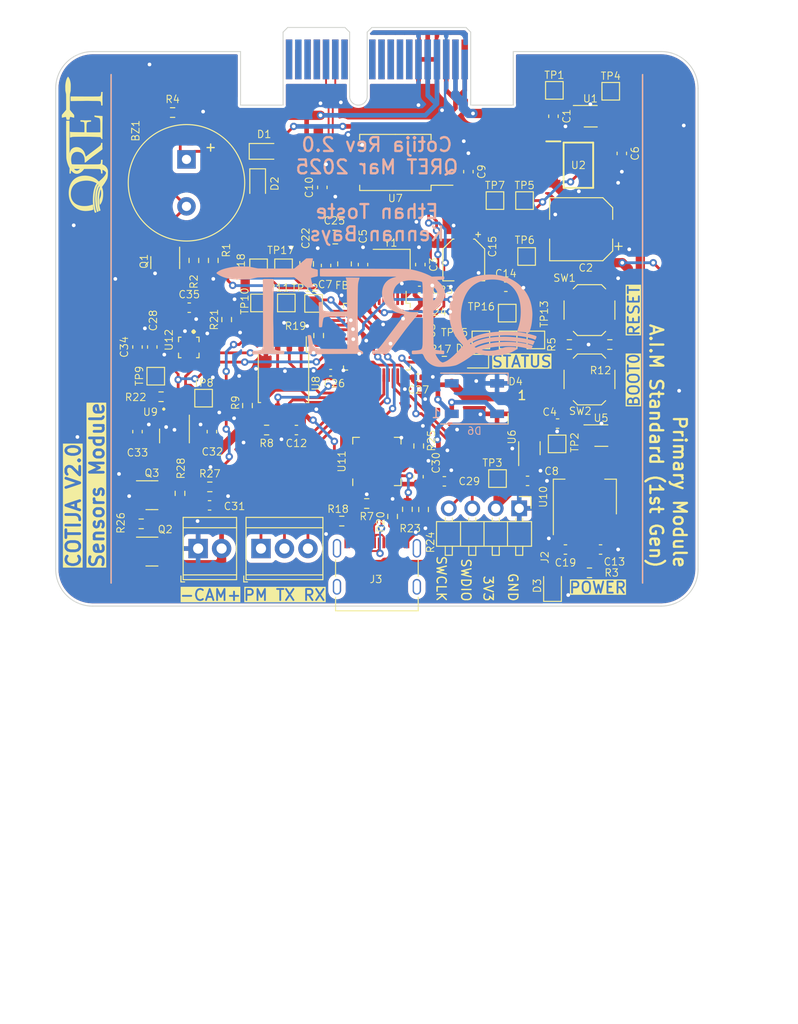
<source format=kicad_pcb>
(kicad_pcb (version 20221018) (generator pcbnew)
  (layers (0 "F.Cu" signal) (31 "B.Cu" signal) (34 "B.Paste" user) (35 "F.Paste" user) (36 "B.SilkS" user "B.Silkscreen") (37 "F.SilkS" user "F.Silkscreen") (38 "B.Mask" user) (39 "F.Mask" user) (44 "Edge.Cuts" user))
  (net 0 "")
  (net 1 "Net-(BZ1--)")
  (net 2 "Net-(BZ1-+)")
  (net 3 "V_PSU")
  (net 4 "GND")
  (net 5 "V_MUX")
  (net 6 "OSC_IN")
  (net 7 "V_REGUSB")
  (net 8 "OSC_OUT")
  (net 9 "+3.3VA")
  (net 10 "V_SWD")
  (net 11 "+3.3V")
  (net 12 "+5V")
  (net 13 "5V_RAW")
  (net 14 "STM_RESET")
  (net 15 "Net-(U11-VBUS)")
  (net 16 "CAM_5V")
  (net 17 "Net-(U12-VREG)")
  (net 18 "+BATT")
  (net 19 "Net-(D3-A)")
  (net 20 "Net-(D4-DOUT)")
  (net 21 "RGB_DATA")
  (net 22 "Net-(D5-A)")
  (net 39 "SWDIO")
  (net 40 "SWCLK")
  (net 41 "Net-(J3-CC1)")
  (net 42 "USB_D+")
  (net 43 "USB_D-")
  (net 45 "Net-(J3-CC2)")
  (net 48 "CAM_PWM")
  (net 49 "CAM_TX")
  (net 50 "CAM_RX")
  (net 51 "Net-(Q1-G)")
  (net 52 "Net-(Q2-G)")
  (net 53 "Net-(Q3-G)")
  (net 54 "BUZZER")
  (net 55 "BOOT0")
  (net 56 "RESET_FL")
  (net 57 "Net-(U8-IO2)")
  (net 58 "DB_LED")
  (net 59 "BOOT1")
  (net 60 "SCL")
  (net 61 "SDA")
  (net 62 "Net-(U11-~{RST})")
  (net 63 "CAM_PWR")
  (net 64 "CURR_SENSE")
  (net 65 "Net-(U3-PA4)")
  (net 66 "Net-(U3-PA5)")
  (net 67 "Net-(U3-PA6)")
  (net 68 "Net-(U3-PB6)")
  (net 69 "Net-(U3-PB5)")
  (net 70 "Net-(U3-PB4)")
  (net 71 "Net-(U3-PB7)")
  (net 72 "Net-(U3-PA0)")
  (net 73 "Net-(U3-PA1)")
  (net 79 "USB_TX")
  (net 80 "USB_RX")
  (net 81 "CS_FL")
  (net 82 "SCK_FL")
  (net 83 "MISO_FL")
  (net 84 "MOSI_FL")
  (net 86 "CAN_RX")
  (net 87 "CAN_TX")
  (net 112 "CAN_L")
  (net 113 "CAN_H")
  (footprint "Resistor_SMD:R_0603_1608Metric" (layer "F.Cu") (at 104 70.7 90)
    (fp_text reference "R1")
    (fp_text value "10k")
  )
  (footprint "TestPoint:TestPoint_Pad_1.5x1.5mm" (layer "F.Cu") (at 102.95 85.6)
    (fp_text reference "TP8")
    (fp_text value "TP_SCL")
  )
  (footprint "Capacitor_SMD:C_0603_1608Metric" (layer "F.Cu") (at 97.4 80.065 -90)
    (fp_text reference "C28")
    (fp_text value "1uF")
  )
  (footprint "TestPoint:TestPoint_Pad_1.5x1.5mm" (layer "F.Cu") (at 97.775 83.225)
    (fp_text reference "TP9")
    (fp_text value "TP_SDA")
  )
  (footprint "Resistor_SMD:R_0603_1608Metric" (layer "F.Cu") (at 144.7 104.5)
    (fp_text reference "R3")
    (fp_text value "3.3k")
  )
  (footprint "Capacitor_SMD:C_0402_1005Metric" (layer "F.Cu") (at 116.7 82.85 180)
    (fp_text reference "C26")
    (fp_text value "100n")
  )
  (footprint "Package_QFP:LQFP-48_7x7mm_P0.5mm" (layer "F.Cu") (at 121.7 78.95 -90)
    (fp_text reference "U3")
    (fp_text value "STM32F103CBT6")
  )
  (footprint "Button_Switch_SMD:SW_Push_1P1T_XKB_TS-1187A" (layer "F.Cu") (at 144.7 76.075)
    (fp_text reference "SW1")
    (fp_text value "SW_STM_RESET")
  )
  (footprint "LED_SMD:LED_WS2812B_PLCC4_5.0x5.0mm_P3.2mm" (layer "F.Cu") (at 132.25 85.65)
    (fp_text reference "D4")
    (fp_text value "WS2812B")
  )
  (footprint "Resistor_SMD:R_0603_1608Metric" (layer "F.Cu") (at 129 81.6 180)
    (fp_text reference "R17")
    (fp_text value "680R")
  )
  (footprint "TestPoint:TestPoint_Pad_1.5x1.5mm" (layer "F.Cu") (at 111.9 75.3)
    (fp_text reference "TP11")
    (fp_text value "PA5")
  )
  (footprint "Capacitor_SMD:C_0603_1608Metric" (layer "F.Cu") (at 129 94.6 180)
    (fp_text reference "C29")
    (fp_text value "1uF")
  )
  (footprint "Resistor_SMD:R_0603_1608Metric" (layer "F.Cu") (at 120.6 97)
    (fp_text reference "R7")
    (fp_text value "1.5k")
  )
  (footprint "Capacitor_SMD:C_0603_1608Metric" (layer "F.Cu") (at 126.4 71.151042 -90)
    (fp_text reference "C3")
    (fp_text value "10p")
  )
  (footprint "Package_DFN_QFN:QFN-28-1EP_5x5mm_P0.5mm_EP3.35x3.35mm" (layer "F.Cu") (at 121.7 92.45 90)
    (fp_text reference "U11")
    (fp_text value "CP2102N-Axx-xQFN28")
  )
  (footprint "Capacitor_SMD:C_0603_1608Metric" (layer "F.Cu") (at 103.6 97.2 180)
    (fp_text reference "C31")
    (fp_text value "10uF")
  )
  (footprint "Capacitor_SMD:C_0603_1608Metric" (layer "F.Cu") (at 101.4 75.815)
    (fp_text reference "C35")
    (fp_text value "1uF")
  )
  (footprint "Resistor_SMD:R_0603_1608Metric" (layer "F.Cu") (at 126.75 97.65 90)
    (fp_text reference "R24")
    (fp_text value "47k")
  )
  (footprint "Capacitor_SMD:C_0603_1608Metric" (layer "F.Cu") (at 112.995 89.05 180)
    (fp_text reference "C12")
    (fp_text value "100nF")
  )
  (footprint "TestPoint:TestPoint_Pad_1.5x1.5mm" (layer "F.Cu") (at 141.2 90.55)
    (fp_text reference "TP2")
    (fp_text value "TP_VUSB")
  )
  (footprint "TestPoint:TestPoint_Pad_1.5x1.5mm" (layer "F.Cu") (at 134.475 64.225)
    (fp_text reference "TP7")
    (fp_text value "TP_3V3")
  )
  (footprint "TestPoint:TestPoint_Pad_1.5x1.5mm" (layer "F.Cu") (at 147 52.4)
    (fp_text reference "TP4")
    (fp_text value "TP_MUX")
  )
  (footprint "Capacitor_SMD:C_0603_1608Metric" (layer "F.Cu") (at 138 94.55)
    (fp_text reference "C8")
    (fp_text value "1uF")
  )
  (footprint "ISO1042:SOIC-8 ISO1042BDWV" (layer "F.Cu") (at 123.7 60.1 180)
    (fp_text reference "U7")
    (fp_text value "ISO1042BDWVR")
  )
  (footprint "TestPoint:TestPoint_Pad_1.5x1.5mm" (layer "F.Cu") (at 137.9 70.275)
    (fp_text reference "TP6")
    (fp_text value "TP_GND")
  )
  (footprint "TestPoint:TestPoint_Pad_1.5x1.5mm" (layer "F.Cu") (at 138.9 79.3)
    (fp_text reference "TP13")
    (fp_text value "PB6")
  )
  (footprint "Connector_PCBEdge:BUS_PCIexpress_x1" (layer "F.Cu") (at 131.2 48.95 180)
    (fp_text reference "J1" hide)
    (fp_text value "Stack Male Edge Connector")
    (fp_line (start -0.65 -4.95) (end -0.65 2.95) (stroke (width 0.1)) (layer "Edge.Cuts"))
    (fp_line (start -0.65 2.95) (end -0.15 3.45) (stroke (width 0.1)) (layer "Edge.Cuts"))
    (fp_line (start -0.15 3.45) (end 10.05 3.45) (stroke (width 0.1)) (layer "Edge.Cuts"))
    (fp_line (start 10.55 -4) (end 10.55 2.95) (stroke (width 0.1)) (layer "Edge.Cuts"))
    (fp_line (start 10.55 2.95) (end 10.05 3.45) (stroke (width 0.1)) (layer "Edge.Cuts"))
    (fp_line (start 12.45 -4) (end 12.45 2.95) (stroke (width 0.1)) (layer "Edge.Cuts"))
    (fp_line (start 12.45 2.95) (end 12.95 3.45) (stroke (width 0.1)) (layer "Edge.Cuts"))
    (fp_line (start 12.95 3.45) (end 19.15 3.45) (stroke (width 0.1)) (layer "Edge.Cuts"))
    (fp_line (start 19.65 -4.95) (end 19.65 2.95) (stroke (width 0.1)) (layer "Edge.Cuts"))
    (fp_line (start 19.65 2.95) (end 19.15 3.45) (stroke (width 0.1)) (layer "Edge.Cuts"))
    (fp_arc (start 10.55 -4) (mid 11.5 -4.95) (end 12.45 -4) (stroke (width 0.1)) (layer "Edge.Cuts"))
  )
  (footprint "TestPoint:TestPoint_Pad_1.5x1.5mm" (layer "F.Cu") (at 134.75 94.3)
    (fp_text reference "TP3")
    (fp_text value "TP_VSWD")
  )
  (footprint "Resistor_SMD:R_0603_1608Metric" (layer "F.Cu") (at 100.4 95.9 -90)
    (fp_text reference "R28")
    (fp_text value "510")
  )
  (footprint "Capacitor_SMD:C_0603_1608Metric" (layer "F.Cu") (at 103.85 89.225 90)
    (fp_text reference "C32")
    (fp_text value "100nF")
  )
  (footprint "TestPoint:TestPoint_Pad_1.5x1.5mm" (layer "F.Cu") (at 111.6 71.5)
    (fp_text reference "TP17")
    (fp_text value "PA0")
  )
  (footprint "TestPoint:TestPoint_Pad_1.5x1.5mm" (layer "F.Cu") (at 137.675 64.225)
    (fp_text reference "TP5")
    (fp_text value "TP_ISENSE")
  )
  (footprint "Package_TO_SOT_SMD:SOT-23" (layer "F.Cu") (at 97.3625 96.1)
    (fp_text reference "Q3")
    (fp_text value "AO3400A")
  )
  (footprint "Resistor_SMD:R_0603_1608Metric" (layer "F.Cu") (at 98.349999 85.45 180)
    (fp_text reference "R22")
    (fp_text value "4.7k")
  )
  (footprint "TestPoint:TestPoint_Pad_1.5x1.5mm" (layer "F.Cu") (at 109 75.3)
    (fp_text reference "TP10")
    (fp_text value "PA4")
  )
  (footprint "Package_SO:SOIC-8_5.23x5.23mm_P1.27mm" (layer "F.Cu") (at 111.595 83.35 -90)
    (fp_text reference "U8")
    (fp_text value "W25Q128JVS")
  )
  (footprint "Capacitor_SMD:CP_Elec_4x5.4" (layer "F.Cu") (at 131.1 70.65 -90)
    (fp_text reference "C15")
    (fp_text value "10uF")
  )
  (footprint "Capacitor_SMD:C_0603_1608Metric" (layer "F.Cu") (at 145.9 101.975002)
    (fp_text reference "C13")
    (fp_text value "10uF")
  )
  (footprint "TestPoint:TestPoint_Pad_1.5x1.5mm" (layer "F.Cu") (at 108.9 71.5)
    (fp_text reference "TP18")
    (fp_text value "PA1")
  )
  (footprint "Capacitor_SMD:C_0603_1608Metric" (layer "F.Cu") (at 95.8 80.065 90)
    (fp_text reference "C34")
    (fp_text value "1uF")
  )
  (footprint "Capacitor_SMD:C_0603_1608Metric" (layer "F.Cu") (at 95.8 89.225 90)
    (fp_text reference "C33")
    (fp_text value "100nF")
  )
  (footprint "Capacitor_SMD:C_0402_1005Metric" (layer "F.Cu") (at 126.3 73.85)
    (fp_text reference "C23")
    (fp_text value "100n")
  )
  (footprint "LMR66100:SC-70-6_Handsoldering" (layer "F.Cu") (at 138.2 91.05 90)
    (fp_text reference "U6")
    (fp_text value "LM66100DCKR")
  )
  (footprint "LMR66100:SC-70-6_Handsoldering" (layer "F.Cu") (at 144.8 55.1)
    (fp_text reference "U1")
    (fp_text value "LM66100DCKR")
  )
  (footprint "footprints:Buzzer_12.6x9.5RM5.0" (layer "F.Cu") (at 101.1 58.5 -90)
    (fp_text reference "BZ1")
    (fp_text value "PKM13EPYH4000")
  )
  (footprint "Resistor_SMD:R_0603_1608Metric" (layer "F.Cu") (at 146.9 79.8 180)
    (fp_text reference "R12")
    (fp_text value "10k")
  )
  (footprint "Capacitor_SMD:C_0603_1608Metric" (layer "F.Cu") (at 131.6 61.1 -90)
    (fp_text reference "C9")
    (fp_text value "0.1u")
  )
  (footprint "Capacitor_SMD:C_0805_2012Metric" (layer "F.Cu") (at 114.1 71.075 90)
    (fp_text reference "C22")
    (fp_text value "1uF")
  )
  (footprint "LMR66100:SC-70-6_Handsoldering" (layer "F.Cu") (at 145.95 89.65)
    (fp_text reference "U5")
    (fp_text value "LM66100DCKR")
  )
  (footprint "SWD_Header:SWD_PinHeader_1x04_P2.54mm_Horizontal" (layer "F.Cu") (at 137.1 97.52 -90)
    (fp_text reference "J2")
    (fp_text value "SWD_01x04_Pin")
  )
  (footprint "Resistor_SMD:R_0603_1608Metric" (layer "F.Cu") (at 125 97.625 -90)
    (fp_text reference "R23")
    (fp_text value "22k")
  )
  (footprint "Capacitor_SMD:C_0603_1608Metric" (layer "F.Cu") (at 120.2 71.151042 90)
    (fp_text reference "C5")
    (fp_text value "10p")
  )
  (footprint "TestPoint:TestPoint_Pad_1.5x1.5mm" (layer "F.Cu") (at 132.95 79.3)
    (fp_text reference "TP15")
    (fp_text value "PB4")
  )
  (footprint "Resistor_SMD:R_0603_1608Metric" (layer "F.Cu") (at 96.2 99.2)
    (fp_text reference "R26")
    (fp_text value "100k")
  )
  (footprint "Capacitor_SMD:C_0603_1608Metric" (layer "F.Cu") (at 140.8 55.1 -90)
    (fp_text reference "C1")
    (fp_text value "1uF")
  )
  (footprint "footprints:USB_C_DB-108PWB" (layer "F.Cu") (at 121.7 103.77)
    (fp_text reference "J3")
    (fp_text value "USB_C_Female_USB2_Small")
  )
  (footprint "Diode_SMD:D_SOD-323" (layer "F.Cu") (at 108.8 62.4 -90)
    (fp_text reference "D2")
    (fp_text value "1N5819WS")
  )
  (footprint "Resistor_SMD:R_0603_1608Metric" (layer "F.Cu") (at 103.624999 95.2)
    (fp_text reference "R27")
    (fp_text value "100k")
  )
  (footprint "Crystal:Crystal_SMD_3225-4Pin_3.2x2.5mm" (layer "F.Cu") (at 123.3 71.151042 180)
    (fp_text reference "Y1")
    (fp_text value "X322516MMB4SI")
  )
  (footprint "Resistor_SMD:R_0603_1608Metric" (layer "F.Cu") (at 115.4 78.825 -90)
    (fp_text reference "R19")
    (fp_text value "100k")
  )
  (footprint "footprints:SOIC127P600X175-8N" (layer "F.Cu") (at 143.5 60.4)
    (fp_text reference "U2")
    (fp_text value "ACS70331EOLC" hide)
  )
  (footprint "Package_TO_SOT_SMD:SOT-223-3_TabPin2" (layer "F.Cu") (at 144.2 96.275001 90)
    (fp_text reference "U10")
    (fp_text value "AMS1117-3.3")
  )
  (footprint "Resistor_SMD:R_0805_2012Metric" (layer "F.Cu") (at 118.2 71.075 90)
    (fp_text reference "FB1")
    (fp_text value "100R")
  )
  (footprint "Button_Switch_SMD:SW_Push_1P1T_XKB_TS-1187A" (layer "F.Cu") (at 144.7 83.575)
    (fp_text reference "SW2")
    (fp_text value "SW_STM_BOOT_MODE")
  )
  (footprint "TestPoint:TestPoint_Pad_1.5x1.5mm" (layer "F.Cu") (at 135.9 79.3)
    (fp_text reference "TP14")
    (fp_text value "PB5")
  )
  (footprint "TestPoint:TestPoint_Pad_1.5x1.5mm" (layer "F.Cu") (at 135.8 76.4)
    (fp_text reference "TP16")
    (fp_text value "PB7")
  )
  (footprint "Capacitor_SMD:C_0603_1608Metric" (layer "F.Cu") (at 148.2 59.125 -90)
    (fp_text reference "C6")
    (fp_text value "0.1uF")
  )
  (footprint "LED_SMD:LED_0603_1608Metric" (layer "F.Cu") (at 132.3 81.6 180)
    (fp_text reference "D5")
    (fp_text value "DB_LED (YLW)")
  )
  (footprint "Capacitor_SMD:C_0805_2012Metric" (layer "F.Cu") (at 117.2 68.175 180)
    (fp_text reference "C25")
    (fp_text value "1uF")
  )
  (footprint "Capacitor_SMD:C_0402_1005Metric" (layer "F.Cu") (at 126.9 75.05)
    (fp_text reference "C24")
    (fp_text value "100n")
  )
  (footprint "LED_SMD:LED_0805_2012Metric" (layer "F.Cu") (at 140.7 105.9 90)
    (fp_text reference "D3")
    (fp_text value "PWR_LED (GRN)")
  )
  (footprint "TerminalBlock_TE-Connectivity:TerminalBlock_TE_282834-3_1x03_P2.54mm_Horizontal" (layer "F.Cu") (at 109.16 101.87)
    (fp_text reference "J7" hide)
    (fp_text value "CAM_DAT")
  )
  (footprint "Resistor_SMD:R_0603_1608Metric" (layer "F.Cu") (at 101.9 70.700001 90)
    (fp_text reference "R2")
    (fp_text value "510R")
  )
  (footprint "Capacitor_SMD:CP_Elec_6.3x5.9" (layer "F.Cu") (at 143.8 67.325 180)
    (fp_text reference "C2")
    (fp_text value "100uF")
  )
  (footprint "Resistor_SMD:R_0603_1608Metric" (layer "F.Cu") (at 107.7 86.4 -90)
    (fp_text reference "R9")
    (fp_text value "10k")
  )
  (footprint "Resistor_SMD:R_0603_1608Metric" (layer "F.Cu") (at 126.225 90.775 90)
    (fp_text reference "R25")
    (fp_text value "1k")
  )
  (footprint "Capacitor_SMD:C_0603_1608Metric" (layer "F.Cu") (at 142.1 101.975002 180)
    (fp_text reference "C19")
    (fp_text value "10uF")
  )
  (footprint "Capacitor_SMD:C_0603_1608Metric" (layer "F.Cu") (at 126.2 94.1 -90)
    (fp_text reference "C30")
    (fp_text value "10uF")
  )
  (footprint "Resistor_SMD:R_0603_1608Metric" (layer "F.Cu") (at 123.4 98.4 90)
    (fp_text reference "R20")
    (fp_text value "5.1k")
  )
  (footprint "Resistor_SMD:R_0603_1608Metric" (layer "F.Cu") (at 142.524999 79.8 180)
    (fp_text reference "R5")
    (fp_text value "100k")
  )
  (footprint "Resistor_SMD:R_0603_1608Metric" (layer "F.Cu") (at 105.45 77.1 -90)
    (fp_text reference "R21")
    (fp_text value "4.7k")
  )
  (footprint "Package_LGA:Bosch_LGA-8_3x3mm_P0.8mm_ClockwisePinNumbering" (layer "F.Cu") (at 99.8 88.9375)
    (fp_text reference "U9")
    (fp_text value "BME680")
  )
  (footprint "Capacitor_SMD:C_0402_1005Metric" (layer "F.Cu") (at 126.1 83.35)
    (fp_text reference "C27")
    (fp_text value "100n")
  )
  (footprint "Capacitor_SMD:C_0603_1608Metric" (layer "F.Cu") (at 115.8 62.8 90)
    (fp_text reference "C10")
    (fp_text value "0.1u")
  )
  (footprint "Diode_SMD:D_SOD-323" (layer "F.Cu") (at 109.5 58.9)
    (fp_text reference "D1")
    (fp_text value "1N5819WS")
  )
  (footprint "TerminalBlock_TE-Connectivity:TerminalBlock_TE_282834-2_1x02_P2.54mm_Horizontal" (layer "F.Cu") (at 102.36 101.87)
    (fp_text reference "J6" hide)
    (fp_text value "CAM_PWR")
  )
  (footprint "Package_TO_SOT_SMD:SOT-23" (layer "F.Cu") (at 98.8 70.9375 -90)
    (fp_text reference "Q1")
    (fp_text value "AO3400A")
  )
  (footprint "TestPoint:TestPoint_Pad_1.5x1.5mm" (layer "F.Cu") (at 140.9 52.3)
    (fp_text reference "TP1")
    (fp_text value "TP_VSTACK")
  )
  (footprint "Resistor_SMD:R_0603_1608Metric" (layer "F.Cu") (at 99.6 54.7)
    (fp_text reference "R4")
    (fp_text value "1k")
  )
  (footprint "Capacitor_SMD:C_0603_1608Metric" (layer "F.Cu") (at 116.2 71.25 90)
    (fp_text reference "C7")
    (fp_text value "10n")
  )
  (footprint "Resistor_SMD:R_0603_1608Metric" (layer "F.Cu") (at 117.9 98.9 180)
    (fp_text reference "R18")
    (fp_text value "5.1k")
  )
  (footprint "Package_LGA:Rohm_MLGA010V020A_LGA-10_2x2mm_P0.45mm_LayoutBorder_3x2y" (layer "F.Cu") (at 101.35 80.115)
    (fp_text reference "U12")
    (fp_text value "BM1422AGMV")
  )
  (footprint "Capacitor_SMD:C_0603_1608Metric" (layer "F.Cu") (at 141.25 88.35 180)
    (fp_text reference "C4")
    (fp_text value "1uF")
  )
  (footprint "Resistor_SMD:R_0603_1608Metric" (layer "F.Cu") (at 109.770001 89.05 180)
    (fp_text reference "R8")
    (fp_text value "10k")
  )
  (footprint "TestPoint:TestPoint_Pad_1.5x1.5mm" (layer "F.Cu") (at 114.85 75.35)
    (fp_text reference "TP12")
    (fp_text value "PA6")
  )
  (footprint "Capacitor_SMD:C_0603_1608Metric" (layer "F.Cu") (at 135.65 73.55)
    (fp_text reference "C14")
    (fp_text value "100nF")
  )
  (footprint "Package_TO_SOT_SMD:SOT-23" (layer "F.Cu") (at 97.3625 102.2)
    (fp_text reference "Q2")
    (fp_text value "AO3401A")
  )
  (footprint "LED_SMD:LED_WS2812B_PLCC4_5.0x5.0mm_P3.2mm" (layer "B.Cu") (at 132.25 85.65)
    (fp_text reference "D6")
    (fp_text value "WS2812B")
  )
  (gr_line (start 150.45 50.6) (end 150.45 105.6) (stroke (width 0.15)) (layer "B.SilkS"))
  (gr_poly (pts (xy 116.836427 71.577046) (xy 116.405997 71.578194) (xy 116.083483 71.579707) (xy 115.957856 71.580678) (xy 115.853392 71.581833) (xy 115.768164 71.583203) (xy 115.700231 71.584817) (xy 115.647653 71.586709) (xy 115.6085 71.58891) (xy 115.58083 71.591449) (xy 115.570695 71.592856) (xy 115.562707 71.594357) (xy 115.556621 71.595961) (xy 115.552196 71.59767) (xy 115.549188 71.599484) (xy 115.547358 71.601411) (xy 115.545075 71.605542) (xy 115.542986 71.612162) (xy 115.539376 71.633183) (xy 115.536496 71.665086) (xy 115.534306 71.708481) (xy 115.53278 71.76398) (xy 115.531881 71.832193) (xy 115.531834 72.009221) (xy 115.532109 72.07659) (xy 115.532424 72.135681) (xy 115.532825 72.187075) (xy 115.533358 72.231364) (xy 115.533686 72.251024) (xy 115.534063 72.269126) (xy 115.534494 72.285744) (xy 115.534985 72.30095) (xy 115.53554 72.314819) (xy 115.536171 72.327421) (xy 115.536873 72.338832) (xy 115.537657 72.349125) (xy 115.538527 72.358368) (xy 115.539491 72.366642) (xy 115.540552 72.374015) (xy 115.541717 72.380564) (xy 115.542338 72.383549) (xy 115.542989 72.386355) (xy 115.543667 72.388993) (xy 115.544375 72.391468) (xy 115.545114 72.393793) (xy 115.545881 72.395975) (xy 115.546681 72.398021) (xy 115.547512 72.399947) (xy 115.548375 72.401754) (xy 115.549274 72.403456) (xy 115.550204 72.405063) (xy 115.551171 72.406579) (xy 115.552172 72.408019) (xy 115.553208 72.409388) (xy 115.555393 72.411953) (xy 115.557729 72.414353) (xy 115.560222 72.416656) (xy 115.562879 72.418936) (xy 115.565703 72.421266) (xy 115.590321 72.429247) (xy 115.670301 72.435355) (xy 116.166484 72.442964) (xy 119.694614 72.446668) (xy 122.589331 72.450195) (xy 123.471872 72.45381) (xy 123.798125 72.457955) (xy 123.798257 72.458685) (xy 123.797863 72.459539) (xy 123.79555 72.461617) (xy 123.79129 72.464157) (xy 123.785184 72.467129) (xy 123.767839 72.474227) (xy 123.744326 72.48265) (xy 123.715458 72.492132) (xy 123.682039 72.502408) (xy 123.644886 72.513211) (xy 123.604802 72.524279) (xy 123.54532 72.540542) (xy 123.489417 72.556615) (xy 123.436783 72.572644) (xy 123.387097 72.588769) (xy 123.340037 72.605138) (xy 123.29529 72.621885) (xy 123.252537 72.639158) (xy 123.211457 72.657099) (xy 123.171732 72.675849) (xy 123.133045 72.695555) (xy 123.095078 72.716353) (xy 123.057513 72.738393) (xy 123.020029 72.761812) (xy 122.982311 72.786752) (xy 122.944039 72.813362) (xy 122.904892 72.841778) (xy 122.856683 72.879353) (xy 122.809984 72.919002) (xy 122.764859 72.960655) (xy 122.72136 73.004233) (xy 122.679549 73.049663) (xy 122.639483 73.096869) (xy 122.601219 73.145779) (xy 122.564815 73.196321) (xy 122.530329 73.248414) (xy 122.49782 73.301989) (xy 122.467345 73.356967) (xy 122.438961 73.413279) (xy 122.412727 73.470845) (xy 122.388702 73.529596) (xy 122.366942 73.589452) (xy 122.347505 73.650345) (xy 122.321607 73.743326) (xy 122.299999 73.836462) (xy 122.282677 73.92964) (xy 122.26963 74.022748) (xy 122.260845 74.11567) (xy 122.256322 74.208301) (xy 122.256047 74.300527) (xy 122.260015 74.392237) (xy 122.268215 74.483317) (xy 122.280643 74.573658) (xy 122.297284 74.663148) (xy 122.318135 74.751672) (xy 122.343187 74.839123) (xy 122.372429 74.925388) (xy 122.405856 75.010355) (xy 122.443459 75.09391) (xy 122.498584 75.201327) (xy 122.55909 75.305474) (xy 122.624834 75.40622) (xy 122.695673 75.503444) (xy 122.771465 75.59701) (xy 122.852066 75.686792) (xy 122.937337 75.772668) (xy 123.02713 75.8545) (xy 123.121307 75.932168) (xy 123.219722 76.00554) (xy 123.322236 76.074488) (xy 123.428702 76.138884) (xy 123.538981 76.198601) (xy 123.652928 76.253509) (xy 123.770402 76.303481) (xy 123.891261 76.348388) (xy 123.960271 76.370711) (xy 124.051772 76.398109) (xy 124.269438 76.459339) (xy 124.478634 76.514481) (xy 124.559553 76.534273) (xy 124.613748 76.545946) (xy 124.619232 76.546786) (xy 124.62456 76.547717) (xy 124.629701 76.548727) (xy 124.634628 76.549804) (xy 124.639316 76.550939) (xy 124.643737 76.552122) (xy 124.647865 76.553342) (xy 124.65167 76.554589) (xy 124.655132 76.555852) (xy 124.658217 76.557121) (xy 124.660901 76.558387) (xy 124.662086 76.559016) (xy 124.663158 76.559637) (xy 124.664119 76.560253) (xy 124.664962 76.560864) (xy 124.665684 76.561463) (xy 124.666281 76.562054) (xy 124.666754 76.562634) (xy 124.667093 76.5632) (xy 124.667299 76.563752) (xy 124.667371 76.564289) (xy 124.660872 76.579593) (xy 124.6384 76.614758) (xy 124.527671 76.769078) (xy 124.299466 77.07606) (xy 123.918071 77.584522) (xy 123.179751 78.565796) (xy 122.676645 79.230759) (xy 122.357161 79.647282) (xy 122.250154 79.783583) (xy 122.169705 79.883221) (xy 122.097528 79.970735) (xy 122.032311 80.048465) (xy 121.973197 80.117011) (xy 121.919343 80.176976) (xy 121.869892 80.228963) (xy 121.824001 80.273575) (xy 121.802122 80.293301) (xy 121.780816 80.311408) (xy 121.759975 80.327974) (xy 121.739491 80.343068) (xy 121.71926 80.356772) (xy 121.699175 80.369157) (xy 121.679128 80.380297) (xy 121.659015 80.390272) (xy 121.63873 80.399155) (xy 121.618167 80.407018) (xy 121.597219 80.413942) (xy 121.575779 80.419997) (xy 121.553742 80.42526) (xy 121.531003 80.429808) (xy 121.482985 80.437053) (xy 121.430879 80.442335) (xy 121.373837 80.446256) (xy 121.30445 80.450762) (xy 121.276404 80.453279) (xy 121.252392 80.456376) (xy 121.241808 80.458239) (xy 121.23212 80.460358) (xy 121.223291 80.462777) (xy 121.215286 80.46553) (xy 121.208065 80.468656) (xy 121.201593 80.472192) (xy 121.195832 80.47618) (xy 121.190745 80.480651) (xy 121.186296 80.485652) (xy 121.182443 80.491212) (xy 121.179155 80.497373) (xy 121.176392 80.504177) (xy 121.174117 80.511655) (xy 121.172291 80.519847) (xy 121.170879 80.528793) (xy 121.169843 80.53853) (xy 121.168754 80.560529) (xy 121.16872 80.586147) (xy 121.170636 80.649455) (xy 121.171761 80.680845) (xy 121.173162 80.708475) (xy 121.17504 80.732559) (xy 121.177604 80.753304) (xy 121.179207 80.762494) (xy 121.181062 80.770928) (xy 121.183189 80.77863) (xy 121.18562 80.785634) (xy 121.188374 80.79196) (xy 121.191484 80.797638) (xy 121.19497 80.802692) (xy 121.198858 80.807149) (xy 121.20318 80.811036) (xy 121.207956 80.814376) (xy 121.213213 80.817201) (xy 121.218978 80.819534) (xy 121.225277 80.821401) (xy 121.232135 80.822831) (xy 121.239575 80.823848) (xy 121.247631 80.824478) (xy 121.256321 80.82475) (xy 121.265674 80.824685) (xy 121.28647 80.823669) (xy 121.310225 80.821631) (xy 121.337147 80.81879) (xy 121.438838 80.812554) (xy 121.591347 80.808603) (xy 121.776959 80.806833) (xy 121.97797 80.807148) (xy 122.176664 80.809446) (xy 122.355331 80.813631) (xy 122.496262 80.819599) (xy 122.581749 80.827256) (xy 122.619794 80.833265) (xy 122.635917 80.835604) (xy 122.650384 80.837488) (xy 122.663405 80.838907) (xy 122.675187 80.839858) (xy 122.685939 80.840329) (xy 122.695873 80.840308) (xy 122.705191 80.839795) (xy 122.714108 80.838776) (xy 122.72283 80.837245) (xy 122.731567 80.835194) (xy 122.740528 80.832611) (xy 122.74992 80.829494) (xy 122.759955 80.82583) (xy 122.770837 80.82161) (xy 122.785621 80.815626) (xy 122.800337 80.808785) (xy 122.814982 80.801092) (xy 122.829553 80.792552) (xy 122.84405 80.783169) (xy 122.858473 80.772946) (xy 122.872817 80.761888) (xy 122.887078 80.75) (xy 122.901257 80.737282) (xy 122.915353 80.723746) (xy 122.929361 80.709388) (xy 122.943279 80.694215) (xy 122.957108 80.678234) (xy 122.970843 80.661444) (xy 122.984482 80.643855) (xy 122.998025 80.625469) (xy 123.537072 79.897335) (xy 123.965696 79.317721) (xy 124.31177 78.846055) (xy 124.678923 78.351483) (xy 124.857174 78.117865) (xy 125.037082 77.886678) (xy 125.222544 77.652911) (xy 125.417466 77.41155) (xy 125.851292 76.886023) (xy 125.972419 76.740716) (xy 126.021004 76.681976) (xy 126.062276 76.63134) (xy 126.096744 76.587921) (xy 126.111584 76.568642) (xy 126.124913 76.550839) (xy 126.136794 76.534395) (xy 126.14729 76.519206) (xy 126.156465 76.50516) (xy 126.164382 76.492146) (xy 126.171107 76.480053) (xy 126.176696 76.468774) (xy 126.181219 76.458193) (xy 126.184737 76.448207) (xy 126.187312 76.438697) (xy 126.18901 76.429561) (xy 126.189895 76.420684) (xy 126.190026 76.411955) (xy 126.189467 76.403268) (xy 126.188287 76.394506) (xy 126.186543 76.385566) (xy 126.184301 76.376333) (xy 126.178574 76.356552) (xy 126.171614 76.334277) (xy 126.169028 76.325741) (xy 126.166537 76.318086) (xy 126.164095 76.311272) (xy 126.16167 76.305263) (xy 126.160452 76.302545) (xy 126.159221 76.300012) (xy 126.157975 76.297662) (xy 126.156707 76.295484) (xy 126.155413 76.293476) (xy 126.15409 76.291632) (xy 126.152731 76.289948) (xy 126.15133 76.288418) (xy 126.149882 76.287035) (xy 126.148389 76.285799) (xy 126.146837 76.284698) (xy 126.145225 76.283731) (xy 126.143548 76.282894) (xy 126.141801 76.282179) (xy 126.13998 76.281582) (xy 126.13808 76.281098) (xy 126.136091 76.280721) (xy 126.134016 76.280444) (xy 126.131845 76.280267) (xy 126.129576 76.280183) (xy 126.127203 76.280183) (xy 126.124717 76.280268) (xy 126.119403 76.280656) (xy 126.002071 76.28955) (xy 125.86946 76.294128) (xy 125.726795 76.29457) (xy 125.579303 76.291065) (xy 125.432202 76.283785) (xy 125.29073 76.272917) (xy 125.160101 76.258643) (xy 125.045549 76.241146) (xy 124.966747 76.225714) (xy 124.888663 76.207516) (xy 124.811463 76.186631) (xy 124.735302 76.163138) (xy 124.66034 76.137113) (xy 124.586735 76.108638) (xy 124.514649 76.077789) (xy 124.44424 76.044647) (xy 124.375663 76.00929) (xy 124.309084 75.971793) (xy 124.244657 75.932238) (xy 124.182542 75.890705) (xy 124.122903 75.84727) (xy 124.065892 75.802008) (xy 124.011674 75.755005) (xy 123.960404 75.706335) (xy 123.91532 75.660268) (xy 123.872636 75.61303) (xy 123.832317 75.564544) (xy 123.794313 75.514732) (xy 123.758582 75.463513) (xy 123.725081 75.41081) (xy 123.69377 75.356545) (xy 123.664601 75.300639) (xy 123.637531 75.243014) (xy 123.612517 75.183588) (xy 123.589518 75.122287) (xy 123.568489 75.059031) (xy 123.549386 74.99374) (xy 123.532169 74.926336) (xy 123.516789 74.856742) (xy 123.503204 74.784877) (xy 123.490262 74.700624) (xy 123.480519 74.617746) (xy 123.473957 74.536284) (xy 123.470554 74.456277) (xy 123.470284 74.377763) (xy 123.473126 74.300779) (xy 123.479057 74.225364) (xy 123.488058 74.151555) (xy 123.500099 74.079392) (xy 123.515167 74.008911) (xy 123.533235 73.940156) (xy 123.554278 73.873158) (xy 123.578275 73.80796) (xy 123.605206 73.744596) (xy 123.635048 73.683109) (xy 123.667776 73.623535) (xy 123.703367 73.565911) (xy 123.741803 73.510277) (xy 123.783058 73.456671) (xy 123.827112 73.405131) (xy 123.87394 73.355696) (xy 123.923521 73.308403) (xy 123.97583 73.263289) (xy 124.03085 73.220398) (xy 124.088553 73.179762) (xy 124.14892 73.141419) (xy 124.211924 73.105413) (xy 124.277549 73.071779) (xy 124.345766 73.040553) (xy 124.416558 73.011778) (xy 124.4899 72.985487) (xy 124.56577 72.961724) (xy 124.626404 72.944878) (xy 124.689088 72.929276) (xy 124.753593 72.914944) (xy 124.819682 72.901903) (xy 124.955701 72.879793) (xy 125.095291 72.863122) (xy 125.236601 72.852073) (xy 125.377778 72.846827) (xy 125.516969 72.847568) (xy 125.585243 72.850242) (xy 125.652326 72.854479) (xy 125.721652 72.860134) (xy 125.79404 72.867451) (xy 125.94414 72.886294) (xy 126.094866 72.909469) (xy 126.238468 72.93544) (xy 126.367183 72.962668) (xy 126.423538 72.976271) (xy 126.473263 72.989615) (xy 126.515388 73.002501) (xy 126.548947 73.014743) (xy 126.572967 73.026141) (xy 126.581098 73.031469) (xy 126.586482 73.036513) (xy 126.591722 73.045169) (xy 126.596856 73.058418) (xy 126.606766 73.098512) (xy 126.616149 73.156468) (xy 126.624935 73.23195) (xy 126.633058 73.324633) (xy 126.640457 73.434182) (xy 126.64706 73.560265) (xy 126.652805 73.702557) (xy 126.661999 74.826463) (xy 126.66286 76.842279) (xy 126.656576 78.808354) (xy 126.644335 79.783035) (xy 126.637598 79.852492) (xy 126.630116 79.917752) (xy 126.621939 79.978446) (xy 126.613117 80.034212) (xy 126.603699 80.084685) (xy 126.593735 80.129506) (xy 126.588565 80.149681) (xy 126.583276 80.168305) (xy 126.577876 80.185336) (xy 126.572372 80.200723) (xy 126.567304 80.213133) (xy 126.56114 80.225463) (xy 126.553937 80.237666) (xy 126.545758 80.249694) (xy 126.536659 80.261496) (xy 126.526704 80.273029) (xy 126.515953 80.284243) (xy 126.504461 80.29509) (xy 126.492291 80.305527) (xy 126.479505 80.3155) (xy 126.466157 80.324965) (xy 126.452314 80.333874) (xy 126.438034 80.342179) (xy 126.423374 80.349835) (xy 126.408394 80.356791) (xy 126.393159 80.363) (xy 126.36984 80.370927) (xy 126.342012 80.378793) (xy 126.274759 80.394088) (xy 126.195267 80.408393) (xy 126.10741 80.421209) (xy 126.015053 80.432041) (xy 125.922068 80.440391) (xy 125.832325 80.445766) (xy 125.749694 80.447667) (xy 125.703318 80.447842) (xy 125.662391 80.448538) (xy 125.626576 80.450003) (xy 125.595531 80.452496) (xy 125.581689 80.454207) (xy 125.568917 80.456273) (xy 125.557165 80.458718) (xy 125.546394 80.461582) (xy 125.536561 80.464894) (xy 125.527627 80.468685) (xy 125.519544 80.472986) (xy 125.512273 80.477829) (xy 125.505772 80.48325) (xy 125.499996 80.489274) (xy 125.494905 80.495938) (xy 125.490458 80.50327) (xy 125.486605 80.511307) (xy 125.483313 80.520075) (xy 125.480534 80.52961) (xy 125.478231 80.539943) (xy 125.476354 80.5511) (xy 125.474869 80.563123) (xy 125.472884 80.589874) (xy 125.471943 80.620449) (xy 125.471705 80.655102) (xy 125.472723 80.723188) (xy 125.474921 80.750749) (xy 125.47907 80.77434) (xy 125.482064 80.784729) (xy 125.485777 80.794226) (xy 125.490285 80.802864) (xy 125.495665 80.810676) (xy 125.501994 80.817692) (xy 125.509348 80.823948) (xy 125.517806 80.829478) (xy 125.527443 80.834311) (xy 125.538336 80.838484) (xy 125.550565 80.842028) (xy 125.579329 80.847365) (xy 125.614352 80.850585) (xy 125.656249 80.851951) (xy 125.705641 80.85173) (xy 125.763137 80.850187) (xy 125.904917 80.844189) (xy 126.41856 80.820201) (xy 126.61047 80.811734) (xy 126.659859 80.855478) (xy 126.666478 80.861639) (xy 126.673123 80.868509) (xy 126.679814 80.876139) (xy 126.686584 80.884581) (xy 126.69345 80.893885) (xy 126.700439 80.904095) (xy 126.707581 80.915267) (xy 126.714893 80.927444) (xy 126.730139 80.95503) (xy 126.746377 80.987242) (xy 126.763807 81.024482) (xy 126.782624 81.067147) (xy 126.802303 81.111008) (xy 126.822246 81.153259) (xy 126.842555 81.194044) (xy 126.863324 81.233503) (xy 126.884656 81.271777) (xy 126.90665 81.309017) (xy 126.929402 81.345356) (xy 126.953018 81.380942) (xy 126.977591 81.415915) (xy 127.003222 81.45042) (xy 127.030011 81.484595) (xy 127.058056 81.518591) (xy 127.087459 81.552543) (xy 127.118314 81.586597) (xy 127.150727 81.620896) (xy 127.184794 81.655578) (xy 127.251975 81.719836) (xy 127.320686 81.780311) (xy 127.390897 81.836983) (xy 127.462584 81.889846) (xy 127.535717 81.938876) (xy 127.610267 81.984067) (xy 127.686212 82.025399) (xy 127.763524 82.062861) (xy 127.842176 82.096435) (xy 127.922139 82.126108) (xy 128.003389 82.15187) (xy 128.085898 82.173698) (xy 128.169638 82.191584) (xy 128.254584 82.205512) (xy 128.340707 82.215468) (xy 128.427981 82.221434) (xy 128.530472 82.223374) (xy 128.66979 82.222118) (xy 129.008831 82.212085) (xy 129.344961 82.195438) (xy 129.480641 82.185917) (xy 129.578038 82.17628) (xy 129.656228 82.165288) (xy 129.742122 82.151848) (xy 129.831788 82.136689) (xy 129.921289 82.12054) (xy 130.006689 82.104125) (xy 130.084053 82.088174) (xy 130.149443 82.073409) (xy 130.198927 82.060568) (xy 130.251191 82.044192) (xy 130.307759 82.023482) (xy 130.369088 81.998209) (xy 130.435641 81.968139) (xy 130.507882 81.933042) (xy 130.586275 81.892691) (xy 130.671285 81.846845) (xy 130.76337 81.795277) (xy 130.939862 81.694886) (xy 131.096326 81.603324) (xy 131.239994 81.515929) (xy 131.378085 81.428036) (xy 131.517832 81.334986) (xy 131.666459 81.232111) (xy 131.831192 81.114754) (xy 132.01926 80.978245) (xy 132.124588 80.901335) (xy 132.169089 80.869135) (xy 132.208635 80.840796) (xy 132.243591 80.816074) (xy 132.274327 80.794741) (xy 132.301204 80.776555) (xy 132.324588 80.761287) (xy 132.344848 80.7487) (xy 132.362351 80.738548) (xy 132.370179 80.734318) (xy 132.377456 80.730609) (xy 132.384227 80.727393) (xy 132.390538 80.724643) (xy 132.396429 80.722325) (xy 132.401953 80.720411) (xy 132.407155 80.718873) (xy 132.412074 80.71768) (xy 132.416765 80.716805) (xy 132.421267 80.716217) (xy 132.425629 80.715883) (xy 132.429892 80.715779) (xy 132.436193 80.716074) (xy 132.443912 80.716934) (xy 132.463186 80.720255) (xy 132.486895 80.725527) (xy 132.514206 80.732535) (xy 132.544297 80.741066) (xy 132.576339 80.750903) (xy 132.609506 80.761828) (xy 132.642971 80.773633) (xy 132.746067 80.808019) (xy 132.858143 80.841014) (xy 132.977065 80.872157) (xy 133.100699 80.900987) (xy 133.226914 80.927038) (xy 133.353577 80.949847) (xy 133.47855 80.968952) (xy 133.599703 80.983889) (xy 133.699405 80.990647) (xy 133.836397 80.995089) (xy 133.999283 80.997285) (xy 134.176671 80.997294) (xy 134.35717 80.99519) (xy 134.529385 80.991034) (xy 134.681919 80.984892) (xy 134.803381 80.976832) (xy 134.92416 80.965295) (xy 135.040617 80.952332) (xy 135.153034 80.937873) (xy 135.261684 80.921846) (xy 135.366845 80.904181) (xy 135.468794 80.88481) (xy 135.567806 80.863659) (xy 135.66416 80.840661) (xy 135.758134 80.815747) (xy 135.850002 80.788843) (xy 135.940042 80.759879) (xy 136.028535 80.728788) (xy 136.115753 80.695495) (xy 136.201975 80.659933) (xy 136.287478 80.622035) (xy 136.372538 80.581723) (xy 136.436199 80.549012) (xy 136.505602 80.511323) (xy 136.577746 80.470423) (xy 136.649644 80.428087) (xy 136.7183 80.386083) (xy 136.780722 80.346177) (xy 136.833918 80.310143) (xy 136.856121 80.294129) (xy 136.874894 80.279745) (xy 136.885866 80.270965) (xy 136.895535 80.26309) (xy 136.90395 80.256029) (xy 136.907702 80.252775) (xy 136.911162 80.249692) (xy 136.914336 80.24677) (xy 136.917228 80.243993) (xy 136.919845 80.241354) (xy 136.922196 80.238843) (xy 136.924283 80.236442) (xy 136.926117 80.234148) (xy 136.927701 80.231946) (xy 136.929046 80.229828) (xy 136.930152 80.227777) (xy 136.931028 80.225785) (xy 136.931684 80.223843) (xy 136.932123 80.221937) (xy 136.932352 80.220055) (xy 136.932379 80.21819) (xy 136.932208 80.216329) (xy 136.931846 80.21446) (xy 136.9313 80.212572) (xy 136.930576 80.210652) (xy 136.929682 80.208694) (xy 136.928623 80.206686) (xy 136.927407 80.20461) (xy 136.926037 80.202464) (xy 136.92287 80.1979) (xy 136.91596 80.189131) (xy 136.907869 80.180796) (xy 136.898511 80.172866) (xy 136.887793 80.165313) (xy 136.875628 80.158108) (xy 136.861925 80.15122) (xy 136.846601 80.14462) (xy 136.82956 80.138281) (xy 136.810719 80.132176) (xy 136.789987 80.12627) (xy 136.767274 80.120542) (xy 136.74249 80.114954) (xy 136.686364 80.104101) (xy 136.620891 80.093479) (xy 136.551926 80.083653) (xy 136.479861 80.075335) (xy 136.405336 80.06851) (xy 136.328992 80.063164) (xy 136.173392 80.056842) (xy 136.018172 80.056261) (xy 135.868441 80.061302) (xy 135.797233 80.065896) (xy 135.729313 80.07185) (xy 135.665321 80.079152) (xy 135.605893 80.087787) (xy 135.551671 80.097741) (xy 135.503294 80.109002) (xy 135.478792 80.115826) (xy 135.45042 80.124433) (xy 135.419205 80.1345) (xy 135.38617 80.145691) (xy 135.352343 80.157673) (xy 135.318746 80.170119) (xy 135.286407 80.1827) (xy 135.256347 80.195078) (xy 135.161007 80.233949) (xy 135.06737 80.269641) (xy 134.975089 80.302217) (xy 134.883815 80.331738) (xy 134.793204 80.358262) (xy 134.702906 80.381859) (xy 134.612576 80.402583) (xy 134.521864 80.420503) (xy 134.430428 80.43568) (xy 134.337914 80.448168) (xy 134.243979 80.45804) (xy 134.148273 80.46535) (xy 134.050453 80.470165) (xy 133.950167 80.472544) (xy 133.847069 80.472549) (xy 133.740815 80.470245) (xy 133.68056 80.468347) (xy 133.620452 80.465923) (xy 133.5071 80.460015) (xy 133.413591 80.453575) (xy 133.378289 80.45049) (xy 133.35276 80.447668) (xy 133.329062 80.443834) (xy 133.304263 80.439282) (xy 133.278755 80.434131) (xy 133.252924 80.428485) (xy 133.201848 80.416164) (xy 133.154145 80.403219) (xy 133.13253 80.396787) (xy 133.112926 80.390534) (xy 133.095718 80.384569) (xy 133.081296 80.379007) (xy 133.07005 80.373957) (xy 133.062369 80.369533) (xy 133.059983 80.367588) (xy 133.058637 80.365843) (xy 133.058376 80.364309) (xy 133.05925 80.362999) (xy 133.067997 80.358491) (xy 133.086578 80.35153) (xy 133.148502 80.33156) (xy 133.338297 80.276571) (xy 133.552961 80.218936) (xy 133.645972 80.195658) (xy 133.716825 80.179556) (xy 134.110098 80.107677) (xy 134.510599 80.050857) (xy 134.916157 80.009222) (xy 135.32461 79.982882) (xy 135.733791 79.971954) (xy 136.141534 79.976555) (xy 136.545671 79.996797) (xy 136.944038 80.032801) (xy 137.124629 80.055762) (xy 137.312449 80.084725) (xy 137.502018 80.118552) (xy 137.68787 80.156097) (xy 137.864526 80.196224) (xy 138.026514 80.237788) (xy 138.168361 80.27965) (xy 138.230021 80.300336) (xy 138.284593 80.320668) (xy 138.299286 80.326338) (xy 138.313499 80.331624) (xy 138.326885 80.336419) (xy 138.339098 80.340599) (xy 138.349787 80.344053) (xy 138.35861 80.346662) (xy 138.362211 80.347615) (xy 138.365217 80.348313) (xy 138.36758 80.348744) (xy 138.369258 80.34889) (xy 138.371277 80.347895) (xy 138.374111 80.344983) (xy 138.382004 80.333906) (xy 138.392477 80.316623) (xy 138.405066 80.294098) (xy 138.434744 80.237194) (xy 138.467332 80.170913) (xy 138.499126 80.102979) (xy 138.526421 80.041112) (xy 138.545515 79.99304) (xy 138.550829 79.976588) (xy 138.552703 79.966479) (xy 138.552098 79.95877) (xy 138.550103 79.951441) (xy 138.546454 79.94437) (xy 138.540886 79.93744) (xy 138.533136 79.93054) (xy 138.522939 79.923541) (xy 138.510028 79.916336) (xy 138.494143 79.9088) (xy 138.475015 79.900817) (xy 138.452383 79.89227) (xy 138.395541 79.873013) (xy 138.321504 79.850087) (xy 138.228148 79.822545) (xy 138.064808 79.776091) (xy 137.904342 79.734815) (xy 137.744208 79.698201) (xy 137.581859 79.665737) (xy 137.414746 79.63691) (xy 137.240326 79.611209) (xy 137.056051 79.588122) (xy 136.859372 79.567135) (xy 136.573351 79.542485) (xy 136.287772 79.525105) (xy 136.003298 79.514925) (xy 135.720603 79.511882) (xy 135.440357 79.515895) (xy 135.163225 79.526901) (xy 134.889883 79.544828) (xy 134.620996 79.569604) (xy 134.357235 79.601161) (xy 134.099271 79.639428) (xy 133.847771 79.684332) (xy 133.603409 79.735807) (xy 133.366849 79.79378) (xy 133.138767 79.858182) (xy 132.919828 79.928941) (xy 132.710705 80.005988) (xy 132.677585 80.019553) (xy 132.644448 80.033529) (xy 132.612203 80.047538) (xy 132.581765 80.0612) (xy 132.554035 80.074134) (xy 132.529927 80.085959) (xy 132.510351 80.096298) (xy 132.502547 80.10079) (xy 132.496215 80.104769) (xy 132.484109 80.111662) (xy 132.472118 80.117528) (xy 132.460233 80.122359) (xy 132.448435 80.126153) (xy 132.442567 80.127662) (xy 132.436713 80.128909) (xy 132.430875 80.129893) (xy 132.425052 80.130615) (xy 132.419235 80.131075) (xy 132.413432 80.13127) (xy 132.407636 80.131205) (xy 132.401846 80.130873) (xy 132.396061 80.130278) (xy 132.390279 80.129418) (xy 132.384494 80.128292) (xy 132.37871 80.1269) (xy 132.372922 80.12524) (xy 132.367129 80.123313) (xy 132.361331 80.121121) (xy 132.355523 80.118658) (xy 132.343872 80.112928) (xy 132.332172 80.106118) (xy 132.320396 80.098225) (xy 132.308538 80.089246) (xy 132.269026 80.05679) (xy 132.373448 79.991878) (xy 132.443548 79.950638) (xy 132.518309 79.911182) (xy 132.599222 79.872916) (xy 132.687773 79.835246) (xy 132.785454 79.797574) (xy 132.893751 79.759311) (xy 133.014154 79.719853) (xy 133.148148 79.67861) (xy 133.284649 79.640489) (xy 133.429135 79.605003) (xy 133.739493 79.542175) (xy 134.074057 79.490592) (xy 134.427675 79.450718) (xy 134.795178 79.423014) (xy 135.171419 79.407944) (xy 135.551225 79.405969) (xy 135.929449 79.417557) (xy 136.29324 79.440178) (xy 136.64638 79.470736) (xy 136.986424 79.508838) (xy 137.310926 79.554081) (xy 137.617434 79.606072) (xy 137.903504 79.664412) (xy 138.166687 79.728706) (xy 138.288932 79.76296) (xy 138.404537 79.798558) (xy 138.47145 79.82028) (xy 138.498503 79.828663) (xy 138.521792 79.835289) (xy 138.532142 79.837918) (xy 138.54169 79.84008) (xy 138.550484 79.841763) (xy 138.558575 79.842957) (xy 138.566004 79.843653) (xy 138.572822 79.84384) (xy 138.579075 79.843511) (xy 138.584805 79.842654) (xy 138.590068 79.841259) (xy 138.59491 79.839316) (xy 138.599369 79.836817) (xy 138.603499 79.833751) (xy 138.607346 79.83011) (xy 138.610959 79.825879) (xy 138.614378 79.821054) (xy 138.61766 79.815622) (xy 138.620844 79.809574) (xy 138.623981 79.802902) (xy 138.630299 79.787635) (xy 138.644427 79.749169) (xy 138.650722 79.732552) (xy 138.658803 79.712811) (xy 138.668337 79.690652) (xy 138.678998 79.666794) (xy 138.690453 79.641942) (xy 138.70237 79.61681) (xy 138.714419 79.592107) (xy 138.726271 79.568545) (xy 138.731955 79.557012) (xy 138.737352 79.545735) (xy 138.742442 79.534774) (xy 138.747194 79.524183) (xy 138.751594 79.514023) (xy 138.755616 79.504351) (xy 138.759234 79.495223) (xy 138.76243 79.486699) (xy 138.765179 79.478839) (xy 138.767461 79.471696) (xy 138.76925 79.465332) (xy 138.770524 79.459803) (xy 138.771259 79.455165) (xy 138.771417 79.453198) (xy 138.771435 79.451478) (xy 138.771307 79.45001) (xy 138.771027 79.448802) (xy 138.770599 79.447859) (xy 138.770016 79.44719) (xy 138.763959 79.443463) (xy 138.752471 79.438205) (xy 138.715114 79.42373) (xy 138.661817 79.40502) (xy 138.596448 79.383338) (xy 138.444974 79.336065) (xy 138.366609 79.31299) (xy 138.291647 79.291968) (xy 137.991847 79.218084) (xy 137.663021 79.151474) (xy 137.311739 79.092934) (xy 136.944566 79.043259) (xy 136.568068 79.003242) (xy 136.188806 78.973673) (xy 135.813348 78.955351) (xy 135.448259 78.949067) (xy 135.054183 78.954778) (xy 134.678741 78.971999) (xy 134.497673 78.984965) (xy 134.320862 79.000861) (xy 134.148172 79.019698) (xy 133.979467 79.041496) (xy 133.81462 79.066269) (xy 133.653488 79.094037) (xy 133.495941 79.124813) (xy 133.341846 79.158618) (xy 133.191063 79.195463) (xy 133.043465 79.23537) (xy 132.898912 79.278349) (xy 132.75727 79.324422) (xy 132.625383 79.370742) (xy 132.5094 79.41425) (xy 132.456518 79.435352) (xy 132.406582 79.456235) (xy 132.359249 79.477061) (xy 132.314183 79.497989) (xy 132.27103 79.519182) (xy 132.229455 79.540803) (xy 132.18911 79.56301) (xy 132.149653 79.585961) (xy 132.110745 79.609826) (xy 132.072038 79.634761) (xy 132.033191 79.660929) (xy 131.993858 79.688489) (xy 131.971223 79.70465) (xy 131.950814 79.718751) (xy 131.941382 79.725037) (xy 131.932439 79.730818) (xy 131.92396 79.736098) (xy 131.915917 79.740876) (xy 131.908291 79.745161) (xy 131.901058 79.748953) (xy 131.894193 79.752252) (xy 131.887672 79.755065) (xy 131.881472 79.757396) (xy 131.875569 79.759245) (xy 131.869942 79.760617) (xy 131.864566 79.761516) (xy 131.859417 79.761941) (xy 131.854473 79.761898) (xy 131.84971 79.761393) (xy 131.8451 79.760424) (xy 131.840626 79.758995) (xy 131.836261 79.757112) (xy 131.831982 79.754776) (xy 131.827768 79.75199) (xy 131.823591 79.748757) (xy 131.819431 79.74508) (xy 131.815262 79.740965) (xy 131.811062 79.736412) (xy 131.80681 79.731424) (xy 131.802475 79.726007) (xy 131.798041 79.72016) (xy 131.793483 79.713891) (xy 131.765259 79.674378) (xy 131.896493 79.589712) (xy 131.9886 79.532872) (xy 132.086456 79.477753) (xy 132.189853 79.424423) (xy 132.298594 79.372953) (xy 132.412467 79.323408) (xy 132.531269 79.275857) (xy 132.654797 79.23037) (xy 132.782847 79.187017) (xy 132.915211 79.145858) (xy 133.05169 79.106972) (xy 133.192071 79.070418) (xy 133.336157 79.03627) (xy 133.634616 78.975457) (xy 133.945425 78.925079) (xy 134.079298 78.907431) (xy 134.234815 78.889733) (xy 134.588364 78.856112) (xy 134.961229 78.828043) (xy 135.140889 78.817291) (xy 135.308559 78.809367) (xy 135.586924 78.802312) (xy 135.877325 78.803194) (xy 136.175532 78.811749) (xy 136.477314 78.827713) (xy 136.778432 78.850818) (xy 137.074653 78.880804) (xy 137.36175 78.917405) (xy 137.635481 78.960358) (xy 137.782131 78.98726) (xy 137.933954 79.018433) (xy 138.085809 79.052581) (xy 138.232559 79.088413) (xy 138.369052 79.124647) (xy 138.49015 79.159985) (xy 138.590713 79.193141) (xy 138.631685 79.208497) (xy 138.665591 79.222824) (xy 138.688615 79.232866) (xy 138.709603 79.241846) (xy 138.728672 79.249793) (xy 138.745938 79.256735) (xy 138.761518 79.262699) (xy 138.775528 79.26772) (xy 138.788081 79.271822) (xy 138.793849 79.273538) (xy 138.799295 79.275035) (xy 138.804435 79.276317) (xy 138.809287 79.277386) (xy 138.813859 79.27825) (xy 138.818171 79.278909) (xy 138.822232 79.279369) (xy 138.826058 79.27963) (xy 138.829669 79.279696) (xy 138.833074 79.279576) (xy 138.836289 79.27927) (xy 138.839329 79.27878) (xy 138.842207 79.27811) (xy 138.844936 79.277265) (xy 138.847536 79.276251) (xy 138.850015 79.275068) (xy 138.852393 79.273719) (xy 138.854681 79.272213) (xy 138.859998 79.266089) (xy 138.866784 79.255033) (xy 138.874789 79.239708) (xy 138.883762 79.220773) (xy 138.903621 79.174705) (xy 138.924355 79.122105) (xy 138.943966 79.068247) (xy 138.960449 79.018411) (xy 138.966894 78.996647) (xy 138.971808 78.977866) (xy 138.974938 78.962728) (xy 138.976038 78.951888) (xy 138.975242 78.943514) (xy 138.972796 78.935282) (xy 138.968596 78.92714) (xy 138.962542 78.919037) (xy 138.954539 78.910917) (xy 138.944486 78.902725) (xy 138.932281 78.894412) (xy 138.91783 78.88592) (xy 138.901027 78.877196) (xy 138.881781 78.868188) (xy 138.859984 78.858839) (xy 138.835542 78.8491) (xy 138.778328 78.828224) (xy 138.709337 78.805132) (xy 138.488379 78.739003) (xy 138.235755 78.674033) (xy 137.96041 78.611904) (xy 137.67129 78.55431) (xy 137.377339 78.50293) (xy 137.087508 78.459455) (xy 136.810739 78.425572) (xy 136.555982 78.402966) (xy 136.204777 78.384964) (xy 135.831265 78.378272) (xy 135.44436 78.38243) (xy 135.052971 78.39697) (xy 134.666016 78.421433) (xy 134.292406 78.455356) (xy 133.941054 78.498273) (xy 133.620871 78.549725) (xy 133.405811 78.592302) (xy 133.19024 78.641115) (xy 132.977215 78.695253) (xy 132.769795 78.753807) (xy 132.571041 78.815864) (xy 132.38401 78.880517) (xy 132.211763 78.94686) (xy 132.132139 78.980378) (xy 132.05736 79.01398) (xy 132.001475 79.041159) (xy 131.938363 79.073994) (xy 131.870854 79.110867) (xy 131.801772 79.150153) (xy 131.733946 79.190229) (xy 131.670207 79.22948) (xy 131.613381 79.266285) (xy 131.566291 79.299022) (xy 131.499973 79.347001) (xy 131.425182 79.231289) (xy 131.341811 79.093097) (xy 131.263766 78.946687) (xy 131.191185 78.792668) (xy 131.124195 78.631655) (xy 131.062939 78.464257) (xy 131.007544 78.291093) (xy 130.958151 78.112767) (xy 130.91489 77.929892) (xy 130.877895 77.743081) (xy 130.847303 77.55295) (xy 130.823243 77.360103) (xy 130.805859 77.16516) (xy 130.795278 76.968724) (xy 130.791634 76.771414) (xy 130.795066 76.573839) (xy 130.805705 76.376613) (xy 130.820324 76.205458) (xy 130.838787 76.038055) (xy 130.861106 75.874392) (xy 130.887284 75.714449) (xy 130.917332 75.558209) (xy 130.951257 75.405657) (xy 130.989069 75.256776) (xy 131.030777 75.111552) (xy 131.076386 74.969964) (xy 131.125905 74.831997) (xy 131.179342 74.697633) (xy 131.236711 74.566862) (xy 131.298013 74.439662) (xy 131.363258 74.316016) (xy 131.432457 74.195909) (xy 131.505614 74.079323) (xy 131.582282 73.967516) (xy 131.663071 73.860687) (xy 131.748009 73.758812) (xy 131.837116 73.661877) (xy 131.930415 73.569859) (xy 132.027927 73.482746) (xy 132.129676 73.400513) (xy 132.235688 73.323144) (xy 132.345984 73.250621) (xy 132.460582 73.182922) (xy 132.579509 73.120033) (xy 132.702788 73.061934) (xy 132.830442 73.008604) (xy 132.96249 72.960028) (xy 133.098959 72.916184) (xy 133.23987 72.877056) (xy 133.324794 72.856305) (xy 133.408344 72.838295) (xy 133.492456 72.822733) (xy 133.579066 72.809323) (xy 133.670109 72.797763) (xy 133.767517 72.787759) (xy 133.873223 72.779012) (xy 133.989172 72.771223) (xy 134.172757 72.764206) (xy 134.352482 72.765345) (xy 134.528233 72.774599) (xy 134.699886 72.791925) (xy 134.867322 72.817283) (xy 135.030421 72.850622) (xy 135.189064 72.891905) (xy 135.343132 72.941085) (xy 135.492503 72.998121) (xy 135.637056 73.062968) (xy 135.776675 73.135584) (xy 135.911237 73.215922) (xy 136.040622 73.303941) (xy 136.164711 73.3996) (xy 136.283389 73.502853) (xy 136.396526 73.613658) (xy 136.469706 73.693129) (xy 136.539515 73.775486) (xy 136.605986 73.860816) (xy 136.669156 73.949192) (xy 136.729063 74.040694) (xy 136.785737 74.1354) (xy 136.839215 74.233385) (xy 136.889534 74.334734) (xy 136.936725 74.439523) (xy 136.980829 74.547828) (xy 137.021875 74.659731) (xy 137.059902 74.775308) (xy 137.094945 74.894642) (xy 137.127037 75.017805) (xy 137.156216 75.144881) (xy 137.182514 75.275945) (xy 137.20279 75.392873) (xy 137.220223 75.513665) (xy 137.234821 75.637818) (xy 137.246588 75.764829) (xy 137.255526 75.894199) (xy 137.261641 76.025418) (xy 137.265416 76.291417) (xy 137.257947 76.558803) (xy 137.239269 76.823561) (xy 137.225733 76.953696) (xy 137.209408 77.081668) (xy 137.190297 77.206974) (xy 137.168403 77.329112) (xy 137.143954 77.446705) (xy 137.114627 77.571889) (xy 137.081364 77.701404) (xy 137.045109 77.831997) (xy 137.006801 77.960404) (xy 136.967388 78.083373) (xy 136.927807 78.197641) (xy 136.889003 78.299955) (xy 136.85937 78.374747) (xy 136.894649 78.387445) (xy 136.920671 78.394905) (xy 136.959161 78.402416) (xy 137.009494 78.409893) (xy 137.071039 78.417256) (xy 137.143163 78.42442) (xy 137.225245 78.4313) (xy 137.316652 78.437819) (xy 137.416759 78.44389) (xy 137.502311 78.449859) (xy 137.597934 78.45884) (xy 137.698615 78.470132) (xy 137.799348 78.483049) (xy 137.895118 78.496891) (xy 137.980919 78.510961) (xy 138.051734 78.524571) (xy 138.07996 78.530985) (xy 138.102558 78.537022) (xy 138.11095 78.5386) (xy 138.119215 78.538533) (xy 138.127392 78.536762) (xy 138.135521 78.53323) (xy 138.143644 78.52788) (xy 138.151797 78.520653) (xy 138.160019 78.51149) (xy 138.168351 78.500333) (xy 138.176835 78.487128) (xy 138.185504 78.471815) (xy 138.1944 78.454333) (xy 138.203563 78.43463) (xy 138.213033 78.412643) (xy 138.222848 78.388317) (xy 138.233049 78.361592) (xy 138.24367 78.33241) (xy 138.299528 78.164752) (xy 138.347896 77.999455) (xy 138.389348 77.833467) (xy 138.42447 77.663722) (xy 138.453835 77.487163) (xy 138.478028 77.300736) (xy 138.497618 77.101375) (xy 138.513191 76.886023) (xy 138.519671 76.774098) (xy 138.524262 76.675349) (xy 138.526934 76.586557) (xy 138.527657 76.504494) (xy 138.526394 76.425938) (xy 138.523116 76.347662) (xy 138.517785 76.266445) (xy 138.510372 76.179057) (xy 138.492109 76.007668) (xy 138.469519 75.841464) (xy 138.442472 75.680117) (xy 138.410842 75.523286) (xy 138.3745 75.370641) (xy 138.333314 75.221844) (xy 138.28716 75.076561) (xy 138.23591 74.934457) (xy 138.179433 74.795197) (xy 138.117602 74.658445) (xy 138.05029 74.52387) (xy 137.977367 74.391135) (xy 137.898708 74.259904) (xy 137.814181 74.129842) (xy 137.723657 74.000616) (xy 137.627015 73.871889) (xy 137.596006 73.833125) (xy 137.561956 73.792227) (xy 137.486213 73.705555) (xy 137.402731 73.614914) (xy 137.314453 73.523345) (xy 137.224323 73.433895) (xy 137.135288 73.349602) (xy 137.050285 73.273512) (xy 137.010215 73.239493) (xy 136.97226 73.208668) (xy 136.883472 73.140072) (xy 136.792377 73.073515) (xy 136.699157 73.009084) (xy 136.603981 72.946862) (xy 136.507029 72.88694) (xy 136.408474 72.829404) (xy 136.308492 72.77434) (xy 136.207261 72.721833) (xy 136.104954 72.671974) (xy 136.001748 72.624847) (xy 135.89782 72.580541) (xy 135.793342 72.539139) (xy 135.688492 72.50073) (xy 135.583447 72.465404) (xy 135.478383 72.433241) (xy 135.373471 72.404335) (xy 135.180775 72.358608) (xy 134.98365 72.319838) (xy 134.782821 72.288006) (xy 134.579014 72.263091) (xy 134.37296 72.245072) (xy 134.165383 72.233926) (xy 133.957012 72.229635) (xy 133.748576 72.23218) (xy 133.540802 72.241535) (xy 133.334415 72.257681) (xy 133.130146 72.280603) (xy 132.928722 72.310275) (xy 132.730868 72.346677) (xy 132.537312 72.389788) (xy 132.348786 72.439587) (xy 132.166016 72.496057) (xy 131.978142 72.562665) (xy 131.797101 72.635495) (xy 131.622885 72.714545) (xy 131.455475 72.799821) (xy 131.294862 72.891318) (xy 131.141036 72.98905) (xy 130.993979 73.093008) (xy 130.853682 73.2032) (xy 130.72013 73.319626) (xy 130.593314 73.442287) (xy 130.473221 73.571187) (xy 130.359838 73.706327) (xy 130.253149 73.847711) (xy 130.153146 73.995337) (xy 130.059819 74.149211) (xy 129.973147 74.309335) (xy 129.924392 74.40818) (xy 129.87864 74.507427) (xy 129.835852 74.607218) (xy 129.795989 74.707685) (xy 129.75901 74.808973) (xy 129.724878 74.911219) (xy 129.693554 75.01456) (xy 129.664996 75.119135) (xy 129.63917 75.225083) (xy 129.616031 75.332541) (xy 129.59554 75.441649) (xy 129.577662 75.552545) (xy 129.562355 75.665366) (xy 129.549579 75.780254) (xy 129.539299 75.897347) (xy 129.531471 76.016779) (xy 129.525067 76.149539) (xy 129.520733 76.265796) (xy 129.518547 76.36955) (xy 129.518593 76.464808) (xy 129.520955 76.555562) (xy 129.525716 76.645825) (xy 129.532956 76.739591) (xy 129.54276 76.840867) (xy 129.556844 76.967484) (xy 129.57269 77.090342) (xy 129.590373 77.20972) (xy 129.609963 77.325893) (xy 129.63154 77.43914) (xy 129.655175 77.549735) (xy 129.680942 77.65796) (xy 129.708916 77.764088) (xy 129.739175 77.868395) (xy 129.77179 77.971163) (xy 129.806835 78.072664) (xy 129.844384 78.173177) (xy 129.884515 78.272981) (xy 129.927299 78.372348) (xy 129.97281 78.471558) (xy 130.021126 78.57089) (xy 130.062716 78.652214) (xy 130.104543 78.730755) (xy 130.146816 78.806804) (xy 130.189731 78.880651) (xy 130.233501 78.952588) (xy 130.278325 79.022904) (xy 130.324411 79.091895) (xy 130.371963 79.159851) (xy 130.421185 79.227064) (xy 130.47228 79.293824) (xy 130.525457 79.36042) (xy 130.580918 79.427147) (xy 130.638866 79.494296) (xy 130.69951 79.562159) (xy 130.76305 79.631027) (xy 130.829692 79.701189) (xy 130.859951 79.732264) (xy 130.886807 79.76002) (xy 130.910435 79.784675) (xy 130.931007 79.806449) (xy 130.948691 79.82556) (xy 130.956507 79.834186) (xy 130.963662 79.842229) (xy 130.970185 79.849716) (xy 130.976092 79.856673) (xy 130.981406 79.863129) (xy 130.986149 79.869113) (xy 130.990343 79.874647) (xy 130.994008 79.879764) (xy 130.997166 79.884488) (xy 130.999839 79.88885) (xy 131.002047 79.892875) (xy 131.003813 79.896589) (xy 131.005159 79.900023) (xy 131.006105 79.903199) (xy 131.006671 79.906149) (xy 131.00688 79.9089) (xy 131.006756 79.911477) (xy 131.006316 79.91391) (xy 131.005582 79.916224) (xy 131.00458 79.918448) (xy 131.00333 79.920608) (xy 131.001847 79.922735) (xy 130.952635 79.979001) (xy 130.910369 80.026913) (xy 130.862149 80.080779) (xy 130.716451 80.243586) (xy 130.534771 80.447667) (xy 130.408183 80.588008) (xy 130.281962 80.721621) (xy 130.155406 80.849181) (xy 130.027828 80.971365) (xy 129.898531 81.088855) (xy 129.766818 81.202324) (xy 129.631995 81.312455) (xy 129.493371 81.419922) (xy 129.464262 81.441125) (xy 129.433666 81.462333) (xy 129.368685 81.504413) (xy 129.299769 81.545436) (xy 129.228256 81.58467) (xy 129.15549 81.621393) (xy 129.082803 81.654875) (xy 129.04691 81.670171) (xy 129.011538 81.684385) (xy 128.97686 81.697426) (xy 128.943037 81.7092) (xy 128.823093 81.748714) (xy 128.745481 81.719078) (xy 128.717149 81.707383) (xy 128.688759 81.693452) (xy 128.660281 81.677262) (xy 128.63169 81.658797) (xy 128.602956 81.638032) (xy 128.574056 81.614947) (xy 128.544964 81.589524) (xy 128.515647 81.561739) (xy 128.486084 81.531576) (xy 128.456246 81.499006) (xy 128.426105 81.464015) (xy 128.395636 81.426583) (xy 128.364813 81.386684) (xy 128.333607 81.344302) (xy 128.301989 81.299415) (xy 128.269936 81.252002) (xy 128.239192 81.204643) (xy 128.207075 81.15201) (xy 128.174861 81.096502) (xy 128.143819 81.040511) (xy 128.115225 80.986439) (xy 128.09035 80.936684) (xy 128.070473 80.893642) (xy 128.062803 80.875388) (xy 128.056861 80.859712) (xy 128.044159 80.820202) (xy 128.313682 80.824434) (xy 128.430672 80.827521) (xy 128.550044 80.832196) (xy 128.657772 80.837929) (xy 128.702891 80.841027) (xy 128.739836 80.84419) (xy 128.771922 80.847095) (xy 128.803094 80.849436) (xy 128.832583 80.851186) (xy 128.859606 80.852303) (xy 128.883389 80.852761) (xy 128.903151 80.852525) (xy 128.911283 80.852135) (xy 128.91812 80.851558) (xy 128.923562 80.850795) (xy 128.927515 80.849835) (xy 128.936104 80.846825) (xy 128.943896 80.843017) (xy 128.950931 80.838316) (xy 128.957238 80.832614) (xy 128.962848 80.825815) (xy 128.967797 80.81781) (xy 128.972119 80.808507) (xy 128.975846 80.797801) (xy 128.97901 80.785587) (xy 128.981645 80.771768) (xy 128.983783 80.756242) (xy 128.98546 80.738909) (xy 128.986704 80.719661) (xy 128.987552 80.698407) (xy 128.988194 80.649456) (xy 128.987877 80.585336) (xy 128.986761 80.559481) (xy 128.984356 80.537338) (xy 128.982522 80.527561) (xy 128.980184 80.518595) (xy 128.977282 80.5104) (xy 128.973757 80.502936) (xy 128.969548 80.496161) (xy 128.964591 80.49004) (xy 128.958835 80.48453) (xy 128.95221 80.479593) (xy 128.944659 80.47519) (xy 128.936122 80.471282) (xy 128.926537 80.467824) (xy 128.915846 80.464785) (xy 128.890899 80.459791) (xy 128.860796 80.455979) (xy 128.825055 80.453036) (xy 128.78319 80.450647) (xy 128.679162 80.446257) (xy 128.58434 80.4407) (xy 128.488131 80.432761) (xy 128.393508 80.42284) (xy 128.303451 80.411332) (xy 128.220934 80.398632) (xy 128.148934 80.385136) (xy 128.117809 80.378216) (xy 128.090428 80.371247) (xy 128.067165 80.364277) (xy 128.048393 80.357356) (xy 128.028468 80.347702) (xy 128.009448 80.335683) (xy 127.991338 80.321315) (xy 127.974155 80.304617) (xy 127.957905 80.285603) (xy 127.942602 80.264289) (xy 127.92825 80.240695) (xy 127.914865 80.214837) (xy 127.902456 80.186727) (xy 127.891035 80.156385) (xy 127.880608 80.123827) (xy 127.871187 80.089067) (xy 127.862784 80.052129) (xy 127.855409 80.013024) (xy 127.849072 79.971768) (xy 127.843781 79.928378) (xy 127.83031 79.262355) (xy 127.82279 77.979456) (xy 127.822945 76.726985) (xy 127.832493 76.152246) (xy 127.834767 76.149654) (xy 127.837852 76.14667) (xy 127.841695 76.143326) (xy 127.84625 76.139654) (xy 127.857299 76.131484) (xy 127.870593 76.122435) (xy 127.88574 76.112792) (xy 127.902343 76.102835) (xy 127.920004 76.092844) (xy 127.938327 76.083101) (xy 127.960587 76.07003) (xy 127.987804 76.051298) (xy 128.019388 76.027461) (xy 128.054743 75.999075) (xy 128.134383 75.930875) (xy 128.22196 75.85115) (xy 128.312711 75.764348) (xy 128.401875 75.674913) (xy 128.48469 75.5873) (xy 128.52223 75.545567) (xy 128.556394 75.505956) (xy 128.602942 75.448908) (xy 128.647346 75.391529) (xy 128.689602 75.33383) (xy 128.729716 75.275812) (xy 128.767688 75.217481) (xy 128.803522 75.15884) (xy 128.837218 75.099892) (xy 128.868777 75.040643) (xy 128.898203 74.981096) (xy 128.925501 74.921253) (xy 128.950667 74.861125) (xy 128.973706 74.800709) (xy 128.994621 74.740014) (xy 129.013414 74.67904) (xy 129.030084 74.617794) (xy 129.044637 74.556278) (xy 129.0482 74.535077) (xy 129.051449 74.508124) (xy 129.054335 74.476408) (xy 129.056807 74.440919) (xy 129.058817 74.402654) (xy 129.060314 74.362605) (xy 129.061248 74.321758) (xy 129.061257 74.320623) (xy 128.237482 74.320623) (xy 128.236892 74.349656) (xy 128.235076 74.378139) (xy 128.231965 74.406245) (xy 128.227494 74.434151) (xy 128.22159 74.462032) (xy 128.21419 74.490064) (xy 128.205222 74.518421) (xy 128.194619 74.547283) (xy 128.182313 74.576822) (xy 128.168236 74.607213) (xy 128.152318 74.638635) (xy 128.134492 74.671264) (xy 128.114692 74.705271) (xy 128.092845 74.740832) (xy 128.068887 74.77813) (xy 128.042751 74.817334) (xy 128.022062 74.847593) (xy 128.002802 74.874936) (xy 127.984873 74.899449) (xy 127.968179 74.921227) (xy 127.960268 74.931119) (xy 127.952628 74.940359) (xy 127.94525 74.948961) (xy 127.938121 74.956934) (xy 127.931232 74.964294) (xy 127.924567 74.971049) (xy 127.918116 74.977206) (xy 127.911869 74.982786) (xy 127.905808 74.987796) (xy 127.899929 74.992245) (xy 127.894215 74.996146) (xy 127.888655 74.999511) (xy 127.883238 75.00235) (xy 127.877953 75.004677) (xy 127.872786 75.006499) (xy 127.867726 75.007834) (xy 127.86276 75.008688) (xy 127.857879 75.009072) (xy 127.853068 75.009002) (xy 127.848318 75.008484) (xy 127.843615 75.007534) (xy 127.838946 75.006159) (xy 127.834304 75.004376) (xy 127.82967 75.002189) (xy 127.825185 74.999513) (xy 127.821239 74.996654) (xy 127.817811 74.993432) (xy 127.814876 74.989664) (xy 127.812413 74.985171) (xy 127.810399 74.979765) (xy 127.808809 74.97327) (xy 127.807624 74.9655) (xy 127.806816 74.956275) (xy 127.806369 74.945415) (xy 127.806254 74.932733) (xy 127.806453 74.91805) (xy 127.807696 74.881958) (xy 127.809916 74.835677) (xy 127.812782 74.751145) (xy 127.814856 74.634596) (xy 127.815869 74.501114) (xy 127.815559 74.365778) (xy 127.816066 74.225283) (xy 127.8175 74.077911) (xy 127.819726 73.941123) (xy 127.822615 73.832379) (xy 127.824796 73.789535) (xy 127.82709 73.749453) (xy 127.829485 73.713043) (xy 127.831964 73.681212) (xy 127.834506 73.654874) (xy 127.835799 73.644048) (xy 127.8371 73.634932) (xy 127.83841 73.627647) (xy 127.839728 73.622302) (xy 127.840387 73.620391) (xy 127.841047 73.619012) (xy 127.841707 73.618172) (xy 127.842372 73.61789) (xy 127.84472 73.618134) (xy 127.847517 73.618858) (xy 127.854373 73.621668) (xy 127.862762 73.626177) (xy 127.87251 73.632242) (xy 127.883442 73.639725) (xy 127.895378 73.648474) (xy 127.908146 73.658354) (xy 127.92157 73.669219) (xy 127.935472 73.680928) (xy 127.949677 73.693336) (xy 127.964013 73.706303) (xy 127.9783 73.719686) (xy 127.992363 73.733342) (xy 128.006028 73.747129) (xy 128.019121 73.760903) (xy 128.031459 73.774521) (xy 128.045443 73.791246) (xy 128.059786 73.810021) (xy 128.074353 73.83058) (xy 128.089008 73.852664) (xy 128.103608 73.876002) (xy 128.118029 73.900332) (xy 128.132124 73.925391) (xy 128.14576 73.95091) (xy 128.158801 73.976632) (xy 128.171109 74.002284) (xy 128.182551 74.027607) (xy 128.192988 74.052336) (xy 128.202284 74.076203) (xy 128.210302 74.098948) (xy 128.216905 74.1203) (xy 128.221959 74.14) (xy 128.225056 74.155229) (xy 128.227955 74.173978) (xy 128.230592 74.195537) (xy 128.232895 74.2192) (xy 128.234802 74.244249) (xy 128.236248 74.269978) (xy 128.23716 74.295672) (xy 128.237482 74.320623) (xy 129.061257 74.320623) (xy 129.061571 74.281114) (xy 129.060743 74.226702) (xy 129.059189 74.179733) (xy 129.056708 74.138385) (xy 129.05506 74.119252) (xy 129.053102 74.100842) (xy 129.050819 74.082929) (xy 129.048175 74.065283) (xy 129.045155 74.047681) (xy 129.041726 74.029892) (xy 129.033558 73.992843) (xy 129.023471 73.952323) (xy 129.005549 73.889333) (xy 128.985071 73.827281) (xy 128.961957 73.766045) (xy 128.936135 73.705511) (xy 128.907526 73.645554) (xy 128.876056 73.586057) (xy 128.841646 73.526897) (xy 128.80422 73.467959) (xy 128.7637 73.409117) (xy 128.720013 73.350258) (xy 128.673081 73.291255) (xy 128.622824 73.231994) (xy 128.569171 73.172353) (xy 128.512045 73.112212) (xy 128.451366 73.051449) (xy 128.38706 72.989946) (xy 128.230426 72.84319) (xy 128.272759 72.827666) (xy 128.277695 72.825817) (xy 128.283453 72.823978) (xy 128.297188 72.820369) (xy 128.313439 72.816926) (xy 128.331673 72.813732) (xy 128.351362 72.810868) (xy 128.371978 72.80842) (xy 128.392989 72.806465) (xy 128.413871 72.80509) (xy 128.533468 72.797679) (xy 128.63828 72.790249) (xy 128.728344 72.78279) (xy 128.803692 72.77528) (xy 128.835855 72.771499) (xy 128.864352 72.767704) (xy 128.889185 72.763885) (xy 128.910362 72.760046) (xy 128.927881 72.756179) (xy 128.941752 72.752284) (xy 128.951978 72.748365) (xy 128.955725 72.746392) (xy 128.95856 72.744412) (xy 128.962382 72.741061) (xy 128.96592 72.737317) (xy 128.969191 72.73312) (xy 128.972209 72.728404) (xy 128.974984 72.72311) (xy 128.977533 72.717176) (xy 128.979875 72.710539) (xy 128.98202 72.703138) (xy 128.983983 72.694908) (xy 128.985775 72.68579) (xy 128.987418 72.675722) (xy 128.988922 72.664641) (xy 128.99157 72.639189) (xy 128.993836 72.608945) (xy 128.99529 72.591111) (xy 128.996461 72.575087) (xy 128.997335 72.560727) (xy 128.997893 72.547893) (xy 128.998122 72.536437) (xy 128.998004 72.52622) (xy 128.997811 72.521534) (xy 128.997522 72.517102) (xy 128.997138 72.512906) (xy 128.99666 72.508933) (xy 128.99608 72.505161) (xy 128.995401 72.501576) (xy 128.994616 72.498156) (xy 128.993726 72.494885) (xy 128.992732 72.491746) (xy 128.991625 72.488722) (xy 128.990408 72.48579) (xy 128.989075 72.482939) (xy 128.987627 72.480145) (xy 128.986063 72.477393) (xy 128.984378 72.474669) (xy 128.982572 72.471949) (xy 128.978583 72.466458) (xy 128.974081 72.460779) (xy 128.945859 72.425501) (xy 128.594494 72.428323) (xy 128.435368 72.429556) (xy 128.260236 72.432909) (xy 128.090661 72.437848) (xy 127.948204 72.443845) (xy 127.651871 72.456546) (xy 127.581315 72.421266) (xy 127.541276 72.402064) (xy 127.485359 72.374523) (xy 127.355536 72.309789) (xy 127.150585 72.213201) (xy 126.930638 72.119951) (xy 126.69908 72.031132) (xy 126.459306 71.947841) (xy 126.214701 71.87116) (xy 125.968658 71.802186) (xy 125.724565 71.74201) (xy 125.485816 71.691722) (xy 125.207605 71.644051) (xy 125.038983 71.629464) (xy 124.790491 71.619404) (xy 123.873311 71.607982) (xy 122.094915 71.6) (xy 120.070852 71.5903) (xy 119.453512 71.585513) (xy 119.224715 71.581657) (xy 118.682672 71.576717) (xy 117.390269 71.576011)) (fill solid) (layer "B.SilkS"))
  (gr_line (start 92.95 50.6) (end 92.95 105.6) (stroke (width 0.15)) (layer "B.SilkS"))
  (gr_poly (pts (xy 118.330071 72.541213) (xy 118.329599 72.54164) (xy 118.329241 72.542393) (xy 118.328858 72.544824) (xy 118.328904 72.548445) (xy 118.329364 72.553184) (xy 118.331459 72.565744) (xy 118.335009 72.581958) (xy 118.339881 72.601281) (xy 118.345946 72.623166) (xy 118.353068 72.647069) (xy 118.361114 72.672446) (xy 118.369677 72.700142) (xy 118.378268 72.729706) (xy 118.386663 72.76023) (xy 118.394628 72.790802) (xy 118.401934 72.820514) (xy 118.408342 72.848459) (xy 118.413629 72.873726) (xy 118.417558 72.8954) (xy 118.424327 73.006504) (xy 118.431494 73.239183) (xy 118.444371 73.93539) (xy 118.465536 75.41688) (xy 118.478237 76.164945) (xy 118.47965 76.207278) (xy 118.225649 76.22421) (xy 118.071812 76.231221) (xy 117.865153 76.236361) (xy 117.3684 76.240969) (xy 116.8854 76.237902) (xy 116.695943 76.233452) (xy 116.566183 76.227035) (xy 116.455596 76.217773) (xy 116.349842 76.207191) (xy 116.25136 76.195682) (xy 116.162603 76.183642) (xy 116.086017 76.17147) (xy 116.053053 76.16546) (xy 116.024049 76.159566) (xy 115.999312 76.153834) (xy 115.979149 76.148321) (xy 115.963862 76.143071) (xy 115.953759 76.138133) (xy 115.950226 76.135558) (xy 115.946528 76.13262) (xy 115.942697 76.129344) (xy 115.938766 76.125766) (xy 115.93477 76.121914) (xy 115.93074 76.117819) (xy 115.926711 76.113514) (xy 115.922715 76.10903) (xy 115.918785 76.104395) (xy 115.914954 76.099646) (xy 115.911254 76.094806) (xy 115.907722 76.089914) (xy 115.904386 76.084995) (xy 115.901281 76.080082) (xy 115.898445 76.075208) (xy 115.895904 76.0704) (xy 115.888054 76.053577) (xy 115.880401 76.033922) (xy 115.872978 76.011602) (xy 115.865808 75.986793) (xy 115.852373 75.930404) (xy 115.840341 75.866141) (xy 115.829965 75.795399) (xy 115.821491 75.719562) (xy 115.815164 75.640023) (xy 115.811237 75.558167) (xy 115.806761 75.438177) (xy 115.804242 75.389768) (xy 115.801097 75.348353) (xy 115.799182 75.330098) (xy 115.796988 75.313385) (xy 115.794472 75.298151) (xy 115.791593 75.284323) (xy 115.788306 75.271835) (xy 115.784577 75.260619) (xy 115.780356 75.250605) (xy 115.775605 75.241724) (xy 115.770287 75.233912) (xy 115.764357 75.227098) (xy 115.757772 75.221215) (xy 115.750493 75.216192) (xy 115.74248 75.211967) (xy 115.733687 75.208463) (xy 115.724077 75.205619) (xy 115.713606 75.203363) (xy 115.702235 75.201626) (xy 115.689919 75.200344) (xy 115.662299 75.198862) (xy 115.630411 75.198377) (xy 115.593925 75.198335) (xy 115.571839 75.198373) (xy 115.552038 75.198508) (xy 115.534356 75.19877) (xy 115.51863 75.199195) (xy 115.504702 75.199809) (xy 115.4924 75.20064) (xy 115.48681 75.20115) (xy 115.481568 75.201728) (xy 115.476651 75.202374) (xy 115.472041 75.203095) (xy 115.467717 75.203897) (xy 115.463654 75.20478) (xy 115.459838 75.205748) (xy 115.456246 75.206811) (xy 115.452858 75.207961) (xy 115.449652 75.209214) (xy 115.446608 75.210567) (xy 115.443707 75.212026) (xy 115.440929 75.213593) (xy 115.438253 75.215276) (xy 115.435658 75.217077) (xy 115.433123 75.218996) (xy 115.430627 75.221041) (xy 115.428153 75.223217) (xy 115.42318 75.227967) (xy 115.413831 75.237981) (xy 115.41005 75.24296) (xy 115.406843 75.248274) (xy 115.40419 75.254192) (xy 115.402071 75.260982) (xy 115.400472 75.268908) (xy 115.399369 75.278239) (xy 115.398746 75.289237) (xy 115.398582 75.302175) (xy 115.399567 75.334926) (xy 115.402172 75.378623) (xy 115.406248 75.435402) (xy 115.41015 75.513474) (xy 115.413128 75.593268) (xy 115.41478 75.665388) (xy 115.414986 75.695639) (xy 115.414714 75.720447) (xy 115.415642 75.79109) (xy 115.420005 75.905653) (xy 115.427017 76.048264) (xy 115.435883 76.203046) (xy 115.441969 76.31022) (xy 115.446488 76.401109) (xy 115.44945 76.478998) (xy 115.450875 76.54718) (xy 115.450777 76.608946) (xy 115.449176 76.667587) (xy 115.446088 76.726394) (xy 115.441526 76.788657) (xy 115.437962 76.839467) (xy 115.434711 76.904368) (xy 115.429355 77.065588) (xy 115.425848 77.250617) (xy 115.424591 77.437767) (xy 115.42449 77.613407) (xy 115.424844 77.683442) (xy 115.425892 77.742765) (xy 115.42678 77.768681) (xy 115.427959 77.792242) (xy 115.429475 77.813557) (xy 115.431363 77.832731) (xy 115.433667 77.849878) (xy 115.436427 77.865101) (xy 115.439679 77.878505) (xy 115.443464 77.890205) (xy 115.447828 77.900304) (xy 115.452805 77.908911) (xy 115.458435 77.916134) (xy 115.464761 77.922078) (xy 115.471823 77.926856) (xy 115.479659 77.930572) (xy 115.488309 77.933334) (xy 115.497815 77.93525) (xy 115.508217 77.936428) (xy 115.519553 77.936978) (xy 115.531864 77.937003) (xy 115.545191 77.936614) (xy 115.609449 77.93307) (xy 115.625358 77.932223) (xy 115.640296 77.931278) (xy 115.654278 77.93023) (xy 115.667325 77.929077) (xy 115.679454 77.927814) (xy 115.690683 77.926445) (xy 115.701032 77.924962) (xy 115.710519 77.923366) (xy 115.719162 77.921654) (xy 115.72698 77.919824) (xy 115.733992 77.917877) (xy 115.740218 77.915802) (xy 115.745674 77.913609) (xy 115.75038 77.911285) (xy 115.752456 77.910078) (xy 115.754355 77.908835) (xy 115.756072 77.907564) (xy 115.757614 77.906256) (xy 115.761488 77.901396) (xy 115.765203 77.895138) (xy 115.768787 77.887288) (xy 115.772279 77.877638) (xy 115.779121 77.852132) (xy 115.786013 77.817002) (xy 115.793238 77.77063) (xy 115.801073 77.711389) (xy 115.819704 77.547833) (xy 115.831037 77.452278) (xy 115.844485 77.35621) (xy 115.859393 77.262953) (xy 115.875092 77.175828) (xy 115.890921 77.098168) (xy 115.906223 77.033286) (xy 115.913469 77.006677) (xy 115.920333 76.984512) (xy 115.926735 76.967202) (xy 115.932593 76.955168) (xy 115.94096 76.94284) (xy 115.950255 76.931234) (xy 115.960572 76.920305) (xy 115.972016 76.910012) (xy 115.984684 76.900315) (xy 115.998671 76.891172) (xy 116.014084 76.882541) (xy 116.031017 76.874383) (xy 116.049571 76.866651) (xy 116.069845 76.859311) (xy 116.091937 76.852318) (xy 116.11595 76.84563) (xy 116.141978 76.839207) (xy 116.170123 76.833007) (xy 116.200482 76.82699) (xy 116.233158 76.821112) (xy 116.344179 76.803938) (xy 116.459335 76.790356) (xy 116.585139 76.780109) (xy 116.728106 76.772959) (xy 116.894755 76.76865) (xy 117.091599 76.766939) (xy 117.601935 76.770314) (xy 117.898844 76.774149) (xy 118.151564 76.778778) (xy 118.333377 76.783409) (xy 118.389343 76.785475) (xy 118.417558 76.787245) (xy 118.483881 76.795712) (xy 118.49517 77.015844) (xy 118.50324 77.583287) (xy 118.504696 78.581471) (xy 118.500331 79.570133) (xy 118.490939 80.109001) (xy 118.479648 80.271278) (xy 117.230816 80.269869) (xy 116.713841 80.269168) (xy 116.305478 80.266385) (xy 116.136364 80.263891) (xy 115.987605 80.260492) (xy 115.856937 80.256059) (xy 115.742093 80.250465) (xy 115.64081 80.243579) (xy 115.550821 80.235278) (xy 115.469862 80.22543) (xy 115.395665 80.213909) (xy 115.325967 80.200583) (xy 115.2585 80.185327) (xy 115.191002 80.168013) (xy 115.121205 80.14851) (xy 115.088135 80.138647) (xy 115.058121 80.129059) (xy 115.030981 80.119596) (xy 115.006529 80.110104) (xy 114.984584 80.100429) (xy 114.974493 80.095475) (xy 114.96496 80.090418) (xy 114.955962 80.085242) (xy 114.947474 80.079923) (xy 114.939475 80.074443) (xy 114.931939 80.068785) (xy 114.924848 80.062929) (xy 114.918176 80.056854) (xy 114.911899 80.050541) (xy 114.905997 80.043975) (xy 114.900446 80.037133) (xy 114.89522 80.029995) (xy 114.890299 80.022546) (xy 114.885658 80.014766) (xy 114.881279 80.006633) (xy 114.877131 79.998129) (xy 114.873201 79.989236) (xy 114.869457 79.979935) (xy 114.862447 79.960027) (xy 114.855914 79.938257) (xy 114.809216 79.767356) (xy 114.752199 79.544732) (xy 114.695181 79.311791) (xy 114.648481 79.109935) (xy 114.638293 79.064631) (xy 114.628828 79.023809) (xy 114.619979 78.987218) (xy 114.611638 78.954601) (xy 114.603706 78.925718) (xy 114.599856 78.912593) (xy 114.596069 78.900309) (xy 114.592332 78.888834) (xy 114.588631 78.878131) (xy 114.58495 78.868176) (xy 114.581278 78.858932) (xy 114.577601 78.850372) (xy 114.573911 78.842462) (xy 114.570188 78.835172) (xy 114.566422 78.828469) (xy 114.562596 78.822324) (xy 114.558703 78.816707) (xy 114.554727 78.811581) (xy 114.550653 78.80692) (xy 114.546468 78.802691) (xy 114.542162 78.798863) (xy 114.537723 78.795402) (xy 114.533132 78.792282) (xy 114.528378 78.789468) (xy 114.52345 78.786931) (xy 114.518333 78.784635) (xy 114.513014 78.782557) (xy 114.502813 78.779333) (xy 114.490401 78.77654) (xy 114.476084 78.774181) (xy 114.460163 78.77226) (xy 114.442946 78.770776) (xy 114.424734 78.769731) (xy 114.405832 78.769131) (xy 114.386544 78.768973) (xy 114.367173 78.769265) (xy 114.348022 78.770001) (xy 114.329397 78.771193) (xy 114.311601 78.772833) (xy 114.294937 78.774928) (xy 114.27971 78.777482) (xy 114.266224 78.780495) (xy 114.254783 78.783967) (xy 114.244542 78.78783) (xy 114.235494 78.792122) (xy 114.227606 78.797006) (xy 114.220849 78.802642) (xy 114.215193 78.809198) (xy 114.212767 78.812871) (xy 114.210605 78.816832) (xy 114.207055 78.825713) (xy 114.204509 78.836002) (xy 114.202943 78.84786) (xy 114.202321 78.861454) (xy 114.20261 78.876946) (xy 114.203783 78.894498) (xy 114.205807 78.914272) (xy 114.208653 78.936436) (xy 114.216682 78.988578) (xy 114.235777 79.111101) (xy 114.243123 79.165857) (xy 114.249842 79.224763) (xy 114.26391 79.380492) (xy 114.283003 79.629224) (xy 114.29469 79.810198) (xy 114.30558 80.016572) (xy 114.314356 80.222949) (xy 114.319693 80.403924) (xy 114.322737 80.56419) (xy 114.324439 80.627999) (xy 114.326857 80.681979) (xy 114.330443 80.72692) (xy 114.332811 80.746248) (xy 114.335642 80.763616) (xy 114.338987 80.77912) (xy 114.342903 80.792858) (xy 114.347448 80.804932) (xy 114.352676 80.815438) (xy 114.358646 80.824478) (xy 114.365411 80.832148) (xy 114.373028 80.838549) (xy 114.381554 80.843779) (xy 114.391043 80.847938) (xy 114.401552 80.851123) (xy 114.413136 80.853435) (xy 114.425855 80.854971) (xy 114.439762 80.855832) (xy 114.454915 80.856116) (xy 114.489177 80.855349) (xy 114.575102 80.851246) (xy 116.256972 80.82602) (xy 118.54315 80.810324) (xy 118.904601 80.810229) (xy 119.202489 80.811159) (xy 119.444551 80.813349) (xy 119.638522 80.817024) (xy 119.792146 80.82242) (xy 119.913162 80.82977) (xy 119.963856 80.834248) (xy 120.009305 80.839302) (xy 120.050467 80.844958) (xy 120.088315 80.851246) (xy 120.099358 80.852582) (xy 120.109991 80.852663) (xy 120.120198 80.85155) (xy 120.129961 80.849297) (xy 120.139267 80.845966) (xy 120.148101 80.841618) (xy 120.156448 80.836311) (xy 120.164294 80.8301) (xy 120.171623 80.82305) (xy 120.178422 80.815217) (xy 120.184672 80.806662) (xy 120.190362 80.797443) (xy 120.195474 80.787619) (xy 120.199995 80.777249) (xy 120.20391 80.766396) (xy 120.2072 80.755111) (xy 120.209858 80.743463) (xy 120.211861 80.731504) (xy 120.213198 80.719295) (xy 120.213854 80.706895) (xy 120.213813 80.694365) (xy 120.21306 80.681761) (xy 120.211581 80.669145) (xy 120.20936 80.656576) (xy 120.206384 80.644114) (xy 120.202636 80.631815) (xy 120.1981 80.619739) (xy 120.192763 80.607946) (xy 120.186611 80.596497) (xy 120.179627 80.585448) (xy 120.171795 80.574857) (xy 120.163103 80.564791) (xy 120.159281 80.560811) (xy 120.154227 80.55632) (xy 120.148027 80.55136) (xy 120.140769 80.545982) (xy 120.12344 80.534156) (xy 120.102955 80.521221) (xy 120.080021 80.507559) (xy 120.055352 80.49355) (xy 120.029658 80.479575) (xy 120.00365 80.466013) (xy 119.912074 80.418403) (xy 119.874769 80.396861) (xy 119.842562 80.375656) (xy 119.815033 80.353907) (xy 119.802892 80.34255) (xy 119.791766 80.330727) (xy 119.781602 80.318329) (xy 119.772345 80.305242) (xy 119.763946 80.291359) (xy 119.756352 80.276571) (xy 119.749509 80.260763) (xy 119.743366 80.243829) (xy 119.732974 80.206141) (xy 119.724756 80.162623) (xy 119.718294 80.112396) (xy 119.713174 80.054578) (xy 119.708974 79.988292) (xy 119.701669 79.826779) (xy 119.688794 79.531327) (xy 119.679094 79.325835) (xy 119.669567 79.066718) (xy 119.657925 78.641446) (xy 119.644168 78.153729) (xy 119.636099 77.924888) (xy 119.628294 77.74539) (xy 119.620598 77.054055) (xy 119.621766 75.853266) (xy 119.63008 74.586065) (xy 119.643814 73.695501) (xy 119.648929 73.538515) (xy 119.655347 73.407195) (xy 119.65933 73.349132) (xy 119.663981 73.295052) (xy 119.669415 73.244151) (xy 119.675742 73.195614) (xy 119.683078 73.148633) (xy 119.691536 73.102392) (xy 119.701232 73.056088) (xy 119.712277 73.008908) (xy 119.724785 72.960039) (xy 119.738869 72.908676) (xy 119.772226 72.795213) (xy 119.788705 72.738315) (xy 119.80219 72.690085) (xy 119.807826 72.669073) (xy 119.812732 72.650054) (xy 119.816914 72.632971) (xy 119.820382 72.617765) (xy 119.823134 72.604375) (xy 119.825184 72.592751) (xy 119.826535 72.582825) (xy 119.827195 72.57455) (xy 119.827264 72.571009) (xy 119.827165 72.567859) (xy 119.826896 72.56509) (xy 119.826459 72.5627) (xy 119.825851 72.560674) (xy 119.825076 72.55901) (xy 119.824133 72.557698) (xy 119.823026 72.556733) (xy 119.079372 72.546856) (xy 118.553377 72.541918) (xy 118.391587 72.540904)) (fill solid) (layer "B.SilkS"))
  (gr_poly (pts (xy 114.354687 70.471303) (xy 114.290257 70.471861) (xy 114.230888 70.47275) (xy 114.178054 70.473935) (xy 114.13322 70.475383) (xy 114.097863 70.477066) (xy 114.073452 70.478945) (xy 114.065811 70.479948) (xy 114.061458 70.480991) (xy 114.044682 70.493066) (xy 114.005567 70.524669) (xy 113.870429 70.637798) (xy 113.676292 70.803054) (xy 113.443395 71.0031) (xy 113.208003 71.205484) (xy 113.007007 71.375458) (xy 112.92602 71.442791) (xy 112.861573 71.495426) (xy 112.816307 71.531156) (xy 112.801694 71.541995) (xy 112.792871 71.54779) (xy 112.736426 71.578834) (xy 110.838481 71.5746) (xy 110.063781 71.572352) (xy 109.438307 71.568251) (xy 109.008093 71.56309) (xy 108.880597 71.560362) (xy 108.81918 71.557668) (xy 108.739277 71.54499) (xy 108.612806 71.521862) (xy 108.457231 71.491587) (xy 108.290015 71.457479) (xy 107.882205 71.3714) (xy 107.303649 71.357289) (xy 106.992475 71.351292) (xy 106.877129 71.350245) (xy 106.780654 71.350586) (xy 106.697076 71.352384) (xy 106.620427 71.355701) (xy 106.544738 71.360606) (xy 106.464036 71.367167) (xy 106.239561 71.391274) (xy 106.011511 71.423765) (xy 105.784388 71.463632) (xy 105.562691 71.509867) (xy 105.350913 71.561457) (xy 105.153556 71.617398) (xy 105.061692 71.646681) (xy 104.975117 71.676678) (xy 104.894395 71.707256) (xy 104.820092 71.738289) (xy 104.775717 71.758227) (xy 104.731716 71.779254) (xy 104.688433 71.801136) (xy 104.646216 71.823638) (xy 104.605403 71.846531) (xy 104.566341 71.86958) (xy 104.529368 71.892551) (xy 104.49483 71.915207) (xy 104.463072 71.937319) (xy 104.434435 71.958652) (xy 104.409263 71.97897) (xy 104.387897 71.998044) (xy 104.378747 72.00704) (xy 104.37068 72.015635) (xy 104.363736 72.023807) (xy 104.357959 72.031518) (xy 104.353391 72.03874) (xy 104.350075 72.045449) (xy 104.348053 72.051611) (xy 104.347371 72.057202) (xy 104.347644 72.065657) (xy 104.34857 72.073667) (xy 104.350301 72.081375) (xy 104.352992 72.088928) (xy 104.356802 72.096473) (xy 104.361881 72.104157) (xy 104.368387 72.112126) (xy 104.376475 72.120524) (xy 104.3863 72.129504) (xy 104.398015 72.139207) (xy 104.411775 72.149785) (xy 104.427738 72.161381) (xy 104.466888 72.188215) (xy 104.516704 72.220889) (xy 104.580497 72.261416) (xy 104.645002 72.299961) (xy 104.710394 72.336597) (xy 104.776855 72.371392) (xy 104.844565 72.404421) (xy 104.913704 72.435748) (xy 104.984449 72.465446) (xy 105.056982 72.493588) (xy 105.131484 72.520238) (xy 105.208133 72.545472) (xy 105.287111 72.569359) (xy 105.368596 72.591967) (xy 105.452767 72.613368) (xy 105.539807 72.633634) (xy 105.723204 72.671034) (xy 105.876779 72.69838) (xy 106.017838 72.719408) (xy 106.157407 72.734683) (xy 106.30652 72.744764) (xy 106.476204 72.750216) (xy 106.677489 72.751601) (xy 106.921404 72.749477) (xy 107.218982 72.744412) (xy 107.924539 72.731714) (xy 108.309772 72.645634) (xy 108.467704 72.611545) (xy 108.613335 72.581427) (xy 108.730658 72.558719) (xy 108.773698 72.551217) (xy 108.80366 72.546857) (xy 108.98633 72.540815) (xy 109.409907 72.535568) (xy 110.817315 72.528513) (xy 112.722315 72.524278) (xy 112.799926 72.560969) (xy 112.826677 72.577002) (xy 112.86788 72.606166) (xy 112.9237 72.648626) (xy 112.994307 72.704548) (xy 113.18053 72.857434) (xy 113.427868 73.066145) (xy 113.646218 73.251971) (xy 113.834799 73.410809) (xy 113.973375 73.525727) (xy 114.017585 73.561425) (xy 114.041704 73.579789) (xy 114.105204 73.624945) (xy 114.401538 73.632001) (xy 114.456356 73.633169) (xy 114.505652 73.634) (xy 114.549721 73.634463) (xy 114.588861 73.634516) (xy 114.623373 73.63412) (xy 114.638986 73.633743) (xy 114.653551 73.633241) (xy 114.66711 73.632609) (xy 114.679695 73.631839) (xy 114.691347 73.630934) (xy 114.702102 73.629885) (xy 114.711997 73.628685) (xy 114.72107 73.627331) (xy 114.729355 73.62582) (xy 114.736896 73.624146) (xy 114.743721 73.622305) (xy 114.749876 73.620291) (xy 114.755392 73.6181) (xy 114.76031 73.615729) (xy 114.764667 73.613172) (xy 114.768496 73.610423) (xy 114.77184 73.607479) (xy 114.774733 73.604336) (xy 114.777209 73.600986) (xy 114.779311 73.597429) (xy 114.781074 73.593656) (xy 114.782537 73.589668) (xy 114.781752 73.575245) (xy 114.776515 73.543873) (xy 114.754492 73.43815) (xy 114.72003 73.288241) (xy 114.676703 73.10989) (xy 114.654156 73.018082) (xy 114.633378 72.931316) (xy 114.614815 72.8516) (xy 114.598916 72.780925) (xy 114.586124 72.721296) (xy 114.576889 72.674715) (xy 114.571657 72.643185) (xy 114.570678 72.633685) (xy 114.570872 72.628701) (xy 114.574659 72.62014) (xy 114.580324 72.611874) (xy 114.588067 72.603837) (xy 114.598078 72.595958) (xy 114.610554 72.58817) (xy 114.62569 72.580406) (xy 114.643675 72.572595) (xy 114.664707 72.564672) (xy 114.688982 72.556566) (xy 114.716694 72.548208) (xy 114.783198 72.530473) (xy 114.865775 72.510918) (xy 114.965982 72.489001) (xy 115.023314 72.476286) (xy 115.078032 72.463732) (xy 115.12885 72.451644) (xy 115.174474 72.440318) (xy 115.213615 72.430048) (xy 115.244984 72.421134) (xy 115.257352 72.41728) (xy 115.267291 72.413875) (xy 115.274645 72.410959) (xy 115.279248 72.408566) (xy 115.289961 72.401738) (xy 115.294295 72.397596) (xy 115.298011 72.392294) (xy 115.301159 72.385323) (xy 115.303779 72.376173) (xy 115.305927 72.364333) (xy 115.307647 72.349299) (xy 115.309992 72.307611) (xy 115.311197 72.247041) (xy 115.311704 72.052966) (xy 115.311488 71.958512) (xy 115.311202 71.918263) (xy 115.310778 71.882333) (xy 115.310206 71.850479) (xy 115.309473 71.822458) (xy 115.308563 71.798018) (xy 115.307471 71.776919) (xy 115.306179 71.758909) (xy 115.304676 71.743749) (xy 115.30295 71.731187) (xy 115.301999 71.725805) (xy 115.300989 71.72098) (xy 115.299914 71.716684) (xy 115.298778 71.712884) (xy 115.297577 71.709547) (xy 115.29631 71.706648) (xy 115.294972 71.704152) (xy 115.293567 71.702027) (xy 115.292088 71.700247) (xy 115.290536 71.698778) (xy 115.280435 71.694338) (xy 115.259447 71.687599) (xy 115.228872 71.678908) (xy 115.189995 71.668614) (xy 115.092496 71.644605) (xy 114.977272 71.618346) (xy 114.923569 71.606696) (xy 114.875469 71.596) (xy 114.832625 71.586112) (xy 114.794685 71.576894) (xy 114.761303 71.568205) (xy 114.74621 71.564015) (xy 114.732126 71.559904) (xy 114.719006 71.555856) (xy 114.706805 71.551853) (xy 114.695481 71.547877) (xy 114.684995 71.543908) (xy 114.675294 71.539934) (xy 114.666342 71.53593) (xy 114.658089 71.531886) (xy 114.650496 71.527781) (xy 114.643517 71.523597) (xy 114.637112 71.519316) (xy 114.631232 71.51492) (xy 114.625837 71.510393) (xy 114.620882 71.50572) (xy 114.616325 71.500879) (xy 114.612118 71.495854) (xy 114.608223 71.490627) (xy 114.604594 71.485182) (xy 114.601184 71.479499) (xy 114.597954 71.473565) (xy 114.594859 71.467357) (xy 114.589824 71.452914) (xy 114.588433 71.444015) (xy 114.587913 71.433314) (xy 114.589874 71.404452) (xy 114.596445 71.362229) (xy 114.608377 71.302541) (xy 114.62641 71.221293) (xy 114.683761 70.977699) (xy 114.71253 70.855975) (xy 114.735595 70.756114) (xy 114.753336 70.676027) (xy 114.760329 70.642748) (xy 114.766132 70.613633) (xy 114.770795 70.588422) (xy 114.774365 70.566854) (xy 114.77689 70.548665) (xy 114.778413 70.533597) (xy 114.778986 70.521392) (xy 114.778658 70.511786) (xy 114.778171 70.507877) (xy 114.777474 70.504521) (xy 114.776576 70.501684) (xy 114.77548 70.499333) (xy 114.772744 70.494599) (xy 114.769523 70.490425) (xy 114.765375 70.486774) (xy 114.75985 70.483614) (xy 114.752493 70.480907) (xy 114.742864 70.478623) (xy 114.730508 70.47672) (xy 114.714979 70.475169) (xy 114.672613 70.472972) (xy 114.612168 70.47175) (xy 114.422705 70.471111)) (fill solid) (layer "B.SilkS"))
  (gr_poly (pts (xy 109.592221 72.701535) (xy 109.569175 72.701656) (xy 109.548085 72.701851) (xy 109.528858 72.702128) (xy 109.511391 72.702491) (xy 109.495587 72.702944) (xy 109.481344 72.70349) (xy 109.468566 72.704136) (xy 109.45715 72.704885) (xy 109.447003 72.705742) (xy 109.438019 72.706715) (xy 109.430101 72.707803) (xy 109.423152 72.709014) (xy 109.417072 72.710353) (xy 109.414325 72.711072) (xy 109.411759 72.711822) (xy 109.409359 72.712608) (xy 109.407114 72.713431) (xy 109.405014 72.714286) (xy 109.403043 72.715178) (xy 109.401191 72.716106) (xy 109.399444 72.717074) (xy 109.396215 72.719117) (xy 109.393259 72.721317) (xy 109.390477 72.723675) (xy 109.387769 72.726198) (xy 109.385037 72.728888) (xy 109.375272 72.74008) (xy 109.371353 72.747084) (xy 109.368035 72.756229) (xy 109.36529 72.768418) (xy 109.363083 72.784552) (xy 109.360165 72.832253) (xy 109.359034 72.906546) (xy 109.359438 73.01464) (xy 109.363868 73.361068) (xy 109.379743 76.979334) (xy 109.372337 79.77739) (xy 109.367605 79.849575) (xy 109.362334 79.915541) (xy 109.356415 79.975611) (xy 109.349737 80.030112) (xy 109.346079 80.055374) (xy 109.342188 80.07937) (xy 109.338057 80.102136) (xy 109.333666 80.123714) (xy 109.329002 80.144143) (xy 109.324055 80.163468) (xy 109.318806 80.181726) (xy 109.313247 80.198959) (xy 109.307358 80.215209) (xy 109.30113 80.230514) (xy 109.294549 80.244919) (xy 109.2876 80.258463) (xy 109.280272 80.271186) (xy 109.272545 80.283127) (xy 109.26441 80.294331) (xy 109.255855 80.304837) (xy 109.24686 80.314686) (xy 109.237419 80.323918) (xy 109.227513 80.332572) (xy 109.217128 80.340692) (xy 109.206255 80.348321) (xy 109.194875 80.355494) (xy 109.182977 80.362254) (xy 109.170551 80.368645) (xy 109.14381 80.38053) (xy 109.11347 80.391833) (xy 109.079732 80.402526) (xy 109.042799 80.412588) (xy 109.002872 80.421996) (xy 108.960155 80.430731) (xy 108.867159 80.44608) (xy 108.765431 80.458452) (xy 108.656595 80.467665) (xy 108.542267 80.473539) (xy 108.42407 80.475889) (xy 108.403175 80.475943) (xy 108.384313 80.476125) (xy 108.367333 80.476457) (xy 108.352081 80.47697) (xy 108.338408 80.477688) (xy 108.326165 80.478643) (xy 108.3152 80.479855) (xy 108.30536 80.481357) (xy 108.300814 80.482225) (xy 108.296496 80.483174) (xy 108.292382 80.484207) (xy 108.288456 80.485328) (xy 108.284699 80.486545) (xy 108.281092 80.487855) (xy 108.277616 80.489263) (xy 108.27425 80.490772) (xy 108.270976 80.492389) (xy 108.267779 80.494113) (xy 108.264637 80.49595) (xy 108.261529 80.497902) (xy 108.255351 80.502167) (xy 108.249091 80.506934) (xy 108.236528 80.517061) (xy 108.231465 80.521761) (xy 108.227155 80.526558) (xy 108.223546 80.531702) (xy 108.220593 80.537446) (xy 108.218247 80.544038) (xy 108.216461 80.551737) (xy 108.215188 80.560791) (xy 108.214379 80.571455) (xy 108.213989 80.583976) (xy 108.213968 80.598613) (xy 108.214848 80.63523) (xy 108.216635 80.683323) (xy 108.217435 80.705939) (xy 108.21827 80.726266) (xy 108.219176 80.744462) (xy 108.220186 80.760692) (xy 108.221338 80.775108) (xy 108.222665 80.787877) (xy 108.223406 80.793689) (xy 108.224203 80.799148) (xy 108.22506 80.804275) (xy 108.225988 80.809089) (xy 108.226983 80.813609) (xy 108.228051 80.817853) (xy 108.229201 80.821847) (xy 108.230433 80.825606) (xy 108.231753 80.829151) (xy 108.233166 80.8325) (xy 108.234674 80.835677) (xy 108.236283 80.8387) (xy 108.237999 80.841588) (xy 108.239826 80.844362) (xy 108.241764 80.847038) (xy 108.243822 80.849643) (xy 108.246003 80.852193) (xy 108.248311 80.854708) (xy 108.253328 80.859713) (xy 108.258625 80.864938) (xy 108.263498 80.86952) (xy 108.268088 80.873468) (xy 108.272532 80.8768) (xy 108.276965 80.879527) (xy 108.281528 80.881665) (xy 108.286363 80.883228) (xy 108.291603 80.88423) (xy 108.297389 80.884688) (xy 108.303858 80.884613) (xy 108.311151 80.884022) (xy 108.319405 80.882928) (xy 108.328761 80.881349) (xy 108.339351 80.879295) (xy 108.364802 80.873824) (xy 108.4758 80.86268) (xy 108.685785 80.851884) (xy 109.293313 80.833783) (xy 109.968577 80.824412) (xy 110.263228 80.82453) (xy 110.492757 80.828667) (xy 110.895984 80.839251) (xy 111.099977 80.843353) (xy 111.271691 80.845602) (xy 111.412616 80.847568) (xy 111.468802 80.847975) (xy 111.516432 80.847586) (xy 111.556221 80.846086) (xy 111.573402 80.844826) (xy 111.588893 80.84317) (xy 111.602784 80.841083) (xy 111.615165 80.838523) (xy 111.626126 80.835457) (xy 111.635758 80.831843) (xy 111.644148 80.827642) (xy 111.651389 80.822812) (xy 111.65757 80.81732) (xy 111.662778 80.811123) (xy 111.667105 80.804185) (xy 111.670645 80.796464) (xy 111.673482 80.787925) (xy 111.675709 80.778529) (xy 111.677415 80.768235) (xy 111.678692 80.757005) (xy 111.680307 80.731581) (xy 111.682323 80.6678) (xy 111.683278 80.646507) (xy 111.684014 80.627489) (xy 111.684506 80.610583) (xy 111.684728 80.595614) (xy 111.684664 80.582412) (xy 111.684515 80.576426) (xy 111.684286 80.570816) (xy 111.683972 80.565561) (xy 111.683572 80.560646) (xy 111.683085 80.556044) (xy 111.682503 80.551736) (xy 111.681825 80.547701) (xy 111.681051 80.543919) (xy 111.680178 80.540368) (xy 111.6792 80.537024) (xy 111.678111 80.533869) (xy 111.676919 80.530884) (xy 111.675612 80.528039) (xy 111.67419 80.525322) (xy 111.67265 80.522709) (xy 111.670991 80.520176) (xy 111.669208 80.517704) (xy 111.667295 80.515274) (xy 111.665259 80.512862) (xy 111.663087 80.510446) (xy 111.658337 80.505524) (xy 111.65384 80.501236) (xy 111.649281 80.497364) (xy 111.644566 80.493881) (xy 111.639596 80.490773) (xy 111.634279 80.488019) (xy 111.628523 80.485603) (xy 111.622227 80.483507) (xy 111.615298 80.481712) (xy 111.607642 80.480194) (xy 111.599164 80.47894) (xy 111.589767 80.47793) (xy 111.57936 80.477147) (xy 111.56784 80.476569) (xy 111.555122 80.476179) (xy 111.525694 80.475889) (xy 111.462078 80.474752) (xy 111.387978 80.471547) (xy 111.307064 80.466587) (xy 111.223009 80.460192) (xy 111.139484 80.452668) (xy 111.060158 80.444339) (xy 110.988704 80.435511) (xy 110.928794 80.426502) (xy 110.890149 80.418864) (xy 110.854056 80.410193) (xy 110.820424 80.40041) (xy 110.789159 80.389438) (xy 110.774384 80.383481) (xy 110.760168 80.377201) (xy 110.746495 80.370582) (xy 110.733355 80.363619) (xy 110.720739 80.356305) (xy 110.708633 80.348624) (xy 110.697025 80.340571) (xy 110.685904 80.332131) (xy 110.67526 80.323302) (xy 110.665078 80.31407) (xy 110.655349 80.304425) (xy 110.646061 80.29436) (xy 110.637199 80.283866) (xy 110.628758 80.272929) (xy 110.620721 80.261541) (xy 110.613078 80.249693) (xy 110.605818 80.237377) (xy 110.598928 80.224583) (xy 110.592397 80.211299) (xy 110.586214 80.197517) (xy 110.574846 80.168424) (xy 110.564726 80.137225) (xy 110.55358 80.077976) (xy 110.543538 79.982597) (xy 110.534785 79.855566) (xy 110.527509 79.701366) (xy 110.521882 79.524478) (xy 110.518093 79.329385) (xy 110.516746 78.902501) (xy 110.5171 78.659547) (xy 110.514279 78.343172) (xy 110.50881 77.994253) (xy 110.501226 77.653668) (xy 110.491637 77.240741) (xy 110.487998 76.918832) (xy 110.489917 76.634493) (xy 110.496991 76.334278) (xy 110.503806 76.072121) (xy 110.509163 75.754664) (xy 110.512668 75.421863) (xy 110.513925 75.113667) (xy 110.518689 74.384122) (xy 110.53086 73.591077) (xy 110.536393 73.316792) (xy 110.538524 73.205463) (xy 110.540208 73.109714) (xy 110.540879 73.067296) (xy 110.541428 73.028315) (xy 110.541861 72.992617) (xy 110.542172 72.960048) (xy 110.542355 72.930455) (xy 110.542415 72.903684) (xy 110.542347 72.879587) (xy 110.54215 72.858007) (xy 110.541818 72.83879) (xy 110.54135 72.821787) (xy 110.540749 72.806839) (xy 110.540009 72.793801) (xy 110.539586 72.787947) (xy 110.539129 72.782512) (xy 110.538635 72.77748) (xy 110.538104 72.772827) (xy 110.53754 72.768535) (xy 110.536936 72.764587) (xy 110.536297 72.760961) (xy 110.535622 72.757642) (xy 110.534909 72.754605) (xy 110.534159 72.751836) (xy 110.533369 72.749312) (xy 110.532543 72.74702) (xy 110.53168 72.744933) (xy 110.530775 72.743036) (xy 110.529834 72.741312) (xy 110.528854 72.739739) (xy 110.527832 72.738294) (xy 110.526772 72.736967) (xy 110.525674 72.735731) (xy 110.524532 72.734572) (xy 110.522134 72.7324) (xy 110.519572 72.730301) (xy 110.514178 72.726791) (xy 110.507175 72.723652) (xy 110.4863 72.718373) (xy 110.452819 72.714251) (xy 110.402624 72.711073) (xy 110.331592 72.708626) (xy 110.235607 72.706688) (xy 109.952301 72.703489) (xy 109.777215 72.70215) (xy 109.705991 72.701724) (xy 109.644592 72.701505)) (fill solid) (layer "B.SilkS"))
  (gr_line (start 92.95 50.6) (end 92.95 105.6) (stroke (width 0.15)) (layer "F.SilkS"))
  (gr_line (start 150.45 50.6) (end 150.45 105.6) (stroke (width 0.15)) (layer "F.SilkS"))
  (gr_poly (pts (xy 88.559301 53.056417) (xy 88.559352 53.04662) (xy 88.559435 53.037659) (xy 88.559553 53.029485) (xy 88.559707 53.022063) (xy 88.559899 53.015347) (xy 88.560131 53.009293) (xy 88.560405 53.003862) (xy 88.560724 52.999011) (xy 88.561088 52.994698) (xy 88.561502 52.99088) (xy 88.561965 52.987516) (xy 88.562479 52.984561) (xy 88.563048 52.981977) (xy 88.563354 52.980811) (xy 88.563674 52.979719) (xy 88.564008 52.9787) (xy 88.564356 52.977746) (xy 88.564719 52.976854) (xy 88.565099 52.976016) (xy 88.565494 52.975228) (xy 88.565904 52.974485) (xy 88.566774 52.973114) (xy 88.567707 52.971858) (xy 88.56871 52.970674) (xy 88.569782 52.969522) (xy 88.570926 52.968361) (xy 88.575682 52.964212) (xy 88.578659 52.962546) (xy 88.582546 52.961138) (xy 88.587726 52.959971) (xy 88.594582 52.959032) (xy 88.614856 52.957791) (xy 88.64643 52.957311) (xy 88.692371 52.957483) (xy 88.839601 52.959367) (xy 90.377365 52.966114) (xy 91.56654 52.962965) (xy 91.597218 52.960954) (xy 91.625253 52.958714) (xy 91.650782 52.956198) (xy 91.673945 52.95336) (xy 91.684683 52.951806) (xy 91.69488 52.950153) (xy 91.704556 52.948396) (xy 91.713726 52.946529) (xy 91.722409 52.944548) (xy 91.730623 52.942445) (xy 91.738381 52.940214) (xy 91.745707 52.937852) (xy 91.752613 52.935348) (xy 91.759118 52.932701) (xy 91.765239 52.929905) (xy 91.770995 52.926953) (xy 91.776402 52.923836) (xy 91.781478 52.920553) (xy 91.78624 52.917097) (xy 91.790704 52.913459) (xy 91.794889 52.909638) (xy 91.798812 52.905624) (xy 91.802492 52.901413) (xy 91.805942 52.897001) (xy 91.809185 52.89238) (xy 91.812233 52.887544) (xy 91.815108 52.882487) (xy 91.817824 52.877205) (xy 91.822875 52.865841) (xy 91.827676 52.852945) (xy 91.832222 52.838608) (xy 91.836498 52.822911) (xy 91.840497 52.805942) (xy 91.84421 52.787786) (xy 91.850732 52.748264) (xy 91.85599 52.70503) (xy 91.859907 52.658774) (xy 91.862402 52.610185) (xy 91.863401 52.559952) (xy 91.863424 52.551071) (xy 91.863501 52.543056) (xy 91.863643 52.535838) (xy 91.863861 52.529356) (xy 91.864166 52.523545) (xy 91.864572 52.518342) (xy 91.865086 52.513681) (xy 91.865724 52.509499) (xy 91.866094 52.507568) (xy 91.866497 52.505732) (xy 91.866936 52.503984) (xy 91.867412 52.502316) (xy 91.867929 52.50072) (xy 91.868486 52.499185) (xy 91.869085 52.497709) (xy 91.869727 52.496279) (xy 91.870414 52.494887) (xy 91.871146 52.493528) (xy 91.871926 52.492192) (xy 91.872757 52.490873) (xy 91.874569 52.488245) (xy 91.876595 52.485586) (xy 91.880899 52.480247) (xy 91.882897 52.478095) (xy 91.884935 52.476262) (xy 91.887121 52.474729) (xy 91.889561 52.473472) (xy 91.892365 52.472475) (xy 91.895637 52.471718) (xy 91.899485 52.471176) (xy 91.904016 52.470834) (xy 91.909339 52.470667) (xy 91.915559 52.470659) (xy 91.931121 52.471032) (xy 91.951561 52.471792) (xy 91.961171 52.472132) (xy 91.969812 52.472488) (xy 91.977546 52.472871) (xy 91.984442 52.473301) (xy 91.99057 52.473791) (xy 91.995996 52.474355) (xy 91.998466 52.474668) (xy 92.000785 52.475008) (xy 92.002964 52.475372) (xy 92.005011 52.475766) (xy 92.006932 52.476189) (xy 92.008738 52.476643) (xy 92.010433 52.477132) (xy 92.012031 52.477654) (xy 92.013536 52.478216) (xy 92.014961 52.478817) (xy 92.016311 52.479458) (xy 92.017596 52.480143) (xy 92.018823 52.480871) (xy 92.020002 52.481647) (xy 92.02114 52.48247) (xy 92.022248 52.483346) (xy 92.023331 52.484274) (xy 92.024399 52.485254) (xy 92.026526 52.487385) (xy 92.028747 52.489638) (xy 92.030694 52.491709) (xy 92.032373 52.493659) (xy 92.033788 52.495547) (xy 92.034947 52.497432) (xy 92.035857 52.499372) (xy 92.03652 52.501426) (xy 92.036946 52.503653) (xy 92.037139 52.506112) (xy 92.037109 52.508862) (xy 92.036857 52.511961) (xy 92.036393 52.51547) (xy 92.035721 52.519444) (xy 92.034848 52.523946) (xy 92.032522 52.534763) (xy 92.027787 52.581937) (xy 92.0232 52.671182) (xy 92.015506 52.92938) (xy 92.011523 53.216366) (xy 92.011575 53.341592) (xy 92.013332 53.439144) (xy 92.017829 53.610515) (xy 92.019574 53.697212) (xy 92.020529 53.770191) (xy 92.021365 53.830083) (xy 92.021538 53.853963) (xy 92.021372 53.874205) (xy 92.020735 53.891116) (xy 92.020198 53.898418) (xy 92.019496 53.905001) (xy 92.018609 53.910905) (xy 92.017522 53.916167) (xy 92.016218 53.920826) (xy 92.014682 53.924918) (xy 92.012894 53.928485) (xy 92.010843 53.931561) (xy 92.008509 53.934188) (xy 92.005875 53.936402) (xy 92.002928 53.938242) (xy 91.999645 53.939745) (xy 91.996017 53.940952) (xy 91.992023 53.941898) (xy 91.987647 53.942624) (xy 91.982874 53.943165) (xy 91.972071 53.943852) (xy 91.944964 53.944709) (xy 91.935913 53.945116) (xy 91.927832 53.945428) (xy 91.920646 53.945635) (xy 91.914284 53.94573) (xy 91.908673 53.945703) (xy 91.906129 53.94564) (xy 91.903745 53.945543) (xy 91.901513 53.94541) (xy 91.899423 53.94524) (xy 91.897467 53.945032) (xy 91.895636 53.944786) (xy 91.893922 53.944498) (xy 91.892314 53.944169) (xy 91.890805 53.943797) (xy 91.889383 53.943381) (xy 91.888044 53.94292) (xy 91.886773 53.942412) (xy 91.885565 53.941858) (xy 91.884411 53.941254) (xy 91.883299 53.940599) (xy 91.882222 53.939893) (xy 91.881173 53.939135) (xy 91.88014 53.938324) (xy 91.879114 53.937455) (xy 91.878088 53.936534) (xy 91.875996 53.934516) (xy 91.874174 53.932603) (xy 91.872527 53.930666) (xy 91.871047 53.928661) (xy 91.869727 53.92655) (xy 91.868557 53.924291) (xy 91.867531 53.921844) (xy 91.86664 53.919168) (xy 91.865875 53.916223) (xy 91.86523 53.912971) (xy 91.864699 53.909365) (xy 91.864269 53.905372) (xy 91.863936 53.90095) (xy 91.86369 53.896054) (xy 91.863524 53.890648) (xy 91.863401 53.87814) (xy 91.862919 53.851105) (xy 91.861555 53.819613) (xy 91.859448 53.785224) (xy 91.856729 53.749502) (xy 91.853533 53.714002) (xy 91.849992 53.680288) (xy 91.84624 53.649921) (xy 91.842411 53.624458) (xy 91.839166 53.608035) (xy 91.83548 53.592696) (xy 91.831322 53.578402) (xy 91.826659 53.565114) (xy 91.824127 53.558834) (xy 91.821458 53.552793) (xy 91.818646 53.546981) (xy 91.815687 53.541398) (xy 91.812579 53.536036) (xy 91.809313 53.530891) (xy 91.805891 53.525958) (xy 91.802305 53.521232) (xy 91.798553 53.516708) (xy 91.794627 53.51238) (xy 91.790529 53.508246) (xy 91.786253 53.504297) (xy 91.781792 53.500532) (xy 91.777142 53.496943) (xy 91.772303 53.493528) (xy 91.767267 53.49028) (xy 91.762034 53.487194) (xy 91.756597 53.484266) (xy 91.750949 53.481491) (xy 91.745093 53.478863) (xy 91.732728 53.474031) (xy 91.719468 53.46973) (xy 91.694288 53.464992) (xy 91.653751 53.460725) (xy 91.599764 53.457007) (xy 91.534228 53.453912) (xy 91.459051 53.451522) (xy 91.376137 53.44991) (xy 91.194711 53.449339) (xy 91.091456 53.449489) (xy 90.956996 53.44829) (xy 90.808707 53.445966) (xy 90.663957 53.442742) (xy 90.488464 53.438667) (xy 90.351652 53.43712) (xy 90.230808 53.437936) (xy 90.103218 53.440943) (xy 89.991801 53.443838) (xy 89.85688 53.446116) (xy 89.715439 53.447605) (xy 89.584457 53.448139) (xy 89.274401 53.450164) (xy 88.937358 53.455336) (xy 88.820786 53.457689) (xy 88.773471 53.458594) (xy 88.732777 53.45931) (xy 88.714748 53.459595) (xy 88.698182 53.459828) (xy 88.68301 53.460012) (xy 88.669168 53.460143) (xy 88.656592 53.460223) (xy 88.645215 53.460248) (xy 88.634973 53.46022) (xy 88.625801 53.460134) (xy 88.617634 53.459994) (xy 88.610407 53.459796) (xy 88.604056 53.45954) (xy 88.598513 53.459226) (xy 88.596026 53.459045) (xy 88.593718 53.45885) (xy 88.591577 53.458641) (xy 88.589599 53.458416) (xy 88.587774 53.458176) (xy 88.586098 53.457919) (xy 88.584557 53.457647) (xy 88.583146 53.457362) (xy 88.581857 53.457057) (xy 88.580679 53.456739) (xy 88.579607 53.456404) (xy 88.578632 53.456053) (xy 88.577745 53.455686) (xy 88.576939 53.455301) (xy 88.576206 53.454901) (xy 88.575537 53.454484) (xy 88.574924 53.454051) (xy 88.574359 53.4536) (xy 88.573835 53.453133) (xy 88.573342 53.452649) (xy 88.57242 53.451628) (xy 88.571526 53.450539) (xy 88.570033 53.448247) (xy 88.5687 53.445272) (xy 88.566458 53.436399) (xy 88.564707 53.42217) (xy 88.563355 53.400838) (xy 88.562314 53.370648) (xy 88.56149 53.329854) (xy 88.560132 53.20945) (xy 88.559562 53.135038) (xy 88.55938 53.104768) (xy 88.559287 53.078673)) (fill solid) (layer "F.SilkS"))
  (gr_poly (pts (xy 87.611453 55.080464) (xy 87.611688 55.053082) (xy 87.612066 55.02785) (xy 87.61257 55.005394) (xy 87.613186 54.986341) (xy 87.613901 54.971313) (xy 87.6147 54.960939) (xy 87.615128 54.957691) (xy 87.615568 54.955842) (xy 87.620701 54.948712) (xy 87.634132 54.932087) (xy 87.682213 54.874654) (xy 87.752446 54.792145) (xy 87.837466 54.693164) (xy 87.923478 54.593122) (xy 87.995718 54.507699) (xy 88.024335 54.473282) (xy 88.046705 54.44589) (xy 88.06189 54.426654) (xy 88.066497 54.420442) (xy 88.068958 54.416693) (xy 88.082153 54.392703) (xy 88.080353 53.586076) (xy 88.079397 53.256829) (xy 88.077655 52.991001) (xy 88.075462 52.808161) (xy 88.074303 52.753976) (xy 88.073157 52.727873) (xy 88.067769 52.693914) (xy 88.057938 52.640164) (xy 88.045073 52.574045) (xy 88.030576 52.502978) (xy 87.993994 52.329659) (xy 87.987996 52.083771) (xy 87.985448 51.951523) (xy 87.985002 51.902502) (xy 87.985148 51.861499) (xy 87.985911 51.825978) (xy 87.987321 51.793403) (xy 87.989406 51.761235) (xy 87.992194 51.726937) (xy 88.00244 51.631534) (xy 88.016249 51.534613) (xy 88.033192 51.438087) (xy 88.052841 51.343865) (xy 88.074768 51.25386) (xy 88.098542 51.169983) (xy 88.110989 51.13094) (xy 88.123736 51.094145) (xy 88.136732 51.059839) (xy 88.14992 51.028261) (xy 88.158395 51.009402) (xy 88.16733 50.990701) (xy 88.176631 50.972308) (xy 88.186195 50.954365) (xy 88.195925 50.937017) (xy 88.20572 50.920416) (xy 88.215481 50.904703) (xy 88.225111 50.890025) (xy 88.234509 50.876528) (xy 88.243575 50.864356) (xy 88.252211 50.853658) (xy 88.260317 50.844578) (xy 88.26414 50.840689) (xy 88.267795 50.837261) (xy 88.271266 50.83431) (xy 88.274543 50.831854) (xy 88.277613 50.829913) (xy 88.280464 50.828503) (xy 88.283083 50.827644) (xy 88.285458 50.827354) (xy 88.289052 50.827471) (xy 88.292457 50.827864) (xy 88.295732 50.828599) (xy 88.298943 50.829744) (xy 88.302149 50.831362) (xy 88.305415 50.833521) (xy 88.308801 50.836286) (xy 88.312371 50.839723) (xy 88.316187 50.843898) (xy 88.320311 50.848877) (xy 88.324807 50.854726) (xy 88.329735 50.861509) (xy 88.341141 50.878148) (xy 88.355026 50.899321) (xy 88.37225 50.926434) (xy 88.388633 50.953848) (xy 88.404202 50.981639) (xy 88.418991 51.009885) (xy 88.433028 51.038662) (xy 88.446341 51.068045) (xy 88.458963 51.098112) (xy 88.470923 51.128939) (xy 88.482249 51.160603) (xy 88.492973 51.19318) (xy 88.503126 51.226744) (xy 88.512735 51.261375) (xy 88.52183 51.297149) (xy 88.530442 51.334139) (xy 88.546339 51.412084) (xy 88.55796 51.477353) (xy 88.566897 51.537303) (xy 88.57339 51.59662) (xy 88.577673 51.659994) (xy 88.579991 51.732109) (xy 88.580577 51.817655) (xy 88.579676 51.921319) (xy 88.577523 52.047789) (xy 88.572126 52.34765) (xy 88.535543 52.511375) (xy 88.521056 52.578496) (xy 88.508255 52.640389) (xy 88.498604 52.690251) (xy 88.495415 52.708542) (xy 88.493562 52.721277) (xy 88.490994 52.798913) (xy 88.488765 52.978932) (xy 88.485766 53.577079) (xy 88.483966 54.386705) (xy 88.499559 54.41969) (xy 88.506373 54.43106) (xy 88.51877 54.44857) (xy 88.536815 54.472295) (xy 88.560581 54.502302) (xy 88.625557 54.581448) (xy 88.71426 54.686567) (xy 88.793236 54.779364) (xy 88.860742 54.859512) (xy 88.909581 54.918406) (xy 88.924753 54.937195) (xy 88.932558 54.947446) (xy 88.95175 54.974433) (xy 88.954749 55.100375) (xy 88.955245 55.123673) (xy 88.955599 55.144623) (xy 88.955796 55.163353) (xy 88.955817 55.179988) (xy 88.95565 55.194655) (xy 88.955489 55.20129) (xy 88.955276 55.207481) (xy 88.955007 55.213243) (xy 88.954681 55.218592) (xy 88.954296 55.223546) (xy 88.953849 55.228114) (xy 88.953339 55.232321) (xy 88.952764 55.236177) (xy 88.952121 55.239697) (xy 88.951411 55.242902) (xy 88.950629 55.245804) (xy 88.949772 55.248419) (xy 88.948841 55.250765) (xy 88.947834 55.252854) (xy 88.946745 55.254705) (xy 88.945578 55.256332) (xy 88.944327 55.257753) (xy 88.94299 55.258982) (xy 88.941568 55.260036) (xy 88.940056 55.260929) (xy 88.938453 55.261679) (xy 88.936757 55.262301) (xy 88.930627 55.261966) (xy 88.917293 55.259743) (xy 88.872361 55.250381) (xy 88.808651 55.235733) (xy 88.732851 55.217321) (xy 88.693833 55.207738) (xy 88.656957 55.198907) (xy 88.623078 55.191018) (xy 88.593041 55.184262) (xy 88.567699 55.178825) (xy 88.547903 55.174899) (xy 88.534501 55.172677) (xy 88.530465 55.172261) (xy 88.528345 55.172342) (xy 88.524708 55.17395) (xy 88.521195 55.176359) (xy 88.517778 55.179649) (xy 88.514431 55.183904) (xy 88.51112 55.189208) (xy 88.50782 55.195639) (xy 88.504501 55.203283) (xy 88.501134 55.212223) (xy 88.497689 55.22254) (xy 88.494137 55.234317) (xy 88.486601 55.262581) (xy 88.478289 55.297676) (xy 88.468974 55.340265) (xy 88.463569 55.36463) (xy 88.458235 55.387885) (xy 88.453097 55.409482) (xy 88.448284 55.428874) (xy 88.44392 55.445508) (xy 88.44013 55.45884) (xy 88.438491 55.464096) (xy 88.437045 55.468321) (xy 88.435807 55.471446) (xy 88.43479 55.473402) (xy 88.431888 55.477954) (xy 88.430127 55.479797) (xy 88.427874 55.481377) (xy 88.424911 55.482714) (xy 88.421022 55.483827) (xy 88.41599 55.484742) (xy 88.409601 55.485472) (xy 88.391884 55.486469) (xy 88.366139 55.48698) (xy 88.283659 55.487195) (xy 88.243517 55.487104) (xy 88.226411 55.486982) (xy 88.21114 55.486802) (xy 88.197601 55.486559) (xy 88.185693 55.486247) (xy 88.175305 55.485861) (xy 88.166338 55.485397) (xy 88.158685 55.484848) (xy 88.152242 55.484209) (xy 88.146903 55.483474) (xy 88.144616 55.483072) (xy 88.142565 55.482642) (xy 88.140739 55.482186) (xy 88.139124 55.481702) (xy 88.137707 55.481192) (xy 88.136472 55.480653) (xy 88.135412 55.480085) (xy 88.13451 55.479487) (xy 88.133753 55.478859) (xy 88.13313 55.478201) (xy 88.131243 55.473907) (xy 88.128378 55.464987) (xy 88.124685 55.451992) (xy 88.12031 55.435471) (xy 88.110105 55.394033) (xy 88.098946 55.345063) (xy 88.093993 55.322239) (xy 88.089448 55.301795) (xy 88.085246 55.283587) (xy 88.081328 55.267463) (xy 88.077636 55.253275) (xy 88.075855 55.246861) (xy 88.074108 55.240875) (xy 88.072389 55.2353) (xy 88.070686 55.230113) (xy 88.068995 55.225302) (xy 88.06731 55.220844) (xy 88.06562 55.216723) (xy 88.063919 55.212917) (xy 88.0622 55.209409) (xy 88.060454 55.206182) (xy 88.058678 55.203217) (xy 88.056857 55.200495) (xy 88.05499 55.197995) (xy 88.053065 55.195702) (xy 88.051081 55.193596) (xy 88.049022 55.19166) (xy 88.046887 55.189873) (xy 88.044664 55.188216) (xy 88.042351 55.186673) (xy 88.039936 55.185224) (xy 88.037413 55.183851) (xy 88.034775 55.182536) (xy 88.028637 55.180397) (xy 88.024854 55.179805) (xy 88.020306 55.179585) (xy 88.00804 55.180418) (xy 87.990095 55.183212) (xy 87.964729 55.188282) (xy 87.930198 55.195945) (xy 87.826671 55.220319) (xy 87.774937 55.232548) (xy 87.732496 55.24235) (xy 87.698459 55.24989) (xy 87.684316 55.252861) (xy 87.671942 55.255328) (xy 87.661229 55.25731) (xy 87.652061 55.258827) (xy 87.644331 55.2599) (xy 87.637927 55.260548) (xy 87.632739 55.26079) (xy 87.628657 55.260651) (xy 87.626996 55.260444) (xy 87.62557 55.260148) (xy 87.624364 55.259766) (xy 87.623365 55.2593) (xy 87.621352 55.258138) (xy 87.619577 55.256769) (xy 87.618027 55.255006) (xy 87.616684 55.252658) (xy 87.615534 55.249532) (xy 87.614563 55.245439) (xy 87.613755 55.240188) (xy 87.613095 55.233588) (xy 87.612163 55.215583) (xy 87.611643 55.189894) (xy 87.611371 55.109372)) (fill solid) (layer "F.SilkS"))
  (gr_poly (pts (xy 88.491163 56.770002) (xy 88.491346 56.769801) (xy 88.491665 56.769649) (xy 88.492699 56.769486) (xy 88.494238 56.769505) (xy 88.496252 56.769702) (xy 88.501589 56.770593) (xy 88.50848 56.772102) (xy 88.516692 56.774172) (xy 88.525993 56.776748) (xy 88.536154 56.779775) (xy 88.546938 56.783196) (xy 88.558708 56.786834) (xy 88.571274 56.790486) (xy 88.584246 56.794053) (xy 88.597239 56.797439) (xy 88.609866 56.800543) (xy 88.621744 56.803267) (xy 88.632481 56.805514) (xy 88.641694 56.807183) (xy 88.688912 56.810062) (xy 88.787802 56.813106) (xy 89.083688 56.81858) (xy 89.713322 56.827575) (xy 90.03125 56.832971) (xy 90.049242 56.833572) (xy 90.056438 56.725624) (xy 90.059417 56.660241) (xy 90.061601 56.572412) (xy 90.063561 56.361291) (xy 90.062258 56.156017) (xy 90.060366 56.075497) (xy 90.057638 56.020349) (xy 90.053703 55.97335) (xy 90.049203 55.928404) (xy 90.044314 55.88655) (xy 90.039196 55.848828) (xy 90.034023 55.816279) (xy 90.031469 55.802269) (xy 90.028964 55.789943) (xy 90.026528 55.779429) (xy 90.024185 55.770859) (xy 90.021953 55.764363) (xy 90.019856 55.76007) (xy 90.018761 55.758569) (xy 90.017512 55.756996) (xy 90.016121 55.755368) (xy 90.014598 55.753698) (xy 90.012961 55.751999) (xy 90.011221 55.750285) (xy 90.009392 55.748574) (xy 90.007486 55.746875) (xy 90.005517 55.745205) (xy 90.003498 55.743577) (xy 90.001442 55.742005) (xy 89.999363 55.740503) (xy 89.997271 55.739086) (xy 89.995184 55.737768) (xy 89.993112 55.73656) (xy 89.991068 55.735481) (xy 89.98392 55.732144) (xy 89.975565 55.728893) (xy 89.96608 55.725735) (xy 89.955536 55.72269) (xy 89.931569 55.71698) (xy 89.904258 55.711868) (xy 89.874193 55.707457) (xy 89.841963 55.703855) (xy 89.808158 55.701166) (xy 89.773368 55.699498) (xy 89.722374 55.697595) (xy 89.701801 55.696525) (xy 89.684198 55.695188) (xy 89.676441 55.694374) (xy 89.669338 55.693442) (xy 89.662863 55.692372) (xy 89.656986 55.691148) (xy 89.651678 55.689753) (xy 89.646911 55.688166) (xy 89.642656 55.686373) (xy 89.638883 55.684355) (xy 89.635561 55.682094) (xy 89.632667 55.679573) (xy 89.630165 55.676775) (xy 89.628031 55.673681) (xy 89.626233 55.670275) (xy 89.624746 55.666538) (xy 89.623537 55.662454) (xy 89.622577 55.658005) (xy 89.621839 55.65317) (xy 89.621294 55.647938) (xy 89.620666 55.636199) (xy 89.620458 55.622646) (xy 89.62044 55.60714) (xy 89.620457 55.597753) (xy 89.620514 55.589336) (xy 89.620627 55.581822) (xy 89.620806 55.575139) (xy 89.621066 55.569218) (xy 89.621422 55.563991) (xy 89.621637 55.561616) (xy 89.621882 55.559388) (xy 89.622157 55.557298) (xy 89.622464 55.555339) (xy 89.622805 55.5535) (xy 89.623179 55.551775) (xy 89.623592 55.550153) (xy 89.624042 55.548626) (xy 89.624532 55.547186) (xy 89.625063 55.545824) (xy 89.625638 55.54453) (xy 89.62626 55.543298) (xy 89.626926 55.542117) (xy 89.627641 55.54098) (xy 89.628406 55.539876) (xy 89.629222 55.5388) (xy 89.630091 55.537738) (xy 89.631015 55.536687) (xy 89.633033 55.534575) (xy 89.63729 55.530599) (xy 89.639406 55.528993) (xy 89.641665 55.52763) (xy 89.64418 55.526504) (xy 89.647066 55.525604) (xy 89.650434 55.524923) (xy 89.6544 55.524453) (xy 89.659074 55.52419) (xy 89.664574 55.524121) (xy 89.678491 55.524538) (xy 89.697063 55.525644) (xy 89.721194 55.527377) (xy 89.754375 55.529035) (xy 89.788288 55.530302) (xy 89.818939 55.531003) (xy 89.831793 55.531091) (xy 89.842338 55.530974) (xy 89.872362 55.53137) (xy 89.921051 55.533224) (xy 89.981661 55.536205) (xy 90.047442 55.539971) (xy 90.092992 55.542559) (xy 90.131619 55.544479) (xy 90.164721 55.545738) (xy 90.193701 55.546343) (xy 90.21995 55.546302) (xy 90.244872 55.545622) (xy 90.269867 55.544309) (xy 90.296326 55.54237) (xy 90.317922 55.540856) (xy 90.345504 55.539475) (xy 90.414024 55.537197) (xy 90.492661 55.535707) (xy 90.572199 55.535174) (xy 90.646847 55.53513) (xy 90.676611 55.53528) (xy 90.701823 55.535726) (xy 90.712838 55.536104) (xy 90.722852 55.536605) (xy 90.73191 55.537247) (xy 90.740059 55.538051) (xy 90.747345 55.53903) (xy 90.753815 55.540204) (xy 90.759513 55.541585) (xy 90.764485 55.543196) (xy 90.768777 55.545049) (xy 90.772435 55.547163) (xy 90.775504 55.549556) (xy 90.778032 55.552246) (xy 90.780062 55.555246) (xy 90.78164 55.558578) (xy 90.782815 55.562252) (xy 90.783629 55.566292) (xy 90.78413 55.570714) (xy 90.784364 55.575531) (xy 90.784375 55.580763) (xy 90.784209 55.586427) (xy 90.782702 55.613737) (xy 90.782343 55.620498) (xy 90.781941 55.626849) (xy 90.781496 55.632789) (xy 90.781007 55.638334) (xy 90.78047 55.643489) (xy 90.779887 55.648261) (xy 90.779258 55.65266) (xy 90.778579 55.656692) (xy 90.777851 55.660364) (xy 90.777075 55.663688) (xy 90.776245 55.666668) (xy 90.775364 55.669314) (xy 90.774432 55.671633) (xy 90.773444 55.673633) (xy 90.772931 55.674516) (xy 90.772405 55.675323) (xy 90.771863 55.676053) (xy 90.771308 55.676708) (xy 90.769241 55.678354) (xy 90.766582 55.679933) (xy 90.763245 55.681456) (xy 90.759144 55.682939) (xy 90.748304 55.685848) (xy 90.733375 55.688777) (xy 90.713666 55.691848) (xy 90.688489 55.695178) (xy 90.618978 55.703097) (xy 90.578367 55.707914) (xy 90.537537 55.713629) (xy 90.497903 55.719964) (xy 90.460876 55.726635) (xy 90.427869 55.733363) (xy 90.400295 55.739866) (xy 90.388986 55.742946) (xy 90.379565 55.745863) (xy 90.372211 55.748584) (xy 90.367094 55.751074) (xy 90.361856 55.754631) (xy 90.356923 55.758578) (xy 90.352278 55.762965) (xy 90.347902 55.767829) (xy 90.343782 55.773212) (xy 90.339896 55.779157) (xy 90.336228 55.785707) (xy 90.33276 55.792904) (xy 90.329474 55.800791) (xy 90.326355 55.809406) (xy 90.323383 55.818795) (xy 90.320542 55.829) (xy 90.317812 55.840061) (xy 90.315176 55.852023) (xy 90.312619 55.864927) (xy 90.310121 55.878814) (xy 90.302822 55.925998) (xy 90.297049 55.974938) (xy 90.292695 56.028405) (xy 90.289654 56.089167) (xy 90.287826 56.159994) (xy 90.287097 56.243652) (xy 90.288531 56.460544) (xy 90.290162 56.58673) (xy 90.292129 56.694136) (xy 90.294097 56.771407) (xy 90.294975 56.795191) (xy 90.295726 56.807184) (xy 90.299326 56.835371) (xy 90.392882 56.84017) (xy 90.634047 56.843599) (xy 91.058274 56.844217) (xy 91.478455 56.842363) (xy 91.707475 56.83837) (xy 91.776442 56.833572) (xy 91.775843 56.302818) (xy 91.775544 56.083104) (xy 91.774362 55.909549) (xy 91.773301 55.837676) (xy 91.771856 55.774454) (xy 91.769972 55.71892) (xy 91.767596 55.670111) (xy 91.764669 55.627066) (xy 91.761142 55.588821) (xy 91.756956 55.554413) (xy 91.752059 55.522879) (xy 91.746396 55.493257) (xy 91.739913 55.464584) (xy 91.732555 55.435897) (xy 91.724267 55.406233) (xy 91.720073 55.392178) (xy 91.715999 55.379423) (xy 91.711977 55.367888) (xy 91.707943 55.357497) (xy 91.703831 55.348169) (xy 91.701726 55.343881) (xy 91.699577 55.339831) (xy 91.697376 55.336004) (xy 91.695114 55.332398) (xy 91.692787 55.328998) (xy 91.690382 55.325796) (xy 91.687891 55.322782) (xy 91.685311 55.319946) (xy 91.682629 55.317279) (xy 91.679836 55.31477) (xy 91.676929 55.31241) (xy 91.673897 55.31019) (xy 91.67073 55.308099) (xy 91.667424 55.306127) (xy 91.663967 55.304265) (xy 91.660353 55.302503) (xy 91.656573 55.300831) (xy 91.65262 55.299241) (xy 91.64416 55.29626) (xy 91.634906 55.293486) (xy 91.562274 55.273638) (xy 91.46766 55.249406) (xy 91.36866 55.225173) (xy 91.282871 55.205326) (xy 91.263617 55.200997) (xy 91.246267 55.196974) (xy 91.230715 55.193212) (xy 91.216853 55.189668) (xy 91.204579 55.186296) (xy 91.199001 55.184661) (xy 91.19378 55.183051) (xy 91.188902 55.181464) (xy 91.184354 55.179889) (xy 91.180123 55.178325) (xy 91.176194 55.176765) (xy 91.172556 55.175203) (xy 91.169195 55.173633) (xy 91.166095 55.172052) (xy 91.163248 55.170449) (xy 91.160636 55.168825) (xy 91.158247 55.167169) (xy 91.15607 55.16548) (xy 91.154089 55.163748) (xy 91.152293 55.161971) (xy 91.150665 55.160141) (xy 91.149195 55.158254) (xy 91.147868 55.156302) (xy 91.146673 55.154283) (xy 91.145594 55.152188) (xy 91.144619 55.150014) (xy 91.143735 55.147753) (xy 91.142365 55.143418) (xy 91.141177 55.138141) (xy 91.140177 55.132057) (xy 91.139359 55.125291) (xy 91.138728 55.117974) (xy 91.138286 55.110234) (xy 91.13803 55.1022) (xy 91.137963 55.094004) (xy 91.138086 55.08577) (xy 91.138398 55.077631) (xy 91.138905 55.069715) (xy 91.139602 55.062152) (xy 91.140493 55.05507) (xy 91.141578 55.048599) (xy 91.142858 55.042867) (xy 91.144334 55.038004) (xy 91.145976 55.033652) (xy 91.1478 55.029805) (xy 91.149875 55.026454) (xy 91.15227 55.023583) (xy 91.155057 55.021178) (xy 91.156618 55.020149) (xy 91.158302 55.019229) (xy 91.162077 55.017719) (xy 91.16645 55.016639) (xy 91.171489 55.015972) (xy 91.177265 55.015708) (xy 91.18385 55.015831) (xy 91.19131 55.01633) (xy 91.199713 55.017191) (xy 91.209134 55.018399) (xy 91.231294 55.021812) (xy 91.283367 55.029926) (xy 91.306638 55.033049) (xy 91.331674 55.035904) (xy 91.397857 55.041883) (xy 91.503568 55.049998) (xy 91.580482 55.054965) (xy 91.668191 55.059594) (xy 91.755901 55.063323) (xy 91.832816 55.065592) (xy 91.90093 55.066886) (xy 91.928048 55.067608) (xy 91.950988 55.068636) (xy 91.970088 55.07016) (xy 91.978305 55.071166) (xy 91.985686 55.072368) (xy 91.992275 55.073791) (xy 91.998113 55.075455) (xy 92.003244 55.077388) (xy 92.00771 55.079609) (xy 92.011551 55.082146) (xy 92.014812 55.085021) (xy 92.017532 55.088258) (xy 92.019754 55.091881) (xy 92.021522 55.095914) (xy 92.022877 55.100381) (xy 92.023858 55.105306) (xy 92.024511 55.110711) (xy 92.024877 55.116621) (xy 92.024998 55.12306) (xy 92.024673 55.137622) (xy 92.022928 55.17414) (xy 92.012207 55.888934) (xy 92.005536 56.86056) (xy 92.005496 57.014178) (xy 92.005892 57.14078) (xy 92.006822 57.243656) (xy 92.008384 57.326094) (xy 92.010678 57.391384) (xy 92.013799 57.442815) (xy 92.015704 57.464361) (xy 92.017851 57.483676) (xy 92.020255 57.50117) (xy 92.022928 57.517256) (xy 92.023497 57.521949) (xy 92.023529 57.526467) (xy 92.023056 57.530805) (xy 92.0221 57.534954) (xy 92.020684 57.53891) (xy 92.018835 57.542664) (xy 92.01658 57.546212) (xy 92.01394 57.549547) (xy 92.010946 57.552662) (xy 92.007616 57.555551) (xy 92.003979 57.558207) (xy 92.000062 57.560625) (xy 91.995887 57.562797) (xy 91.99148 57.56472) (xy 91.986866 57.566384) (xy 91.982071 57.567782) (xy 91.977119 57.568911) (xy 91.972038 57.569762) (xy 91.966849 57.570331) (xy 91.96158 57.570608) (xy 91.956254 57.570591) (xy 91.950897 57.570272) (xy 91.945537 57.569644) (xy 91.940193 57.568699) (xy 91.934897 57.567434) (xy 91.92967 57.565843) (xy 91.924537 57.563914) (xy 91.919526 57.561645) (xy 91.914659 57.559031) (xy 91.909964 57.556064) (xy 91.905462 57.552735) (xy 91.901184 57.54904) (xy 91.899492 57.547416) (xy 91.897584 57.545269) (xy 91.895477 57.542632) (xy 91.893192 57.539548) (xy 91.888165 57.532184) (xy 91.882668 57.523478) (xy 91.87686 57.513731) (xy 91.870907 57.503246) (xy 91.864967 57.492326) (xy 91.859203 57.481271) (xy 91.838969 57.442353) (xy 91.829814 57.426499) (xy 91.820802 57.41281) (xy 91.811558 57.401111) (xy 91.806732 57.39595) (xy 91.801707 57.391223) (xy 91.796437 57.386902) (xy 91.790876 57.382969) (xy 91.784976 57.379399) (xy 91.77869 57.376171) (xy 91.771974 57.373262) (xy 91.764776 57.370651) (xy 91.748758 57.366236) (xy 91.730263 57.362744) (xy 91.708917 57.359997) (xy 91.684344 57.357819) (xy 91.656172 57.356035) (xy 91.587529 57.352931) (xy 91.461962 57.347459) (xy 91.374628 57.343337) (xy 91.264504 57.339287) (xy 91.083763 57.334341) (xy 90.876483 57.328492) (xy 90.779225 57.325063) (xy 90.70294 57.321745) (xy 90.409123 57.318476) (xy 89.898785 57.318971) (xy 89.360226 57.322504) (xy 88.981736 57.328343) (xy 88.915017 57.330517) (xy 88.859204 57.333244) (xy 88.834529 57.334938) (xy 88.811546 57.336913) (xy 88.789913 57.339222) (xy 88.769285 57.341912) (xy 88.749318 57.345031) (xy 88.729665 57.348624) (xy 88.709986 57.352745) (xy 88.689934 57.357439) (xy 88.669165 57.362755) (xy 88.647334 57.368741) (xy 88.599113 57.382918) (xy 88.574932 57.389921) (xy 88.554435 57.395654) (xy 88.545504 57.398047) (xy 88.537421 57.400133) (xy 88.530161 57.40191) (xy 88.523697 57.403383) (xy 88.518008 57.404554) (xy 88.513067 57.405425) (xy 88.508851 57.405998) (xy 88.505332 57.406279) (xy 88.503827 57.406309) (xy 88.502488 57.406267) (xy 88.501312 57.406152) (xy 88.500294 57.405966) (xy 88.499434 57.405708) (xy 88.498727 57.405378) (xy 88.498171 57.404979) (xy 88.497759 57.404508) (xy 88.493562 57.088454) (xy 88.491463 56.864908) (xy 88.491031 56.796145)) (fill solid) (layer "F.SilkS"))
  (gr_poly (pts (xy 88.081393 56.135203) (xy 88.081881 55.95227) (xy 88.082524 55.815201) (xy 88.082936 55.76181) (xy 88.083426 55.717414) (xy 88.084008 55.68119) (xy 88.084696 55.652319) (xy 88.085499 55.629974) (xy 88.086435 55.613335) (xy 88.087514 55.601574) (xy 88.088112 55.597266) (xy 88.088751 55.593872) (xy 88.089433 55.591287) (xy 88.090158 55.589405) (xy 88.090929 55.588127) (xy 88.091748 55.587349) (xy 88.093504 55.586379) (xy 88.096319 55.585492) (xy 88.105252 55.583957) (xy 88.11881 55.582733) (xy 88.137252 55.581802) (xy 88.160839 55.581153) (xy 88.189831 55.580771) (xy 88.265069 55.580752) (xy 88.293699 55.580867) (xy 88.318811 55.581001) (xy 88.340655 55.581172) (xy 88.359478 55.581397) (xy 88.367833 55.581538) (xy 88.375527 55.581699) (xy 88.38259 55.581882) (xy 88.389053 55.582091) (xy 88.394946 55.582327) (xy 88.400304 55.582594) (xy 88.405153 55.582892) (xy 88.409526 55.583226) (xy 88.413456 55.583596) (xy 88.416973 55.584006) (xy 88.420105 55.584456) (xy 88.422886 55.58495) (xy 88.424157 55.585217) (xy 88.42535 55.585492) (xy 88.42647 55.585781) (xy 88.427523 55.586081) (xy 88.42851 55.586395) (xy 88.429438 55.58672) (xy 88.430308 55.587061) (xy 88.431125 55.587415) (xy 88.431894 55.587782) (xy 88.432617 55.588163) (xy 88.4333 55.588559) (xy 88.433945 55.588968) (xy 88.434555 55.589394) (xy 88.435138 55.589835) (xy 88.436229 55.590763) (xy 88.437248 55.591756) (xy 88.438227 55.592817) (xy 88.439196 55.593946) (xy 88.440186 55.595145) (xy 88.443578 55.605607) (xy 88.446174 55.639599) (xy 88.449409 55.850477) (xy 88.450981 57.349932) (xy 88.452481 58.580188) (xy 88.454018 58.955268) (xy 88.45578 59.093926) (xy 88.456089 59.093982) (xy 88.456453 59.093812) (xy 88.457335 59.09283) (xy 88.458415 59.09102) (xy 88.459678 59.088425) (xy 88.462695 59.081053) (xy 88.466274 59.071061) (xy 88.470304 59.058791) (xy 88.47467 59.044589) (xy 88.479262 59.028799) (xy 88.483967 59.011763) (xy 88.490879 58.986482) (xy 88.49771 58.962724) (xy 88.504522 58.940355) (xy 88.511376 58.919236) (xy 88.518332 58.899238) (xy 88.525449 58.88022) (xy 88.532791 58.862049) (xy 88.540416 58.84459) (xy 88.548386 58.827708) (xy 88.556758 58.811266) (xy 88.565599 58.795129) (xy 88.574965 58.779164) (xy 88.584919 58.763234) (xy 88.595519 58.747203) (xy 88.606827 58.730938) (xy 88.618904 58.7143) (xy 88.634874 58.693811) (xy 88.651726 58.673966) (xy 88.669427 58.654786) (xy 88.687947 58.6363) (xy 88.707255 58.618531) (xy 88.727317 58.601502) (xy 88.748104 58.585238) (xy 88.769584 58.569768) (xy 88.791724 58.555112) (xy 88.814493 58.541296) (xy 88.837861 58.528342) (xy 88.861792 58.51628) (xy 88.886259 58.505131) (xy 88.911227 58.49492) (xy 88.936666 58.485671) (xy 88.962545 58.47741) (xy 89.002062 58.466405) (xy 89.041644 58.457223) (xy 89.081245 58.449859) (xy 89.120816 58.444313) (xy 89.160307 58.440581) (xy 89.199677 58.438658) (xy 89.238873 58.438542) (xy 89.27785 58.440227) (xy 89.316558 58.443713) (xy 89.354953 58.448994) (xy 89.392986 58.456067) (xy 89.43061 58.464929) (xy 89.467775 58.475576) (xy 89.504439 58.488004) (xy 89.54055 58.502211) (xy 89.576062 58.518192) (xy 89.621713 58.54162) (xy 89.665976 58.567335) (xy 89.708793 58.595276) (xy 89.750111 58.625383) (xy 89.789876 58.657594) (xy 89.828037 58.69185) (xy 89.864532 58.728089) (xy 89.899312 58.766252) (xy 89.93232 58.806277) (xy 89.963502 58.848103) (xy 89.992806 58.89167) (xy 90.020174 58.93692) (xy 90.045554 58.983789) (xy 90.06889 59.032216) (xy 90.090127 59.082142) (xy 90.109214 59.133507) (xy 90.118701 59.162837) (xy 90.130345 59.201725) (xy 90.156366 59.294233) (xy 90.179803 59.383141) (xy 90.188214 59.417532) (xy 90.193175 59.440564) (xy 90.193533 59.442897) (xy 90.193928 59.44516) (xy 90.194357 59.447344) (xy 90.194815 59.449438) (xy 90.195297 59.451431) (xy 90.1958 59.453309) (xy 90.196317 59.455065) (xy 90.196848 59.456683) (xy 90.197385 59.458153) (xy 90.197924 59.459465) (xy 90.198463 59.460604) (xy 90.198729 59.461108) (xy 90.198994 59.461565) (xy 90.199256 59.461972) (xy 90.199514 59.46233) (xy 90.199771 59.462637) (xy 90.200023 59.46289) (xy 90.200268 59.463092) (xy 90.200508 59.463237) (xy 90.200743 59.463324) (xy 90.200971 59.463354) (xy 90.207476 59.460592) (xy 90.222421 59.451041) (xy 90.288007 59.403981) (xy 90.418474 59.306995) (xy 90.634571 59.144902) (xy 91.051611 58.831117) (xy 91.334221 58.617297) (xy 91.511242 58.481515) (xy 91.56917 58.436037) (xy 91.611517 58.401846) (xy 91.648711 58.371172) (xy 91.681745 58.343455) (xy 91.710878 58.318331) (xy 91.736363 58.295443) (xy 91.758459 58.274426) (xy 91.777418 58.254922) (xy 91.785801 58.245625) (xy 91.793497 58.236569) (xy 91.800538 58.227712) (xy 91.806953 58.219006) (xy 91.812776 58.210407) (xy 91.818041 58.201871) (xy 91.822775 58.193351) (xy 91.827014 58.184803) (xy 91.830789 58.176182) (xy 91.834131 58.167443) (xy 91.837073 58.158541) (xy 91.839647 58.149428) (xy 91.841883 58.140062) (xy 91.843817 58.130398) (xy 91.846896 58.10999) (xy 91.849141 58.087846) (xy 91.850808 58.063602) (xy 91.852723 58.034113) (xy 91.853792 58.022194) (xy 91.855107 58.011989) (xy 91.855901 58.00749) (xy 91.856801 58.003373) (xy 91.857829 57.99962) (xy 91.858998 57.996217) (xy 91.860327 57.993149) (xy 91.861831 57.990399) (xy 91.863523 57.98795) (xy 91.865425 57.985788) (xy 91.86755 57.983897) (xy 91.869913 57.98226) (xy 91.872533 57.980863) (xy 91.875423 57.979687) (xy 91.878601 57.978722) (xy 91.882083 57.977945) (xy 91.885885 57.977344) (xy 91.890023 57.976905) (xy 91.899373 57.976441) (xy 91.91026 57.976428) (xy 91.937167 57.977242) (xy 91.950506 57.977722) (xy 91.96225 57.978315) (xy 91.972486 57.979113) (xy 91.981303 57.980202) (xy 91.985208 57.980885) (xy 91.988792 57.981673) (xy 91.992067 57.982578) (xy 91.995043 57.98361) (xy 91.997732 57.98478) (xy 92.000145 57.986102) (xy 92.002291 57.987584) (xy 92.004187 57.989236) (xy 92.005839 57.991073) (xy 92.007257 57.993103) (xy 92.008459 57.995337) (xy 92.00945 57.997787) (xy 92.010244 58.000464) (xy 92.01085 58.003379) (xy 92.011283 58.006543) (xy 92.011552 58.009965) (xy 92.011667 58.013659) (xy 92.011639 58.017633) (xy 92.011207 58.026472) (xy 92.010343 58.036566) (xy 92.009135 58.048011) (xy 92.006484 58.091228) (xy 92.004806 58.156044) (xy 92.004053 58.234929) (xy 92.004186 58.320358) (xy 92.005163 58.404803) (xy 92.006941 58.480737) (xy 92.009478 58.540633) (xy 92.012734 58.576965) (xy 92.015286 58.593135) (xy 92.016281 58.599987) (xy 92.01708 58.606135) (xy 92.017684 58.611669) (xy 92.018088 58.616676) (xy 92.018288 58.621246) (xy 92.01828 58.625468) (xy 92.018062 58.629427) (xy 92.017627 58.633217) (xy 92.016977 58.636925) (xy 92.016106 58.640637) (xy 92.01501 58.644447) (xy 92.013682 58.648438) (xy 92.012125 58.652702) (xy 92.010333 58.657327) (xy 92.00779 58.663609) (xy 92.004881 58.669865) (xy 92.001613 58.676088) (xy 91.997983 58.682283) (xy 91.993995 58.688444) (xy 91.98965 58.694572) (xy 91.984951 58.700668) (xy 91.979898 58.706729) (xy 91.974494 58.712756) (xy 91.96874 58.718746) (xy 91.962638 58.7247) (xy 91.956189 58.730614) (xy 91.949398 58.736492) (xy 91.942263 58.742331) (xy 91.934786 58.748127) (xy 91.926973 58.753883) (xy 91.617515 58.982976) (xy 91.371181 59.165142) (xy 91.170723 59.312224) (xy 90.96053 59.468264) (xy 90.861241 59.544021) (xy 90.762986 59.62048) (xy 90.663635 59.699302) (xy 90.561057 59.782144) (xy 90.337708 59.966522) (xy 90.275953 60.017999) (xy 90.250988 60.038648) (xy 90.229467 60.05619) (xy 90.211015 60.070838) (xy 90.202821 60.077145) (xy 90.195254 60.08281) (xy 90.188266 60.08786) (xy 90.181811 60.09232) (xy 90.175843 60.096219) (xy 90.170311 60.099584) (xy 90.165172 60.102441) (xy 90.160377 60.104817) (xy 90.155881 60.10674) (xy 90.151637 60.108235) (xy 90.147595 60.109331) (xy 90.143712 60.110051) (xy 90.139939 60.110426) (xy 90.13623 60.110483) (xy 90.132537 60.110246) (xy 90.128813 60.109743) (xy 90.125013 60.109002) (xy 90.121091 60.10805) (xy 90.112683 60.105616) (xy 90.103217 60.102659) (xy 90.099587 60.101558) (xy 90.096334 60.100498) (xy 90.093439 60.099462) (xy 90.090885 60.098432) (xy 90.089731 60.097915) (xy 90.088654 60.097391) (xy 90.087656 60.096861) (xy 90.086729 60.096322) (xy 90.085877 60.095773) (xy 90.085092 60.09521) (xy 90.084375 60.094632) (xy 90.083726 60.094037) (xy 90.083139 60.093422) (xy 90.082612 60.092788) (xy 90.082146 60.092127) (xy 90.081734 60.091442) (xy 90.081378 60.09073) (xy 90.081075 60.089989) (xy 90.08082 60.089213) (xy 90.080616 60.088405) (xy 90.080454 60.087562) (xy 90.080338 60.086679) (xy 90.080262 60.085757) (xy 90.080226 60.084793) (xy 90.080225 60.083783) (xy 90.080262 60.082727) (xy 90.080427 60.080468) (xy 90.084207 60.030602) (xy 90.086153 59.974242) (xy 90.086342 59.91361) (xy 90.08485 59.850924) (xy 90.081757 59.788408) (xy 90.077138 59.728281) (xy 90.071072 59.672766) (xy 90.063635 59.624081) (xy 90.057077 59.590588) (xy 90.049342 59.557405) (xy 90.040466 59.524594) (xy 90.030483 59.492226) (xy 90.019422 59.460366) (xy 90.007319 59.429084) (xy 89.994209 59.398447) (xy 89.980123 59.368523) (xy 89.965095 59.339378) (xy 89.949161 59.311081) (xy 89.93235 59.283701) (xy 89.914697 59.257303) (xy 89.896237 59.231955) (xy 89.877003 59.207727) (xy 89.857025 59.184683) (xy 89.83634 59.162893) (xy 89.816763 59.143732) (xy 89.796687 59.125592) (xy 89.776079 59.108457) (xy 89.754909 59.092304) (xy 89.733142 59.07712) (xy 89.710743 59.062881) (xy 89.68768 59.049572) (xy 89.66392 59.037176) (xy 89.639429 59.025672) (xy 89.614174 59.015042) (xy 89.588121 59.005268) (xy 89.561236 58.99633) (xy 89.533488 58.98821) (xy 89.504842 58.980893) (xy 89.475264 58.974356) (xy 89.444722 58.968583) (xy 89.408913 58.963081) (xy 89.37369 58.958943) (xy 89.339069 58.956154) (xy 89.305065 58.954707) (xy 89.271697 58.954592) (xy 89.238978 58.9558) (xy 89.206927 58.958322) (xy 89.175558 58.962145) (xy 89.14489 58.967265) (xy 89.114936 58.973668) (xy 89.085713 58.981346) (xy 89.057241 58.99029) (xy 89.029531 59.000489) (xy 89.002602 59.011935) (xy 88.97647 59.024617) (xy 88.95115 59.038526) (xy 88.926661 59.053653) (xy 88.903016 59.069988) (xy 88.880234 59.087522) (xy 88.858329 59.106244) (xy 88.837319 59.126145) (xy 88.81722 59.147218) (xy 88.798046 59.16945) (xy 88.779817 59.192833) (xy 88.762548 59.217356) (xy 88.746253 59.243012) (xy 88.730949 59.26979) (xy 88.716655 59.297681) (xy 88.703384 59.326673) (xy 88.691154 59.356759) (xy 88.679981 59.387929) (xy 88.66988 59.420174) (xy 88.662721 59.445943) (xy 88.65609 59.472585) (xy 88.65 59.499998) (xy 88.644458 59.528087) (xy 88.63506 59.585894) (xy 88.627975 59.64522) (xy 88.623279 59.705275) (xy 88.621049 59.765277) (xy 88.621365 59.824433) (xy 88.622501 59.85345) (xy 88.624302 59.881961) (xy 88.626707 59.911423) (xy 88.629816 59.942189) (xy 88.637823 60.005981) (xy 88.647673 60.070039) (xy 88.658711 60.13107) (xy 88.670282 60.185774) (xy 88.676064 60.209725) (xy 88.681735 60.230858) (xy 88.687211 60.248761) (xy 88.692413 60.263024) (xy 88.697259 60.273233) (xy 88.699522 60.276689) (xy 88.701666 60.278976) (xy 88.705346 60.281204) (xy 88.710976 60.283385) (xy 88.728016 60.287598) (xy 88.752648 60.291584) (xy 88.784728 60.295318) (xy 88.824117 60.298773) (xy 88.870675 60.301916) (xy 88.924261 60.304722) (xy 88.984735 60.307163) (xy 89.462394 60.311072) (xy 90.319117 60.311436) (xy 91.154698 60.308765) (xy 91.568939 60.303564) (xy 91.598458 60.300702) (xy 91.626193 60.297521) (xy 91.651988 60.294044) (xy 91.675688 60.290295) (xy 91.69714 60.286294) (xy 91.716187 60.282059) (xy 91.724763 60.279862) (xy 91.732679 60.277614) (xy 91.739916 60.275319) (xy 91.746457 60.272978) (xy 91.751729 60.270826) (xy 91.756972 60.268206) (xy 91.762157 60.265145) (xy 91.767268 60.261669) (xy 91.772284 60.257801) (xy 91.777186 60.253571) (xy 91.781952 60.249001) (xy 91.786562 60.244116) (xy 91.790997 60.238946) (xy 91.795237 60.23351) (xy 91.799259 60.227839) (xy 91.803045 60.221956) (xy 91.806575 60.215886) (xy 91.809828 60.209656) (xy 91.812785 60.20329) (xy 91.815425 60.196814) (xy 91.818794 60.186904) (xy 91.822134 60.175077) (xy 91.828636 60.146494) (xy 91.834715 60.11271) (xy 91.840161 60.075371) (xy 91.844766 60.03612) (xy 91.848315 59.996601) (xy 91.850599 59.95846) (xy 91.851407 59.923342) (xy 91.851481 59.903632) (xy 91.851775 59.886237) (xy 91.852398 59.871015) (xy 91.853459 59.857822) (xy 91.854187 59.85194) (xy 91.855064 59.846511) (xy 91.856103 59.841516) (xy 91.857321 59.83694) (xy 91.858728 59.83276) (xy 91.860339 59.828963) (xy 91.862167 59.825528) (xy 91.864226 59.822437) (xy 91.86653 59.819675) (xy 91.869089 59.81722) (xy 91.871922 59.815057) (xy 91.875039 59.813166) (xy 91.878453 59.811529) (xy 91.88218 59.810129) (xy 91.886231 59.80895) (xy 91.890624 59.80797) (xy 91.895366 59.807171) (xy 91.900475 59.80654) (xy 91.911844 59.805697) (xy 91.924839 59.805297) (xy 91.939566 59.805195) (xy 91.968502 59.80563) (xy 91.980215 59.806564) (xy 91.990243 59.808326) (xy 91.994659 59.8096) (xy 91.998695 59.811177) (xy 92.002366 59.813094) (xy 92.005687 59.815379) (xy 92.008668 59.818069) (xy 92.011327 59.821196) (xy 92.013677 59.824789) (xy 92.015732 59.828885) (xy 92.017504 59.833516) (xy 92.019011 59.838712) (xy 92.021277 59.850936) (xy 92.022647 59.865822) (xy 92.023227 59.883628) (xy 92.023133 59.904619) (xy 92.022479 59.929055) (xy 92.01993 59.989312) (xy 92.009735 60.207609) (xy 92.006135 60.289172) (xy 92.024727 60.310162) (xy 92.027345 60.312974) (xy 92.030265 60.315798) (xy 92.033508 60.318643) (xy 92.037096 60.321518) (xy 92.041049 60.324438) (xy 92.045389 60.327408) (xy 92.050136 60.330443) (xy 92.055313 60.333551) (xy 92.067035 60.340031) (xy 92.080726 60.346931) (xy 92.096553 60.35434) (xy 92.114686 60.362338) (xy 92.133326 60.370701) (xy 92.151283 60.379178) (xy 92.168617 60.387807) (xy 92.185387 60.396634) (xy 92.201654 60.4057) (xy 92.21748 60.415048) (xy 92.232924 60.424718) (xy 92.248048 60.434755) (xy 92.262912 60.445198) (xy 92.277576 60.45609) (xy 92.292103 60.467477) (xy 92.306549 60.479396) (xy 92.320979 60.491892) (xy 92.335452 60.505005) (xy 92.350029 60.51878) (xy 92.364769 60.533258) (xy 92.392079 60.561811) (xy 92.41778 60.591013) (xy 92.441867 60.620854) (xy 92.464331 60.651321) (xy 92.485171 60.682401) (xy 92.504377 60.714085) (xy 92.521943 60.746362) (xy 92.537864 60.779219) (xy 92.552133 60.812647) (xy 92.564744 60.846631) (xy 92.575693 60.881162) (xy 92.58497 60.916228) (xy 92.592572 60.951817) (xy 92.59849 60.98792) (xy 92.602721 61.024523) (xy 92.605259 61.061614) (xy 92.606081 61.105172) (xy 92.605549 61.164382) (xy 92.601285 61.308475) (xy 92.59421 61.45133) (xy 92.590163 61.508993) (xy 92.586067 61.550387) (xy 92.581395 61.583619) (xy 92.575684 61.620124) (xy 92.569242 61.658233) (xy 92.562378 61.69627) (xy 92.555401 61.732565) (xy 92.548622 61.765445) (xy 92.542348 61.793235) (xy 92.53689 61.814265) (xy 92.529929 61.836478) (xy 92.521127 61.860519) (xy 92.510387 61.886583) (xy 92.497609 61.914869) (xy 92.482692 61.945572) (xy 92.465541 61.978889) (xy 92.446057 62.015018) (xy 92.424142 62.054154) (xy 92.381475 62.129164) (xy 92.342561 62.19566) (xy 92.305418 62.256719) (xy 92.268064 62.315407) (xy 92.228516 62.374801) (xy 92.184795 62.437967) (xy 92.134918 62.507979) (xy 92.076901 62.587908) (xy 92.044215 62.632672) (xy 92.030531 62.651585) (xy 92.018486 62.668392) (xy 92.007979 62.683249) (xy 91.998913 62.696309) (xy 91.991185 62.707733) (xy 91.984695 62.717672) (xy 91.979346 62.726282) (xy 91.975032 62.733719) (xy 91.973233 62.737047) (xy 91.971657 62.740141) (xy 91.97029 62.743018) (xy 91.96912 62.745699) (xy 91.968136 62.748204) (xy 91.967322 62.750551) (xy 91.966669 62.752762) (xy 91.966164 62.754854) (xy 91.965789 62.756846) (xy 91.96554 62.75876) (xy 91.965399 62.760615) (xy 91.965353 62.762426) (xy 91.965479 62.765104) (xy 91.965846 62.768384) (xy 91.967256 62.776576) (xy 91.969497 62.786652) (xy 91.972476 62.79826) (xy 91.976101 62.811048) (xy 91.980282 62.824666) (xy 91.984927 62.838762) (xy 91.989942 62.852984) (xy 92.004556 62.8968) (xy 92.01858 62.944432) (xy 92.031817 62.994973) (xy 92.044069 63.047519) (xy 92.055139 63.10116) (xy 92.064833 63.154991) (xy 92.072953 63.208105) (xy 92.079302 63.259595) (xy 92.082173 63.301969) (xy 92.084062 63.360189) (xy 92.084994 63.429417) (xy 92.084998 63.504806) (xy 92.084104 63.581519) (xy 92.082336 63.654709) (xy 92.079728 63.719536) (xy 92.076303 63.771158) (xy 92.071399 63.822491) (xy 92.06589 63.871985) (xy 92.059744 63.919761) (xy 92.052932 63.965937) (xy 92.045425 64.010631) (xy 92.037192 64.053958) (xy 92.028204 64.096038) (xy 92.018429 64.136989) (xy 92.007841 64.176928) (xy 91.996406 64.215971) (xy 91.984097 64.254241) (xy 91.970883 64.291849) (xy 91.956733 64.328917) (xy 91.941622 64.365562) (xy 91.925514 64.4019) (xy 91.90838 64.43805) (xy 91.894478 64.465107) (xy 91.878459 64.494602) (xy 91.861079 64.525263) (xy 91.843086 64.555821) (xy 91.825234 64.584999) (xy 91.808274 64.611529) (xy 91.79296 64.634138) (xy 91.786153 64.643572) (xy 91.78004 64.651551) (xy 91.776308 64.656213) (xy 91.772963 64.660323) (xy 91.76996 64.6639) (xy 91.768579 64.665495) (xy 91.767267 64.666966) (xy 91.766025 64.668315) (xy 91.764846 64.669544) (xy 91.763724 64.670657) (xy 91.762656 64.671655) (xy 91.761637 64.672542) (xy 91.760662 64.673321) (xy 91.759726 64.673996) (xy 91.758825 64.674566) (xy 91.757953 64.675036) (xy 91.757108 64.675409) (xy 91.756281 64.675687) (xy 91.755471 64.675874) (xy 91.754672 64.67597) (xy 91.753879 64.675982) (xy 91.753088 64.675909) (xy 91.752294 64.675756) (xy 91.751491 64.675524) (xy 91.750676 64.675215) (xy 91.749843 64.674835) (xy 91.748989 64.674386) (xy 91.748108 64.673868) (xy 91.747194 64.673287) (xy 91.745257 64.671941) (xy 91.741529 64.669004) (xy 91.737986 64.665566) (xy 91.734618 64.661588) (xy 91.731407 64.657033) (xy 91.728345 64.651863) (xy 91.725415 64.646041) (xy 91.722612 64.639527) (xy 91.719918 64.632285) (xy 91.717323 64.624278) (xy 91.714813 64.615466) (xy 91.712378 64.605813) (xy 91.710004 64.59528) (xy 91.705391 64.571426) (xy 91.700877 64.543602) (xy 91.696701 64.51429) (xy 91.693166 64.483663) (xy 91.690266 64.45199) (xy 91.687991 64.419542) (xy 91.685306 64.353414) (xy 91.685059 64.287446) (xy 91.687202 64.223809) (xy 91.689152 64.193546) (xy 91.691683 64.164681) (xy 91.694788 64.137483) (xy 91.698457 64.112226) (xy 91.70269 64.089182) (xy 91.707474 64.068621) (xy 91.710374 64.058208) (xy 91.714033 64.046151) (xy 91.718312 64.032883) (xy 91.723066 64.018843) (xy 91.728159 64.004467) (xy 91.733449 63.990189) (xy 91.738794 63.976444) (xy 91.744057 63.963669) (xy 91.760578 63.923151) (xy 91.775746 63.883354) (xy 91.78959 63.844135) (xy 91.802136 63.805343) (xy 91.81341 63.766833) (xy 91.823438 63.728457) (xy 91.832248 63.690066) (xy 91.839863 63.651514) (xy 91.846312 63.612653) (xy 91.851621 63.573335) (xy 91.855815 63.533412) (xy 91.858921 63.492738) (xy 91.860967 63.451165) (xy 91.861979 63.408543) (xy 91.861982 63.364727) (xy 91.861002 63.319567) (xy 91.860196 63.293958) (xy 91.859165 63.268413) (xy 91.856656 63.220239) (xy 91.853918 63.180498) (xy 91.852606 63.165495) (xy 91.851407 63.154645) (xy 91.849777 63.144573) (xy 91.847844 63.134035) (xy 91.845655 63.123191) (xy 91.843254 63.112214) (xy 91.838019 63.090507) (xy 91.832516 63.070234) (xy 91.829783 63.061047) (xy 91.827125 63.052714) (xy 91.824591 63.045402) (xy 91.822227 63.039273) (xy 91.820081 63.034494) (xy 91.818199 63.031228) (xy 91.817373 63.030214) (xy 91.816631 63.029643) (xy 91.815979 63.029532) (xy 91.815423 63.029902) (xy 91.813507 63.033621) (xy 91.810549 63.041517) (xy 91.802062 63.067835) (xy 91.77869 63.148497) (xy 91.754196 63.23973) (xy 91.744303 63.27926) (xy 91.737461 63.309372) (xy 91.706911 63.476514) (xy 91.682763 63.646726) (xy 91.665068 63.81909) (xy 91.653874 63.992681) (xy 91.649229 64.166584) (xy 91.651184 64.339874) (xy 91.659787 64.511632) (xy 91.675089 64.680938) (xy 91.684847 64.75769) (xy 91.697157 64.837513) (xy 91.711532 64.918081) (xy 91.727489 64.997066) (xy 91.744542 65.072146) (xy 91.762208 65.140991) (xy 91.779998 65.201275) (xy 91.788791 65.227481) (xy 91.797433 65.250674) (xy 91.799842 65.256918) (xy 91.802088 65.262959) (xy 91.804125 65.268648) (xy 91.805904 65.273837) (xy 91.80737 65.278382) (xy 91.808481 65.282132) (xy 91.808885 65.283661) (xy 91.809183 65.284939) (xy 91.809364 65.285942) (xy 91.809428 65.286658) (xy 91.809004 65.287514) (xy 91.807766 65.28872) (xy 91.803058 65.292072) (xy 91.795713 65.296524) (xy 91.786141 65.301875) (xy 91.761956 65.314489) (xy 91.733787 65.328337) (xy 91.704915 65.34185) (xy 91.678623 65.353451) (xy 91.658189 65.361566) (xy 91.651198 65.363825) (xy 91.646903 65.364621) (xy 91.643626 65.364362) (xy 91.64051 65.363515) (xy 91.637506 65.361964) (xy 91.634561 65.359598) (xy 91.631627 65.356304) (xy 91.628653 65.35197) (xy 91.625591 65.346484) (xy 91.622387 65.339733) (xy 91.618995 65.331602) (xy 91.615364 65.321984) (xy 91.607179 65.297827) (xy 91.597434 65.26636) (xy 91.58573 65.226685) (xy 91.565987 65.157265) (xy 91.548444 65.089066) (xy 91.532884 65.02101) (xy 91.519086 64.952012) (xy 91.506836 64.880989) (xy 91.495912 64.806861) (xy 91.4861 64.728543) (xy 91.47718 64.644954) (xy 91.466704 64.523396) (xy 91.459318 64.402024) (xy 91.454992 64.281125) (xy 91.453698 64.160978) (xy 91.455404 64.041873) (xy 91.460081 63.924093) (xy 91.4677 63.807922) (xy 91.47823 63.693645) (xy 91.491642 63.581546) (xy 91.507905 63.471912) (xy 91.526989 63.365025) (xy 91.548866 63.26117) (xy 91.573505 63.160632) (xy 91.600875 63.063698) (xy 91.630949 62.970649) (xy 91.663695 62.881771) (xy 91.669457 62.867694) (xy 91.675398 62.853612) (xy 91.681352 62.83991) (xy 91.687158 62.826972) (xy 91.692655 62.815186) (xy 91.69768 62.804942) (xy 91.702075 62.796621) (xy 91.703984 62.793304) (xy 91.705675 62.790613) (xy 91.708606 62.785468) (xy 91.711098 62.780372) (xy 91.713151 62.775321) (xy 91.714764 62.770307) (xy 91.715405 62.767812) (xy 91.715933 62.765325) (xy 91.716352 62.762845) (xy 91.716659 62.760367) (xy 91.716856 62.757897) (xy 91.716939 62.75543) (xy 91.71691 62.752967) (xy 91.716769 62.750507) (xy 91.716515 62.748047) (xy 91.716151 62.745588) (xy 91.715671 62.743132) (xy 91.71508 62.740672) (xy 91.714375 62.738214) (xy 91.713557 62.735753) (xy 91.712625 62.733287) (xy 91.711578 62.73082) (xy 91.709144 62.725868) (xy 91.706249 62.720894) (xy 91.702894 62.715889) (xy 91.699078 62.71085) (xy 91.685284 62.694058) (xy 91.657697 62.738437) (xy 91.640169 62.768229) (xy 91.6234 62.800003) (xy 91.607137 62.83439) (xy 91.591128 62.872025) (xy 91.575119 62.91354) (xy 91.558854 62.959567) (xy 91.542086 63.010737) (xy 91.524558 63.067686) (xy 91.508357 63.125697) (xy 91.493274 63.187104) (xy 91.466573 63.319006) (xy 91.44465 63.461196) (xy 91.427702 63.611483) (xy 91.415929 63.767672) (xy 91.409524 63.927573) (xy 91.408685 64.088993) (xy 91.41361 64.249737) (xy 91.423224 64.404349) (xy 91.436212 64.554434) (xy 91.452404 64.698953) (xy 91.471634 64.836864) (xy 91.493729 64.967132) (xy 91.518524 65.088711) (xy 91.545848 65.200565) (xy 91.560408 65.252518) (xy 91.575535 65.30165) (xy 91.584767 65.330088) (xy 91.58833 65.341586) (xy 91.591146 65.351483) (xy 91.592263 65.355882) (xy 91.593182 65.35994) (xy 91.593897 65.363678) (xy 91.594404 65.367116) (xy 91.5947 65.370273) (xy 91.594781 65.373171) (xy 91.594641 65.375829) (xy 91.594276 65.378265) (xy 91.593683 65.380501) (xy 91.592857 65.382556) (xy 91.591796 65.384453) (xy 91.590493 65.386208) (xy 91.588943 65.387845) (xy 91.587146 65.389378) (xy 91.585096 65.390834) (xy 91.582787 65.392227) (xy 91.580217 65.393581) (xy 91.577381 65.394914) (xy 91.570894 65.397599) (xy 91.554545 65.403603) (xy 91.547483 65.406278) (xy 91.539091 65.409713) (xy 91.529677 65.413765) (xy 91.519536 65.418296) (xy 91.508974 65.423164) (xy 91.498292 65.42823) (xy 91.487792 65.433349) (xy 91.47778 65.438386) (xy 91.47288 65.440803) (xy 91.468087 65.443097) (xy 91.463427 65.445259) (xy 91.458926 65.447279) (xy 91.454609 65.449149) (xy 91.450498 65.450857) (xy 91.446618 65.452395) (xy 91.442995 65.453755) (xy 91.439654 65.454923) (xy 91.436619 65.455892) (xy 91.433915 65.456651) (xy 91.431564 65.457193) (xy 91.429592 65.457508) (xy 91.428758 65.457574) (xy 91.428026 65.457581) (xy 91.427401 65.457525) (xy 91.426889 65.457407) (xy 91.426488 65.457226) (xy 91.426204 65.456978) (xy 91.42462 65.454405) (xy 91.422386 65.449522) (xy 91.416235 65.433646) (xy 91.408283 65.410994) (xy 91.399067 65.383212) (xy 91.378976 65.318836) (xy 91.36917 65.285529) (xy 91.360234 65.253672) (xy 91.328833 65.126256) (xy 91.300525 64.986505) (xy 91.275646 64.837211) (xy 91.254533 64.681162) (xy 91.237526 64.52115) (xy 91.22496 64.359964) (xy 91.217174 64.200395) (xy 91.214502 64.045232) (xy 91.216929 63.877748) (xy 91.224247 63.718187) (xy 91.229759 63.641234) (xy 91.236514 63.566089) (xy 91.24452 63.492695) (xy 91.253784 63.420996) (xy 91.264313 63.350935) (xy 91.276113 63.282454) (xy 91.289194 63.215497) (xy 91.303561 63.150006) (xy 91.31922 63.085924) (xy 91.33618 63.023195) (xy 91.354447 62.96176) (xy 91.374029 62.901562) (xy 91.393715 62.845509) (xy 91.412204 62.796217) (xy 91.421172 62.773741) (xy 91.430048 62.752519) (xy 91.438898 62.732403) (xy 91.447794 62.713249) (xy 91.456801 62.69491) (xy 91.46599 62.677241) (xy 91.475427 62.660093) (xy 91.485183 62.643325) (xy 91.495325 62.626788) (xy 91.505923 62.610338) (xy 91.517043 62.593828) (xy 91.528756 62.577112) (xy 91.535625 62.567492) (xy 91.541618 62.558817) (xy 91.544289 62.554808) (xy 91.546746 62.551009) (xy 91.54899 62.547405) (xy 91.551021 62.543987) (xy 91.552842 62.540746) (xy 91.554454 62.537671) (xy 91.555856 62.534753) (xy 91.557051 62.531982) (xy 91.558041 62.529347) (xy 91.558828 62.52684) (xy 91.55941 62.524447) (xy 91.559792 62.522162) (xy 91.559972 62.519974) (xy 91.559957 62.517873) (xy 91.559741 62.515847) (xy 91.559328 62.513889) (xy 91.558721 62.511988) (xy 91.557922 62.510132) (xy 91.556928 62.508314) (xy 91.555744 62.506523) (xy 91.55437 62.504748) (xy 91.552807 62.50298) (xy 91.55106 62.501208) (xy 91.549124 62.499423) (xy 91.547004 62.497615) (xy 91.544701 62.495774) (xy 91.542217 62.493889) (xy 91.539552 62.491951) (xy 91.522759 62.479957) (xy 91.486776 62.535731) (xy 91.46262 62.574878) (xy 91.439193 62.616465) (xy 91.416528 62.660411) (xy 91.394654 62.706623) (xy 91.373597 62.755019) (xy 91.353388 62.805511) (xy 91.334056 62.858011) (xy 91.315629 62.912432) (xy 91.298138 62.968687) (xy 91.281612 63.026688) (xy 91.266075 63.086352) (xy 91.251562 63.147588) (xy 91.225717 63.274433) (xy 91.204307 63.406528) (xy 91.196806 63.463423) (xy 91.189285 63.529519) (xy 91.174995 63.679776) (xy 91.163067 63.838243) (xy 91.158497 63.914599) (xy 91.15513 63.985861) (xy 91.152131 64.104164) (xy 91.152506 64.227586) (xy 91.156141 64.354323) (xy 91.162927 64.482579) (xy 91.172746 64.610555) (xy 91.18549 64.736448) (xy 91.201046 64.858464) (xy 91.219301 64.974801) (xy 91.230734 65.037127) (xy 91.243981 65.101652) (xy 91.258495 65.166191) (xy 91.273724 65.228559) (xy 91.289123 65.286569) (xy 91.304142 65.338036) (xy 91.318233 65.380775) (xy 91.324759 65.398187) (xy 91.330848 65.412599) (xy 91.335116 65.422382) (xy 91.338933 65.431304) (xy 91.34231 65.439407) (xy 91.34526 65.446745) (xy 91.347796 65.453366) (xy 91.349929 65.459321) (xy 91.351673 65.464656) (xy 91.352402 65.467107) (xy 91.353038 65.469421) (xy 91.353584 65.471606) (xy 91.354038 65.473667) (xy 91.354404 65.475612) (xy 91.354685 65.477444) (xy 91.354881 65.479169) (xy 91.354991 65.480797) (xy 91.355019 65.482331) (xy 91.354968 65.483779) (xy 91.354838 65.485145) (xy 91.35463 65.486435) (xy 91.354345 65.48766) (xy 91.353987 65.488819) (xy 91.353555 65.489925) (xy 91.353052 65.490978) (xy 91.35248 65.491989) (xy 91.351838 65.492961) (xy 91.349236 65.495221) (xy 91.344538 65.498106) (xy 91.338024 65.501508) (xy 91.329977 65.505321) (xy 91.310397 65.513762) (xy 91.288043 65.522573) (xy 91.265154 65.530907) (xy 91.243972 65.537913) (xy 91.234724 65.540652) (xy 91.226741 65.54274) (xy 91.220307 65.54407) (xy 91.215702 65.544539) (xy 91.212142 65.5442) (xy 91.208642 65.54316) (xy 91.205183 65.541375) (xy 91.201739 65.538804) (xy 91.198288 65.535401) (xy 91.194808 65.531129) (xy 91.191274 65.52594) (xy 91.187663 65.519798) (xy 91.183957 65.512659) (xy 91.180128 65.504479) (xy 91.176155 65.495215) (xy 91.172014 65.484828) (xy 91.163144 65.460512) (xy 91.153329 65.431189) (xy 91.125224 65.337283) (xy 91.097612 65.229918) (xy 91.071208 65.112896) (xy 91.046729 64.990018) (xy 91.024893 64.86509) (xy 91.006416 64.741912) (xy 90.992017 64.624286) (xy 90.982409 64.516014) (xy 90.974759 64.366751) (xy 90.971914 64.208009) (xy 90.973681 64.043575) (xy 90.979861 63.877235) (xy 90.990257 63.712779) (xy 91.004673 63.553995) (xy 91.022914 63.404668) (xy 91.044782 63.268592) (xy 91.062877 63.177191) (xy 91.083622 63.085573) (xy 91.106632 62.995038) (xy 91.131516 62.906884) (xy 91.157889 62.822414) (xy 91.185369 62.742927) (xy 91.213564 62.66972) (xy 91.227811 62.635881) (xy 91.242089 62.604098) (xy 91.253642 62.580348) (xy 91.267595 62.553526) (xy 91.283266 62.524834) (xy 91.299964 62.495474) (xy 91.316996 62.466649) (xy 91.333679 62.43956) (xy 91.349321 62.415408) (xy 91.363232 62.395396) (xy 91.383625 62.367209) (xy 91.334446 62.335424) (xy 91.275714 62.29999) (xy 91.21349 62.266822) (xy 91.148032 62.235973) (xy 91.079602 62.207505) (xy 91.008459 62.18147) (xy 90.934863 62.157927) (xy 90.859073 62.136935) (xy 90.781353 62.11855) (xy 90.701959 62.102827) (xy 90.621153 62.089824) (xy 90.539193 62.079601) (xy 90.456341 62.072211) (xy 90.372857 62.067714) (xy 90.289 62.066166) (xy 90.20503 62.067624) (xy 90.121209 62.072146) (xy 90.048468 62.078359) (xy 89.977322 62.086207) (xy 89.907765 62.09569) (xy 89.839789 62.106817) (xy 89.773387 62.119587) (xy 89.708553 62.134005) (xy 89.645278 62.150076) (xy 89.583557 62.167802) (xy 89.523383 62.187185) (xy 89.464747 62.208231) (xy 89.407642 62.230943) (xy 89.352065 62.255324) (xy 89.298004 62.281377) (xy 89.245455 62.309106) (xy 89.194409 62.338516) (xy 89.144861 62.369607) (xy 89.097343 62.40219) (xy 89.05194 62.436527) (xy 89.008644 62.472626) (xy 88.967446 62.510496) (xy 88.92834 62.550149) (xy 88.891316 62.591591) (xy 88.856366 62.634835) (xy 88.823484 62.679888) (xy 88.792663 62.726764) (xy 88.763891 62.775469) (xy 88.737163 62.826013) (xy 88.71247 62.878407) (xy 88.689806 62.932659) (xy 88.66916 62.988779) (xy 88.650526 63.046778) (xy 88.633897 63.106667) (xy 88.625077 63.142758) (xy 88.617423 63.178268) (xy 88.61081 63.214016) (xy 88.605111 63.250825) (xy 88.600199 63.289518) (xy 88.595946 63.330917) (xy 88.592227 63.375843) (xy 88.588919 63.425119) (xy 88.585935 63.503143) (xy 88.586419 63.579527) (xy 88.590352 63.654219) (xy 88.597717 63.727173) (xy 88.608493 63.798335) (xy 88.622663 63.867651) (xy 88.640208 63.935074) (xy 88.661111 64.000553) (xy 88.685349 64.064035) (xy 88.712909 64.125471) (xy 88.74377 64.184809) (xy 88.777916 64.241997) (xy 88.815323 64.296986) (xy 88.855977 64.349724) (xy 88.899862 64.400161) (xy 88.946952 64.448246) (xy 88.980727 64.479346) (xy 89.015731 64.509016) (xy 89.051995 64.537265) (xy 89.089554 64.564114) (xy 89.128443 64.589573) (xy 89.168693 64.61366) (xy 89.210337 64.636388) (xy 89.25341 64.657773) (xy 89.297945 64.67783) (xy 89.343975 64.696574) (xy 89.391534 64.714019) (xy 89.440655 64.73018) (xy 89.491371 64.745073) (xy 89.543717 64.758713) (xy 89.597723 64.771115) (xy 89.653425 64.78229) (xy 89.703119 64.790907) (xy 89.754455 64.798317) (xy 89.80722 64.804521) (xy 89.861201 64.809522) (xy 89.916181 64.813321) (xy 89.971951 64.81592) (xy 90.085 64.817524) (xy 90.198639 64.81435) (xy 90.311161 64.806411) (xy 90.366469 64.800659) (xy 90.420857 64.79372) (xy 90.474113 64.785598) (xy 90.526021 64.776293) (xy 90.575997 64.765902) (xy 90.629201 64.753438) (xy 90.684246 64.739302) (xy 90.739747 64.723893) (xy 90.79432 64.707613) (xy 90.846582 64.690861) (xy 90.895146 64.67404) (xy 90.938629 64.657548) (xy 90.970414 64.644953) (xy 90.975812 64.659947) (xy 90.978982 64.671007) (xy 90.982175 64.687366) (xy 90.985353 64.708757) (xy 90.988482 64.734914) (xy 90.991526 64.765566) (xy 90.994451 64.800452) (xy 90.997221 64.8393) (xy 90.999802 64.881846) (xy 91.002339 64.918205) (xy 91.006155 64.958844) (xy 91.010956 65.001633) (xy 91.016445 65.044444) (xy 91.022327 65.085147) (xy 91.028308 65.121612) (xy 91.034091 65.151709) (xy 91.036817 65.163705) (xy 91.039383 65.173308) (xy 91.040054 65.176876) (xy 91.040025 65.180388) (xy 91.039272 65.183863) (xy 91.037772 65.187318) (xy 91.035497 65.19077) (xy 91.032426 65.194235) (xy 91.028532 65.19773) (xy 91.02379 65.201272) (xy 91.018178 65.204876) (xy 91.011669 65.208561) (xy 91.00424 65.212342) (xy 90.995865 65.216236) (xy 90.986521 65.220261) (xy 90.976182 65.224432) (xy 90.964825 65.228769) (xy 90.952423 65.233282) (xy 90.881168 65.25702) (xy 90.810917 65.277576) (xy 90.740371 65.295195) (xy 90.668229 65.31012) (xy 90.593192 65.322601) (xy 90.513961 65.332883) (xy 90.429233 65.34121) (xy 90.337707 65.347829) (xy 90.290138 65.35058) (xy 90.248171 65.352533) (xy 90.210435 65.35367) (xy 90.175558 65.353976) (xy 90.142173 65.353439) (xy 90.108905 65.352045) (xy 90.074388 65.349781) (xy 90.037247 65.346629) (xy 89.964407 65.338868) (xy 89.893772 65.329268) (xy 89.825198 65.317773) (xy 89.758545 65.30433) (xy 89.69367 65.288883) (xy 89.630431 65.27138) (xy 89.568686 65.251764) (xy 89.508293 65.229983) (xy 89.449107 65.20598) (xy 89.390988 65.179703) (xy 89.333793 65.151095) (xy 89.27738 65.120103) (xy 89.221607 65.086673) (xy 89.166331 65.050747) (xy 89.111409 65.012277) (xy 89.056701 64.971203) (xy 89.040227 64.958024) (xy 89.022845 64.943554) (xy 88.986008 64.911362) (xy 88.947487 64.875882) (xy 88.90857 64.838365) (xy 88.870552 64.800059) (xy 88.834729 64.762219) (xy 88.802392 64.726092) (xy 88.787932 64.709062) (xy 88.774832 64.692932) (xy 88.745679 64.655198) (xy 88.717392 64.616483) (xy 88.69001 64.576863) (xy 88.663566 64.536414) (xy 88.638098 64.49521) (xy 88.613645 64.453323) (xy 88.590243 64.410831) (xy 88.567929 64.367807) (xy 88.546738 64.324327) (xy 88.52671 64.280465) (xy 88.507878 64.236296) (xy 88.490283 64.191891) (xy 88.473959 64.147331) (xy 88.458945 64.102687) (xy 88.445276 64.058034) (xy 88.43299 64.013447) (xy 88.413555 63.931553) (xy 88.39708 63.847773) (xy 88.383551 63.76242) (xy 88.372962 63.675803) (xy 88.365302 63.588229) (xy 88.360567 63.500009) (xy 88.358743 63.411452) (xy 88.359825 63.322866) (xy 88.3638 63.234562) (xy 88.370663 63.146849) (xy 88.380405 63.060033) (xy 88.393015 62.974428) (xy 88.408487 62.89034) (xy 88.426808 62.808081) (xy 88.447974 62.727956) (xy 88.471973 62.650278) (xy 88.500281 62.570433) (xy 88.531233 62.49349) (xy 88.564829 62.419448) (xy 88.601072 62.348298) (xy 88.63996 62.280039) (xy 88.681494 62.214662) (xy 88.725677 62.152164) (xy 88.772508 62.092536) (xy 88.821989 62.035778) (xy 88.874121 61.981882) (xy 88.928902 61.930841) (xy 88.986338 61.882652) (xy 89.046425 61.83731) (xy 89.109167 61.794811) (xy 89.174563 61.755143) (xy 89.242615 61.71831) (xy 89.284624 61.697588) (xy 89.326805 61.678144) (xy 89.369214 61.659959) (xy 89.411915 61.643018) (xy 89.454962 61.627302) (xy 89.498417 61.612795) (xy 89.542337 61.599482) (xy 89.586782 61.587345) (xy 89.631808 61.576369) (xy 89.677477 61.566534) (xy 89.723849 61.557826) (xy 89.770981 61.550228) (xy 89.81893 61.543723) (xy 89.867757 61.538294) (xy 89.91752 61.533924) (xy 89.968279 61.530598) (xy 90.024701 61.527876) (xy 90.074111 61.526033) (xy 90.118206 61.525104) (xy 90.158691 61.525123) (xy 90.197263 61.526128) (xy 90.235624 61.52815) (xy 90.275474 61.531228) (xy 90.318518 61.535394) (xy 90.372329 61.54138) (xy 90.424543 61.548114) (xy 90.475278 61.55563) (xy 90.524653 61.563955) (xy 90.572783 61.573126) (xy 90.619786 61.583171) (xy 90.665781 61.594122) (xy 90.710885 61.606011) (xy 90.755216 61.618872) (xy 90.798892 61.632732) (xy 90.84203 61.647625) (xy 90.884749 61.663586) (xy 90.927164 61.680639) (xy 90.969397 61.698823) (xy 91.011561 61.718166) (xy 91.053777 61.7387) (xy 91.08834 61.756376) (xy 91.12172 61.774153) (xy 91.15404 61.792119) (xy 91.185425 61.810359) (xy 91.215998 61.828959) (xy 91.245883 61.84801) (xy 91.275203 61.867598) (xy 91.304085 61.887806) (xy 91.33265 61.908725) (xy 91.361022 61.93044) (xy 91.389326 61.953041) (xy 91.417686 61.976613) (xy 91.446224 62.00124) (xy 91.475066 62.027013) (xy 91.504334 62.054018) (xy 91.534154 62.082341) (xy 91.54736 62.095199) (xy 91.559158 62.106615) (xy 91.569635 62.116657) (xy 91.578889 62.125399) (xy 91.587012 62.132917) (xy 91.590678 62.136237) (xy 91.594096 62.139278) (xy 91.597277 62.14205) (xy 91.600235 62.144561) (xy 91.602979 62.146818) (xy 91.605521 62.148835) (xy 91.607874 62.150618) (xy 91.610047 62.152175) (xy 91.612057 62.153517) (xy 91.613909 62.154653) (xy 91.61562 62.155592) (xy 91.617198 62.156342) (xy 91.618656 62.156914) (xy 91.620008 62.157316) (xy 91.621262 62.157557) (xy 91.622431 62.157646) (xy 91.623527 62.157592) (xy 91.62456 62.157405) (xy 91.625543 62.157095) (xy 91.626488 62.156668) (xy 91.627408 62.156137) (xy 91.62831 62.155508) (xy 91.652224 62.134592) (xy 91.672587 62.116627) (xy 91.695479 62.096135) (xy 91.764672 62.034212) (xy 91.851407 61.956999) (xy 91.911053 61.9032) (xy 91.967837 61.849555) (xy 92.02205 61.795771) (xy 92.073979 61.741549) (xy 92.123912 61.686597) (xy 92.172137 61.630619) (xy 92.218943 61.57332) (xy 92.264616 61.514404) (xy 92.273627 61.502033) (xy 92.28264 61.489029) (xy 92.300525 61.461414) (xy 92.317957 61.432124) (xy 92.334633 61.401732) (xy 92.35024 61.370805) (xy 92.364469 61.339912) (xy 92.37097 61.324658) (xy 92.377013 61.309626) (xy 92.382554 61.294887) (xy 92.387559 61.280513) (xy 92.404351 61.229535) (xy 92.391757 61.196552) (xy 92.386786 61.184511) (xy 92.380866 61.172443) (xy 92.373985 61.160341) (xy 92.366138 61.14819) (xy 92.357312 61.135978) (xy 92.347501 61.123695) (xy 92.336697 61.111331) (xy 92.324888 61.098873) (xy 92.312067 61.086306) (xy 92.298226 61.073626) (xy 92.283356 61.060817) (xy 92.267446 61.047866) (xy 92.250489 61.034767) (xy 92.232477 61.021504) (xy 92.213399 61.008067) (xy 92.193249 60.994445) (xy 92.173122 60.981379) (xy 92.150753 60.967729) (xy 92.127161 60.954038) (xy 92.103365 60.940845) (xy 92.080385 60.928692) (xy 92.059238 60.918121) (xy 92.040947 60.909673) (xy 92.033189 60.906413) (xy 92.026527 60.903887) (xy 92.009734 60.89849) (xy 92.011533 61.013035) (xy 92.012845 61.062757) (xy 92.01483 61.11349) (xy 92.017267 61.159276) (xy 92.018584 61.17845) (xy 92.019929 61.194154) (xy 92.021162 61.207788) (xy 92.022159 61.221037) (xy 92.022901 61.233568) (xy 92.023377 61.245054) (xy 92.023572 61.255161) (xy 92.023471 61.263562) (xy 92.023306 61.267017) (xy 92.023062 61.269922) (xy 92.022736 61.272237) (xy 92.022328 61.273915) (xy 92.021049 61.277566) (xy 92.01943 61.280878) (xy 92.017433 61.283866) (xy 92.01501 61.286547) (xy 92.012118 61.288932) (xy 92.008719 61.291036) (xy 92.004764 61.292872) (xy 92.000213 61.294456) (xy 91.995023 61.295802) (xy 91.98915 61.29692) (xy 91.98255 61.297831) (xy 91.975185 61.298543) (xy 91.967006 61.299071) (xy 91.95797 61.299432) (xy 91.937167 61.299704) (xy 91.909916 61.29957) (xy 91.898926 61.299095) (xy 91.889517 61.298073) (xy 91.885362 61.297292) (xy 91.881551 61.2963) (xy 91.878068 61.295066) (xy 91.874896 61.293568) (xy 91.872018 61.29178) (xy 91.869414 61.289675) (xy 91.867074 61.287227) (xy 91.864976 61.284411) (xy 91.863104 61.281203) (xy 91.861443 61.277574) (xy 91.859974 61.2735) (xy 91.858681 61.268956) (xy 91.856559 61.258354) (xy 91.85494 61.24556) (xy 91.85369 61.230371) (xy 91.852673 61.212579) (xy 91.850808 61.168365) (xy 91.848446 61.128066) (xy 91.845073 61.087177) (xy 91.840856 61.046963) (xy 91.835964 61.008689) (xy 91.830567 60.973618) (xy 91.824832 60.943019) (xy 91.82189 60.92979) (xy 91.818928 60.918153) (xy 91.815966 60.908267) (xy 91.813026 60.900287) (xy 91.808922 60.89182) (xy 91.803812 60.883736) (xy 91.797707 60.876041) (xy 91.790609 60.868737) (xy 91.782528 60.86183) (xy 91.773471 60.855328) (xy 91.763442 60.849227) (xy 91.752453 60.84354) (xy 91.740506 60.838265) (xy 91.727611 60.833412) (xy 91.713774 60.82898) (xy 91.699003 60.824976) (xy 91.683302 60.821406) (xy 91.666684 60.818271) (xy 91.64915 60.815577) (xy 91.630709 60.813329) (xy 91.34765 60.807603) (xy 90.802418 60.804408) (xy 90.270118 60.804473) (xy 90.025853 60.808532) (xy 90.024751 60.809497) (xy 90.023483 60.810809) (xy 90.022061 60.812442) (xy 90.020501 60.814378) (xy 90.017029 60.819072) (xy 90.013183 60.824722) (xy 90.009085 60.83116) (xy 90.004852 60.838216) (xy 90.000608 60.845723) (xy 89.996465 60.85351) (xy 89.990911 60.86297) (xy 89.98295 60.874538) (xy 89.972818 60.887962) (xy 89.960755 60.902987) (xy 89.93177 60.936835) (xy 89.897886 60.974053) (xy 89.860995 61.012624) (xy 89.822987 61.050519) (xy 89.785752 61.085714) (xy 89.768014 61.10167) (xy 89.75118 61.116188) (xy 89.726933 61.135973) (xy 89.702549 61.154844) (xy 89.678026 61.172803) (xy 89.653369 61.189852) (xy 89.628578 61.20599) (xy 89.603656 61.221217) (xy 89.578602 61.23554) (xy 89.553421 61.248952) (xy 89.528115 61.261459) (xy 89.502682 61.273059) (xy 89.477126 61.283755) (xy 89.45145 61.293547) (xy 89.425654 61.302435) (xy 89.399741 61.310422) (xy 89.373711 61.317509) (xy 89.347566 61.323694) (xy 89.338556 61.325207) (xy 89.327101 61.326588) (xy 89.313621 61.327814) (xy 89.298539 61.328865) (xy 89.282277 61.329719) (xy 89.265255 61.330355) (xy 89.247896 61.330752) (xy 89.247413 61.330756) (xy 89.247412 60.98065) (xy 89.259752 60.980401) (xy 89.271858 60.979628) (xy 89.283804 60.978306) (xy 89.295662 60.976406) (xy 89.307512 60.973898) (xy 89.319424 60.970752) (xy 89.331477 60.966941) (xy 89.343744 60.962435) (xy 89.356296 60.957204) (xy 89.369214 60.951222) (xy 89.382568 60.944457) (xy 89.396434 60.936881) (xy 89.410888 60.928466) (xy 89.426003 60.91918) (xy 89.441854 60.908999) (xy 89.458515 60.897891) (xy 89.471376 60.889098) (xy 89.482995 60.880912) (xy 89.493415 60.873293) (xy 89.50267 60.866199) (xy 89.506874 60.862835) (xy 89.510802 60.859589) (xy 89.514455 60.856452) (xy 89.517846 60.853424) (xy 89.520973 60.850496) (xy 89.523844 60.847663) (xy 89.526462 60.844921) (xy 89.528833 60.842265) (xy 89.53096 60.83969) (xy 89.532852 60.837191) (xy 89.53451 60.834763) (xy 89.53594 60.832401) (xy 89.537146 60.830098) (xy 89.538136 60.827852) (xy 89.538911 60.825656) (xy 89.539479 60.823504) (xy 89.53984 60.821395) (xy 89.540004 60.81932) (xy 89.539974 60.817276) (xy 89.539753 60.815256) (xy 89.53935 60.813258) (xy 89.538766 60.811273) (xy 89.538007 60.8093) (xy 89.537078 60.807332) (xy 89.535941 60.805425) (xy 89.534727 60.803749) (xy 89.533357 60.802291) (xy 89.531756 60.801044) (xy 89.529846 60.799996) (xy 89.527548 60.799141) (xy 89.524788 60.798465) (xy 89.521485 60.797962) (xy 89.517567 60.797619) (xy 89.512949 60.797428) (xy 89.50756 60.797379) (xy 89.50132 60.797466) (xy 89.485982 60.797993) (xy 89.466312 60.798937) (xy 89.430385 60.800154) (xy 89.380852 60.801035) (xy 89.324121 60.801466) (xy 89.266604 60.801334) (xy 89.206894 60.801551) (xy 89.144261 60.802159) (xy 89.086125 60.803106) (xy 89.039908 60.804332) (xy 89.021701 60.805259) (xy 89.004666 60.806236) (xy 88.989192 60.807253) (xy 88.975664 60.808306) (xy 88.964469 60.809387) (xy 88.959868 60.809936) (xy 88.955994 60.810488) (xy 88.952898 60.811047) (xy 88.950626 60.811606) (xy 88.949815 60.811886) (xy 88.949228 60.812167) (xy 88.948872 60.812448) (xy 88.948751 60.812729) (xy 88.948856 60.813728) (xy 88.949163 60.814917) (xy 88.950357 60.81783) (xy 88.952275 60.821396) (xy 88.954851 60.825539) (xy 88.958032 60.830184) (xy 88.96175 60.835256) (xy 88.965947 60.840684) (xy 88.970567 60.846387) (xy 88.975543 60.852298) (xy 88.980817 60.858335) (xy 88.986329 60.864427) (xy 88.992017 60.870499) (xy 88.997818 60.876476) (xy 89.003679 60.882284) (xy 89.009532 60.887847) (xy 89.01532 60.893092) (xy 89.022428 60.899035) (xy 89.030406 60.905131) (xy 89.039145 60.911322) (xy 89.04853 60.917549) (xy 89.058448 60.923757) (xy 89.068789 60.929883) (xy 89.079439 60.935874) (xy 89.090286 60.94167) (xy 89.101217 60.947212) (xy 89.112119 60.952442) (xy 89.122883 60.957306) (xy 89.133391 60.961742) (xy 89.143535 60.965692) (xy 89.1532 60.9691) (xy 89.162276 60.971906) (xy 89.170649 60.974054) (xy 89.17712 60.97537) (xy 89.185088 60.976602) (xy 89.194251 60.977722) (xy 89.204308 60.978701) (xy 89.214954 60.979513) (xy 89.225889 60.980127) (xy 89.236809 60.980515) (xy 89.247412 60.98065) (xy 89.247413 61.330756) (xy 89.230621 61.330889) (xy 89.207496 61.330538) (xy 89.187535 61.329877) (xy 89.169961 61.328824) (xy 89.16183 61.328122) (xy 89.154007 61.32729) (xy 89.146393 61.326319) (xy 89.138894 61.325198) (xy 89.131412 61.323912) (xy 89.123852 61.322456) (xy 89.108107 61.318984) (xy 89.090886 61.314697) (xy 89.064115 61.30708) (xy 89.037741 61.298377) (xy 89.011718 61.288554) (xy 88.985989 61.277579) (xy 88.960509 61.265421) (xy 88.935223 61.252047) (xy 88.91008 61.237421) (xy 88.885032 61.221515) (xy 88.860024 61.204294) (xy 88.835009 61.185727) (xy 88.809932 61.165781) (xy 88.784746 61.144421) (xy 88.759399 61.121621) (xy 88.733838 61.097342) (xy 88.708014 61.071553) (xy 88.681875 61.044222) (xy 88.619504 60.977653) (xy 88.612908 60.995645) (xy 88.612121 60.997741) (xy 88.61134 61.000189) (xy 88.609805 61.006027) (xy 88.608341 61.012934) (xy 88.606985 61.020683) (xy 88.605768 61.029051) (xy 88.604726 61.037812) (xy 88.603895 61.046743) (xy 88.603312 61.055616) (xy 88.600162 61.106446) (xy 88.597005 61.150991) (xy 88.593834 61.189268) (xy 88.590641 61.221289) (xy 88.589035 61.234959) (xy 88.587421 61.247071) (xy 88.585798 61.257626) (xy 88.584168 61.266624) (xy 88.582523 61.274072) (xy 88.58087 61.279967) (xy 88.579204 61.284311) (xy 88.578365 61.285904) (xy 88.577524 61.287108) (xy 88.576099 61.288734) (xy 88.574508 61.290238) (xy 88.572725 61.291628) (xy 88.57072 61.29291) (xy 88.56847 61.29409) (xy 88.565948 61.295173) (xy 88.563127 61.296169) (xy 88.559981 61.297079) (xy 88.556484 61.297914) (xy 88.552609 61.298676) (xy 88.548331 61.299375) (xy 88.54362 61.300013) (xy 88.532805 61.301138) (xy 88.519951 61.302102) (xy 88.51237 61.30272) (xy 88.505559 61.303217) (xy 88.499458 61.303588) (xy 88.494003 61.303827) (xy 88.489134 61.303923) (xy 88.484792 61.303873) (xy 88.4828 61.303792) (xy 88.480916 61.303669) (xy 88.479133 61.303506) (xy 88.477445 61.303302) (xy 88.475843 61.303056) (xy 88.474318 61.302766) (xy 88.472864 61.302434) (xy 88.471473 61.302056) (xy 88.470141 61.301632) (xy 88.468854 61.301162) (xy 88.467609 61.300644) (xy 88.466397 61.300078) (xy 88.46521 61.299463) (xy 88.46404 61.298797) (xy 88.462883 61.298082) (xy 88.461727 61.297315) (xy 88.459394 61.29562) (xy 88.456978 61.293705) (xy 88.441986 61.281711) (xy 88.443186 61.132381) (xy 88.44371 61.064753) (xy 88.445135 60.990322) (xy 88.447235 60.918251) (xy 88.449784 60.857708) (xy 88.45518 60.731767) (xy 88.440187 60.70178) (xy 88.432025 60.684763) (xy 88.420321 60.660999) (xy 88.392808 60.605825) (xy 88.351758 60.518721) (xy 88.312127 60.425244) (xy 88.27438 60.326831) (xy 88.23898 60.224926) (xy 88.206391 60.12097) (xy 88.177078 60.016401) (xy 88.151503 59.912662) (xy 88.130131 59.811192) (xy 88.109871 59.692954) (xy 88.103669 59.62129) (xy 88.099395 59.51568) (xy 88.094541 59.125879) (xy 88.091148 58.37006) (xy 88.087026 57.509834) (xy 88.084993 57.247465) (xy 88.083351 57.150225) (xy 88.081252 56.919857) (xy 88.080953 56.370587)) (fill solid) (layer "F.SilkS"))
  (gr_line (start 86.95 52.1) (end 86.95 104.1) (stroke (width 0.1)) (layer "Edge.Cuts"))
  (gr_line (start 136.45 48.1) (end 152.45 48.1) (stroke (width 0.1)) (layer "Edge.Cuts"))
  (gr_line (start 156.45 52.1) (end 156.45 104.1) (stroke (width 0.1)) (layer "Edge.Cuts"))
  (gr_line (start 90.95 108.1) (end 152.45 108.1) (stroke (width 0.1)) (layer "Edge.Cuts"))
  (gr_arc (start 152.45 48.1) (mid 155.278427 49.271573) (end 156.45 52.1) (stroke (width 0.1)) (layer "Edge.Cuts"))
  (gr_line (start 106.95 53.9) (end 106.95 48.1) (stroke (width 0.1)) (layer "Edge.Cuts"))
  (gr_arc (start 90.95 108.1) (mid 88.121573 106.928427) (end 86.95 104.1) (stroke (width 0.1)) (layer "Edge.Cuts"))
  (gr_line (start 136.45 53.9) (end 136.45 48.1) (stroke (width 0.1)) (layer "Edge.Cuts"))
  (gr_line (start 131.85 53.9) (end 136.45 53.9) (stroke (width 0.1)) (layer "Edge.Cuts"))
  (gr_line (start 90.95 48.1) (end 106.95 48.1) (stroke (width 0.1)) (layer "Edge.Cuts"))
  (gr_arc (start 156.45 104.1) (mid 155.278427 106.928427) (end 152.45 108.1) (stroke (width 0.1)) (layer "Edge.Cuts"))
  (gr_arc (start 86.95 52.1) (mid 88.121573 49.271573) (end 90.95 48.1) (stroke (width 0.1)) (layer "Edge.Cuts"))
  (gr_line (start 106.95 53.9) (end 111.55 53.9) (stroke (width 0.1)) (layer "Edge.Cuts"))
  (gr_text "Cotija Rev 2.0\nQRET Mar 2025\n\nEthan Toste\nKennan Bays" (at 121.699999 57.3) (layer "B.SilkS") (effects (font (size 1.5 1.5) (thickness 0.25)) (justify top mirror)))
  (gr_text "Sensors Module" (at 92.3 104.099998 90) (layer "F.SilkS" knockout) (effects (font (size 1.5 1.5) (thickness 0.3) bold) (justify left bottom)))
  (gr_text "COTIJA V2.0" (at 89.75 104.099998 90) (layer "F.SilkS" knockout) (effects (font (size 1.5 1.5) (thickness 0.3) bold) (justify left bottom)))
  (gr_text "POWER" (at 142.4 106.8) (layer "F.SilkS" knockout) (effects (font (size 1.2 1.2) (thickness 0.2) bold) (justify left bottom)))
  (gr_text "PM TX RX" (at 111.7 106.9) (layer "F.SilkS" knockout) (effects (font (size 1.2 1.2) (thickness 0.2) bold)))
  (gr_text "A.I.M Standard (1st Gen)" (at 151.099999 104.1 -90) (layer "F.SilkS") (effects (font (size 1.4 1.4) (thickness 0.25) bold) (justify right bottom)))
  (gr_text "-CAM+" (at 103.7 106.9) (layer "F.SilkS" knockout) (effects (font (size 1.2 1.2) (thickness 0.2) bold)))
  (gr_text "STATUS" (at 134.05 82.35) (layer "F.SilkS" knockout) (effects (font (size 1.2 1.2) (thickness 0.2) bold) (justify left bottom)))
  (gr_text "BOOT0" (at 150.2 86.675 90) (layer "F.SilkS" knockout) (effects (font (size 1.2 1.2) (thickness 0.2) bold) (justify left bottom)))
  (gr_text "." (at 98.2 87) (layer "F.SilkS") (effects (font (size 1.2 1.2) (thickness 0.24) bold) (justify left bottom)))
  (gr_text "Primary Module" (at 153.65 104.099998 270) (layer "F.SilkS") (effects (font (size 1.4 1.4) (thickness 0.25) bold) (justify right bottom)))
  (gr_text "RESET" (at 150.2 79 90) (layer "F.SilkS" knockout) (effects (font (size 1.2 1.2) (thickness 0.2) bold) (justify left bottom)))
  (segment (start 101.97 58.9) (end 101.1 59.77) (width 0.3) (layer "F.Cu") (net 1))
  (segment (start 100.425 54.7) (end 100.425 59.095) (width 0.3) (layer "F.Cu") (net 1))
  (segment (start 108.8 61.35) (end 108.8 59.25) (width 0.3) (layer "F.Cu") (net 1))
  (segment (start 108.8 59.25) (end 108.45 58.9) (width 0.3) (layer "F.Cu") (net 1))
  (segment (start 100.425 59.095) (end 101.1 59.77) (width 0.3) (layer "F.Cu") (net 1))
  (segment (start 108.45 58.9) (end 101.97 58.9) (width 0.3) (layer "F.Cu") (net 1))
  (segment (start 98.8 71.875) (end 98.8 67.15) (width 0.3) (layer "F.Cu") (net 2))
  (segment (start 98.8 67.15) (end 101.1 64.85) (width 0.3) (layer "F.Cu") (net 2))
  (segment (start 98.775 54.7) (end 98.775 62.525) (width 0.3) (layer "F.Cu") (net 2))
  (segment (start 98.775 62.525) (end 101.1 64.85) (width 0.3) (layer "F.Cu") (net 2))
  (segment (start 140.9 54.225) (end 140.8 54.325) (width 0.5) (layer "F.Cu") (net 3))
  (segment (start 132.1 54.8) (end 137.9 54.8) (width 1) (layer "F.Cu") (net 3))
  (segment (start 140.875 54.25) (end 143.65 54.25) (width 1) (layer "F.Cu") (net 3))
  (segment (start 140.8 54.325) (end 140.875 54.25) (width 1) (layer "F.Cu") (net 3))
  (segment (start 140.9 52.3) (end 140.9 54.225) (width 0.5) (layer "F.Cu") (net 3))
  (segment (start 137.9 54.8) (end 138.375 54.325) (width 1) (layer "F.Cu") (net 3))
  (segment (start 138.375 54.325) (end 140.8 54.325) (width 1) (layer "F.Cu") (net 3))
  (via (at 132.1 54.8) (size 0.8) (drill 0.4) (layers "F.Cu" "B.Cu") (net 3))
  (segment (start 130.2 52.9) (end 131.05 53.75) (width 1) (layer "B.Cu") (net 3))
  (segment (start 131.2 49.5) (end 131.2 53.75) (width 0.5) (layer "B.Cu") (net 3))
  (segment (start 130.2 48.95) (end 130.2 52.75) (width 0.5) (layer "B.Cu") (net 3))
  (segment (start 131.618629 54.8) (end 132.1 54.8) (width 1) (layer "B.Cu") (net 3))
  (segment (start 131.05 53.75) (end 131.05 54.231371) (width 1) (layer "B.Cu") (net 3))
  (segment (start 130.2 52.75) (end 130.2 52.9) (width 1) (layer "B.Cu") (net 3))
  (segment (start 131.05 54.231371) (end 131.618629 54.8) (width 1) (layer "B.Cu") (net 3))
  (segment (start 115.269897 82.629061) (end 114.850379 82.629061) (width 0.3) (layer "F.Cu") (net 4))
  (segment (start 117.075 99.425) (end 116.2 100.3) (width 0.5) (layer "F.Cu") (net 4))
  (segment (start 130.8 72.45) (end 129.7 73.55) (width 0.5) (layer "F.Cu") (net 4))
  (segment (start 142.3375 106.8375) (end 142.4 106.9) (width 0.3) (layer "F.Cu") (net 4))
  (segment (start 129.775 94.6) (end 129.775 93.425) (width 0.3) (layer "F.Cu") (net 4))
  (segment (start 98.65 80.84) (end 98.7 80.89) (width 0.3) (layer "F.Cu") (net 4))
  (segment (start 145.95 55.1) (end 144.7 55.1) (width 0.3) (layer "F.Cu") (net 4))
  (segment (start 115.8 63.575) (end 116.975 63.575) (width 0.3) (layer "F.Cu") (net 4))
  (segment (start 117.5375 81.2) (end 116.698958 81.2) (width 0.3) (layer "F.Cu") (net 4))
  (segment (start 124.4 72.001042) (end 126.325 72.001042) (width 0.3) (layer "F.Cu") (net 4))
  (segment (start 99.4 90.125) (end 99.4 89.425) (width 0.3) (layer "F.Cu") (net 4))
  (segment (start 98.6 87.75) (end 98.6 88.425) (width 0.3) (layer "F.Cu") (net 4))
  (segment (start 144.7 55.1) (end 143.65 55.1) (width 0.3) (layer "F.Cu") (net 4))
  (segment (start 103.175 79.763008) (end 103.175 78.775) (width 0.25) (layer "F.Cu") (net 4))
  (segment (start 126.63 83.3) (end 126.58 83.35) (width 0.3) (layer "F.Cu") (net 4))
  (segment (start 101.35 79.25) (end 101.35 78.766819) (width 0.25) (layer "F.Cu") (net 4))
  (segment (start 127.38 74.45) (end 126.78 73.85) (width 0.5) (layer "F.Cu") (net 4))
  (segment (start 126.2 93.325) (end 126.325 93.325) (width 0.3) (layer "F.Cu") (net 4))
  (segment (start 125.8625 76.7) (end 124.830877 76.7) (width 0.3) (layer "F.Cu") (net 4))
  (segment (start 114.55 70.125) (end 115.3 69.375) (width 0.3) (layer "F.Cu") (net 4))
  (segment (start 120.095 58.195) (end 120.1 58.2) (width 0.5) (layer "F.Cu") (net 4))
  (segment (start 146.212 62.305) (end 147.795 62.305) (width 0.5) (layer "F.Cu") (net 4))
  (segment (start 126.25 49) (end 126.2 48.95) (width 0.5) (layer "F.Cu") (net 4))
  (segment (start 145.8 89.65) (end 147.1 89.65) (width 0.3) (layer "F.Cu") (net 4))
  (segment (start 97.4 80.84) (end 98.65 80.84) (width 0.3) (layer "F.Cu") (net 4))
  (segment (start 127.256677 73.85) (end 127.694075 73.412602) (width 0.5) (layer "F.Cu") (net 4))
  (segment (start 109.69 81.35591) (end 108.62091 82.425) (width 0.3) (layer "F.Cu") (net 4))
  (segment (start 127.38 75.05) (end 127.38 74.45) (width 0.5) (layer "F.Cu") (net 4))
  (segment (start 112.22 89.205) (end 111.375 90.05) (width 0.3) (layer "F.Cu") (net 4))
  (segment (start 123.4 97.575) (end 123.4 96.5) (width 0.3) (layer "F.Cu") (net 4))
  (segment (start 132.95 87.3) (end 132.9 87.35) (width 0.3) (layer "F.Cu") (net 4))
  (segment (start 96.425 97.05) (end 95.75 97.05) (width 0.5) (layer "F.Cu") (net 4))
  (segment (start 141.325 101.800001) (end 140.3 100.775001) (width 0.5) (layer "F.Cu") (net 4))
  (segment (start 144.800785 54.999215) (end 144.800785 53.800785) (width 0.3) (layer "F.Cu") (net 4))
  (segment (start 133.0875 81.6) (end 133.0875 83.1125) (width 0.3) (layer "F.Cu") (net 4))
  (segment (start 143.349999 79.8) (end 144.6 79.8) (width 0.3) (layer "F.Cu") (net 4))
  (segment (start 116.45 81.448958) (end 116.45 81.585661) (width 0.3) (layer "F.Cu") (net 4))
  (segment (start 116.45 81.585661) (end 115.985661 82.05) (width 0.3) (layer "F.Cu") (net 4))
  (segment (start 137.45 73.55) (end 137.55 73.65) (width 0.3) (layer "F.Cu") (net 4))
  (segment (start 129.775 93.425) (end 129.75 93.4) (width 0.3) (layer "F.Cu") (net 4))
  (segment (start 115.985661 82.05) (end 115.848958 82.05) (width 0.3) (layer "F.Cu") (net 4))
  (segment (start 120.275 70.301042) (end 120.2 70.376042) (width 0.3) (layer "F.Cu") (net 4))
  (segment (start 140.8 55.875) (end 141.775 55.875) (width 0.3) (layer "F.Cu") (net 4))
  (segment (start 138.2 92.2) (end 138.2 92.95) (width 0.3) (layer "F.Cu") (net 4))
  (segment (start 126.75 99.475) (end 126.95 99.675) (width 0.3) (layer "F.Cu") (net 4))
  (segment (start 126.325 72.001042) (end 126.4 71.926042) (width 0.3) (layer "F.Cu") (net 4))
  (segment (start 123.95 83.1125) (end 123.95 83.951042) (width 0.3) (layer "F.Cu") (net 4))
  (segment (start 116.22 82.85) (end 116.22 82.421042) (width 0.3) (layer "F.Cu") (net 4))
  (segment (start 126.225 89.95) (end 124.425 89.95) (width 0.3) (layer "F.Cu") (net 4))
  (segment (start 140.475 88.35) (end 140.475 88.4755) (width 0.3) (layer "F.Cu") (net 4))
  (segment (start 124.9 101.26) (end 124.9 101.1) (width 0.5) (layer "F.Cu") (net 4))
  (segment (start 147.7 74.2) (end 147.7 72.729113) (width 0.3) (layer "F.Cu") (net 4))
  (segment (start 145.8 89.65) (end 146 89.45) (width 0.3) (layer "F.Cu") (net 4))
  (segment (start 131.1 72.45) (end 132.3 72.45) (width 0.5) (layer "F.Cu") (net 4))
  (segment (start 120.2 70.376042) (end 120.2 69.275) (width 0.3) (layer "F.Cu") (net 4))
  (segment (start 128.2 53.9) (end 128.748959 54.448959) (width 0.5) (layer "F.Cu") (net 4))
  (segment (start 137.9 70.275) (end 138.05 70.275) (width 0.5) (layer "F.Cu") (net 4))
  (segment (start 134.7 87.3) (end 132.95 87.3) (width 0.3) (layer "F.Cu") (net 4))
  (segment (start 126.75 98.475) (end 126.75 99.475) (width 0.3) (layer "F.Cu") (net 4))
  (segment (start 102.175 75.815) (end 102.175 77.025) (width 0.3) (layer "F.Cu") (net 4))
  (segment (start 126.2 48.95) (end 126.2 51.9) (width 0.5) (layer "F.Cu") (net 4))
  (segment (start 124.9 101.1) (end 125.9 100.1) (width 0.5) (layer "F.Cu") (net 4))
  (segment (start 115.848958 82.05) (end 115.269897 82.629061) (width 0.3) (layer "F.Cu") (net 4))
  (segment (start 116.22 82.421042) (end 115.848958 82.05) (width 0.3) (layer "F.Cu") (net 4))
  (segment (start 127.2 48.95) (end 127.2 52.9) (width 0.5) (layer "F.Cu") (net 4))
  (segment (start 141.775 55.875) (end 142.1 56.2) (width 0.3) (layer "F.Cu") (net 4))
  (segment (start 102.825 97.2) (end 102.825 98.375) (width 0.5) (layer "F.Cu") (net 4))
  (segment (start 147.7 72.729113) (end 147.8 72.629113) (width 0.3) (layer "F.Cu") (net 4))
  (segment (start 127.75 83.3) (end 126.63 83.3) (width 0.3) (layer "F.Cu") (net 4))
  (segment (start 121.2 92.95) (end 121.7 92.45) (width 0.3) (layer "F.Cu") (net 4))
  (segment (start 141.325001 101.975001) (end 141.325 101.800001) (width 0.5) (layer "F.Cu") (net 4))
  (segment (start 138.05 70.275) (end 141 67.325) (width 0.5) (layer "F.Cu") (net 4))
  (segment (start 101.35 78.766819) (end 100.933187 78.350006) (width 0.25) (layer "F.Cu") (net 4))
  (segment (start 127.2 52.9) (end 128.2 53.9) (width 0.5) (layer "F.Cu") (net 4))
  (segment (start 120.95 76.2) (end 121.805331 77.055331) (width 0.3) (layer "F.Cu") (net 4))
  (segment (start 147.795 62.305) (end 147.8 62.3) (width 0.5) (layer "F.Cu") (net 4))
  (segment (start 121.2 95.4) (end 120.6 96) (width 0.3) (layer "F.Cu") (net 4))
  (segment (start 95.8 79.29) (end 95.8 78.85) (width 0.3) (layer "F.Cu") (net 4))
  (segment (start 97.85 71.95) (end 97.7 72.1) (width 0.3) (layer "F.Cu") (net 4))
  (segment (start 132.3 72.45) (end 132.7 72.05) (width 0.5) (layer "F.Cu") (net 4))
  (segment (start 136.425 73.55) (end 137.45 73.55) (width 0.3) (layer "F.Cu") (net 4))
  (segment (start 97.85 70) (end 97.85 71.95) (width 0.3) (layer "F.Cu") (net 4))
  (segment (start 103.175 78.775) (end 103.35 78.6) (width 0.25) (layer "F.Cu") (net 4))
  (segment (start 124.425 89.95) (end 124.35 89.875) (width 0.3) (layer "F.Cu") (net 4))
  (segment (start 133.0875 83.1125) (end 132.45 83.75) (width 0.3) (layer "F.Cu") (net 4))
  (segment (start 121.2 94.9) (end 121.2 95.4) (width 0.3) (layer "F.Cu") (net 4))
  (segment (start 116.25 68.175) (end 116.25 70.425) (width 0.3) (layer "F.Cu") (net 4))
  (segment (start 144.7 55.1) (end 144.800785 54.999215) (width 0.3) (layer "F.Cu") (net 4))
  (segment (start 128.2 48.95) (end 128.2 52.3) (width 0.5) (layer "F.Cu") (net 4))
  (segment (start 121.2 94.9) (end 121.2 92.95) (width 0.3) (layer "F.Cu") (net 4))
  (segment (start 114.360661 78) (end 114.159118 77.798457) (width 0.3) (layer "F.Cu") (net 4))
  (segment (start 104.449999 95.2) (end 104.6 95.2) (width 0.5) (layer "F.Cu") (net 4))
  (segment (start 131.6 60.325) (end 131.6 59.1) (width 0.5) (layer "F.Cu") (net 4))
  (segment (start 116.25 70.425) (end 116.2 70.475) (width 0.3) (layer "F.Cu") (net 4))
  (segment (start 144.8 89.65) (end 145.8 89.65) (width 0.3) (layer "F.Cu") (net 4))
  (segment (start 141.325001 101.975001) (end 141.325 100.000001) (width 0.5) (layer "F.Cu") (net 4))
  (segment (start 95.8 78.85) (end 96.6 78.05) (width 0.3) (layer "F.Cu") (net 4))
  (segment (start 138.2 92.95) (end 138.7 93.45) (width 0.3) (layer "F.Cu") (net 4))
  (segment (start 115.4 78) (end 114.360661 78) (width 0.3) (layer "F.Cu") (net 4))
  (segment (start 118.2 58.195) (end 120.095 58.195) (width 0.5) (layer "F.Cu") (net 4))
  (segment (start 122.2 70.301042) (end 120.275 70.301042) (width 0.3) (layer "F.Cu") (net 4))
  (segment (start 102.603008 80.335) (end 103.175 79.763008) (width 0.25) (layer "F.Cu") (net 4))
  (segment (start 124.4 72.001042) (end 124.4 73.201042) (width 0.3) (layer "F.Cu") (net 4))
  (segment (start 141.325 100.000001) (end 141.9 99.425001) (width 0.5) (layer "F.Cu") (net 4))
  (segment (start 144.800785 53.800785) (end 144.8 53.8) (width 0.3) (layer "F.Cu") (net 4))
  (segment (start 146 89.45) (end 146 88.341853) (width 0.3) (layer "F.Cu") (net 4))
  (segment (start 130.705 58.195) (end 131.1 57.8) (width 0.3) (layer "F.Cu") (net 4))
  (segment (start 117.075 98.9) (end 117.075 99.425) (width 0.5) (layer "F.Cu") (net 4))
  (segment (start 124.830877 76.7) (end 124.530877 77) (width 0.3) (layer "F.Cu") (net 4))
  (segment (start 102.825 98.375) (end 102.3 98.9) (width 0.5) (layer "F.Cu") (net 4))
  (segment (start 138.7 93.45) (end 139.4 93.45) (width 0.3) (layer "F.Cu") (net 4))
  (segment (start 102.215 80.335) (end 102.603008 80.335) (width 0.25) (layer "F.Cu") (net 4))
  (segment (start 118.5 100.325) (end 117.075 98.9) (width 0.5) (layer "F.Cu") (net 4))
  (segment (start 140.7 106.8375) (end 142.3375 106.8375) (width 0.3) (layer "F.Cu") (net 4))
  (segment (start 121.805331 77.055331) (end 122.375 77.625) (width 0.3) (layer "F.Cu") (net 4))
  (segment (start 114.1 70.125) (end 115.85 70.125) (width 0.3) (layer "F.Cu") (net 4))
  (segment (start 148.2 59.9) (end 148.2 61.1) (width 0.5) (layer "F.Cu") (net 4))
  (segment (start 131.1 72.45) (end 130.8 72.45) (width 0.5) (layer "F.Cu") (net 4))
  (segment (start 138.2 92.2) (end 138.2 91.05) (width 0.3) (layer "F.Cu") (net 4))
  (segment (start 114.1 70.125) (end 114.55 70.125) (width 0.3) (layer "F.Cu") (net 4))
  (segment (start 138.2 91.05) (end 136.35 91.05) (width 0.3) (layer "F.Cu") (net 4))
  (segment (start 126.2 51.9) (end 128.2 53.9) (width 0.5) (layer "F.Cu") (net 4))
  (segment (start 109.69 79.75) (end 109.69 81.35591) (width 0.3) (layer "F.Cu") (net 4))
  (segment (start 118.5 101.26) (end 118.5 100.325) (width 0.5) (layer "F.Cu") (net 4))
  (segment (start 95.8 88.45) (end 97.025 88.45) (width 0.3) (layer "F.Cu") (net 4))
  (segment (start 126.325 93.325) (end 127.275 92.375) (width 0.3) (layer "F.Cu") (net 4))
  (segment (start 128.2 52.3) (end 128.2 53.9) (width 0.5) (layer "F.Cu") (net 4))
  (segment (start 123.95 83.951042) (end 124.623958 84.625) (width 0.3) (layer "F.Cu") (net 4))
  (segment (start 116.975 63.575) (end 117.2 63.8) (width 0.3) (layer "F.Cu") (net 4))
  (segment (start 102.175 77.025) (end 102.15 77.05) (width 0.3) (layer "F.Cu") (net 4))
  (segment (start 140.475 88.4755) (end 141.2 89.2005) (width 0.3) (layer "F.Cu") (net 4))
  (segment (start 129.2 58.195) (end 130.705 58.195) (width 0.3) (layer "F.Cu") (net 4))
  (segment (start 146.675 101.975001) (end 147.8 101.975001) (width 0.5) (layer "F.Cu") (net 4))
  (segment (start 138.2 91.05) (end 138.2 89.9) (width 0.3) (layer "F.Cu") (net 4))
  (segment (start 112.22 89.05) (end 112.22 89.205) (width 0.3) (layer "F.Cu") (net 4))
  (segment (start 98.6 88.425) (end 98.9 88.725) (width 0.3) (layer "F.Cu") (net 4))
  (segment (start 120.95 74.7875) (end 120.95 76.2) (width 0.3) (layer "F.Cu") (net 4))
  (segment (start 126.78 73.85) (end 127.256677 73.85) (width 0.5) (layer "F.Cu") (net 4))
  (segment (start 140.475 88.35) (end 140.475 88.440222) (width 0.5) (layer "F.Cu") (net 4))
  (segment (start 138.775 94.55) (end 140.1 94.55) (width 0.5) (layer "F.Cu") (net 4))
  (segment (start 141 67.325) (end 141 65.73) (width 0.5) (layer "F.Cu") (net 4))
  (segment (start 147.7 74.2) (end 141.7 74.2) (width 0.3) (layer "F.Cu") (net 4))
  (segment (start 99.4 89.425) (end 99.8 89.025) (width 0.3) (layer "F.Cu") (net 4))
  (segment (start 103.85 88.45) (end 102.625 88.45) (width 0.3) (layer "F.Cu") (net 4))
  (segment (start 116.698958 81.2) (end 116.45 81.448958) (width 0.3) (layer "F.Cu") (net 4))
  (segment (start 95.75 97.05) (end 94.9 96.2) (width 0.5) (layer "F.Cu") (net 4))
  (segment (start 115.85 70.125) (end 116.2 70.475) (width 0.3) (layer "F.Cu") (net 4))
  (segment (start 124.623958 84.625) (end 124.725 84.625) (width 0.3) (layer "F.Cu") (net 4))
  (segment (start 104.6 95.2) (end 105.6 96.2) (width 0.5) (layer "F.Cu") (net 4))
  (segment (start 104 71.525) (end 104 72.7) (width 0.3) (layer "F.Cu") (net 4))
  (via (at 119.8 80.8) (size 0.8) (drill 0.4) (layers "F.Cu" "B.Cu") (net 4))
  (via (at 136.35 91.05) (size 0.8) (drill 0.4) (layers "F.Cu" "B.Cu") (net 4))
  (via (at 116.2 100.3) (size 0.8) (drill 0.4) (layers "F.Cu" "B.Cu") (net 4))
  (via (at 103.95 83.35) (size 0.8) (drill 0.4) (layers "F.Cu" "B.Cu") (net 4))
  (via (at 118.075 82.6) (size 0.8) (drill 0.4) (layers "F.Cu" "B.Cu") (net 4))
  (via (at 129.75 93.4) (size 0.8) (drill 0.4) (layers "F.Cu" "B.Cu") (net 4))
  (via (at 89.3 89.8) (size 0.8) (drill 0.4) (layers "F.Cu" "B.Cu") (net 4))
  (via (at 132.9 87.35) (size 0.8) (drill 0.4) (layers "F.Cu" "B.Cu") (net 4))
  (via (at 154.4 84.8) (size 0.8) (drill 0.4) (layers "F.Cu" "B.Cu") (net 4))
  (via (at 120.2 69.275) (size 0.8) (drill 0.4) (layers "F.Cu" "B.Cu") (net 4))
  (via (at 126.25 69.275) (size 0.8) (drill 0.4) (layers "F.Cu" "B.Cu") (net 4))
  (via (at 154.9 56.1) (size 0.8) (drill 0.4) (layers "F.Cu" "B.Cu") (net 4))
  (via (at 115.6 53.7) (size 0.8) (drill 0.4) (layers "F.Cu" "B.Cu") (net 4))
  (via (at 111.660236 77.45) (size 0.8) (drill 0.4) (layers "F.Cu" "B.Cu") (net 4))
  (via (at 114.159118 77.798457) (size 0.8) (drill 0.4) (layers "F.Cu" "B.Cu") (net 4))
  (via (at 100.933187 78.350006) (size 0.8) (drill 0.4) (layers "F.Cu" "B.Cu") (net 4))
  (via (at 102.9 54.6) (size 0.8) (drill 0.4) (layers "F.Cu" "B.Cu") (net 4))
  (via (at 123.175 79.7) (size 0.8) (drill 0.4) (layers "F.Cu" "B.Cu") (net 4))
  (via (at 117.8 53.6) (size 0.8) (drill 0.4) (layers "F.Cu" "B.Cu") (net 4))
  (via (at 97.7 72.1) (size 0.8) (drill 0.4) (layers "F.Cu" "B.Cu") (net 4))
  (via (at 147.8 72.629113) (size 0.8) (drill 0.4) (layers "F.Cu" "B.Cu") (net 4))
  (via (at 146 88.341853) (size 0.8) (drill 0.4) (layers "F.Cu" "B.Cu") (net 4))
  (via (at 115.3 69.375) (size 0.8) (drill 0.4) (layers "F.Cu" "B.Cu") (net 4))
  (via (at 99.8 89.025) (size 0.8) (drill 0.4) (layers "F.Cu" "B.Cu") (net 4))
  (via (at 111.375 90.05) (size 0.8) (drill 0.4) (layers "F.Cu" "B.Cu") (net 4))
  (via (at 143.55 63.225) (size 0.8) (drill 0.4) (layers "F.Cu" "B.Cu") (net 4))
  (via (at 108.62091 82.425) (size 0.8) (drill 0.4) (layers "F.Cu" "B.Cu") (net 4))
  (via (at 131.6 59.1) (size 0.8) (drill 0.4) (layers "F.Cu" "B.Cu") (net 4))
  (via (at 126.2 53.9) (size 0.8) (drill 0.4) (layers "F.Cu" "B.Cu") (net 4))
  (via (at 102.625 88.45) (size 0.8) (drill 0.4) (layers "F.Cu" "B.Cu") (net 4))
  (via (at 140.1 94.55) (size 0.8) (drill 0.4) (layers "F.Cu" "B.Cu") (net 4))
  (via (at 141.2 89.2005) (size 0.8) (drill 0.4) (layers "F.Cu" "B.Cu") (net 4))
  (via (at 144.6 79.8) (size 0.8) (drill 0.4) (layers "F.Cu" "B.Cu") (net 4))
  (via (at 124.35 89.875) (size 0.8) (drill 0.4) (layers "F.Cu" "B.Cu") (net 4))
  (via (at 125.975 66.525) (size 0.8) (drill 0.4) (layers "F.Cu" "B.Cu") (net 4))
  (via (at 98.7 80.89) (size 0.8) (drill 0.4) (layers "F.Cu" "B.Cu") (net 4))
  (via (at 114.850379 82.629061) (size 0.8) (drill 0.4) (layers "F.Cu" "B.Cu") (net 4))
  (via (at 131.1 57.8) (size 0.8) (drill 0.4) (layers "F.Cu" "B.Cu") (net 4))
  (via (at 127.275 92.375) (size 0.8) (drill 0.4) (layers "F.Cu" "B.Cu") (net 4))
  (via (at 104.65 87.15) (size 0.8) (drill 0.4) (layers "F.Cu" "B.Cu") (net 4))
  (via (at 106.8 83.2) (size 0.8) (drill 0.4) (layers "F.Cu" "B.Cu") (net 4))
  (via (at 142.1 56.2) (size 0.8) (drill 0.4) (layers "F.Cu" "B.Cu") (net 4))
  (via (at 127.694075 73.412602) (size 0.8) (drill 0.4) (layers "F.Cu" "B.Cu") (net 4))
  (via (at 124.530877 77) (size 0.8) (drill 0.4) (layers "F.Cu" "B.Cu") (net 4))
  (via (at 106.3 74.9) (size 0.8) (drill 0.4) (layers "F.Cu" "B.Cu") (net 4))
  (via (at 124.725 84.625) (size 0.8) (drill 0.4) (layers "F.Cu" "B.Cu") (net 4))
  (via (at 115.15 86.8) (size 0.8) (drill 0.4) (layers "F.Cu" "B.Cu") (net 4))
  (via (at 88.9 66.9) (size 0.8) (drill 0.4) (layers "F.Cu" "B.Cu") (net 4))
  (via (at 104 72.7) (size 0.8) (drill 0.4) (layers "F.Cu" "B.Cu") (net 4))
  (via (at 147.8 62.3) (size 0.8) (drill 0.4) (layers "F.Cu" "B.Cu") (net 4))
  (via (at 122.375 77.625) (size 0.8) (drill 0.4) (layers "F.Cu" "B.Cu") (net 4))
  (via (at 147.8 101.975001) (size 0.8) (drill 0.4) (layers "F.Cu" "B.Cu") (net 4))
  (via (at 98.9 88.725) (size 0.8) (drill 0.4) (layers "F.Cu" "B.Cu") (net 4))
  (via (at 126.925 85.7) (size 0.8) (drill 0.4) (layers "F.Cu" "B.Cu") (net 4))
  (via (at 120.55 79.375) (size 0.8) (drill 0.4) (layers "F.Cu" "B.Cu") (net 4))
  (via (at 111.75 82.675) (size 0.8) (drill 0.4) (layers "F.Cu" "B.Cu") (net 4))
  (via (at 105.6 96.2) (size 0.8) (drill 0.4) (layers "F.Cu" "B.Cu") (net 4))
  (via (at 137.55 73.65) (size 0.8) (drill 0.4) (layers "F.Cu" "B.Cu") (net 4))
  (via (at 126.675 88.6) (size 0.8) (drill 0.4) (layers "F.Cu" "B.Cu") (net 4))
  (via (at 148.2 61.1) (size 0.8) (drill 0.4) (layers "F.Cu" "B.Cu") (net 4))
  (via (at 118.6 57.1) (size 0.8) (drill 0.4) (layers "F.Cu" "B.Cu") (net 4))
  (via (at 142.4 106.9) (size 0.8) (drill 0.4) (layers "F.Cu" "B.Cu") (net 4))
  (via (at 103.7 93.05) (size 0.8) (drill 0.4) (layers "F.Cu" "B.Cu") (net 4))
  (via (at 129.7 73.55) (size 0.8) (drill 0.4) (layers "F.Cu" "B.Cu") (net 4))
  (via (at 129.325 91.25) (size 0.8) (drill 0.4) (layers "F.Cu" "B.Cu") (net 4))
  (via (at 139.4 93.45) (size 0.8) (drill 0.4) (layers "F.Cu" "B.Cu") (net 4))
  (via (at 102.3 98.9) (size 0.8) (drill 0.4) (layers "F.Cu" "B.Cu") (net 4))
  (via (at 124.4 73.201042) (size 0.8) (drill 0.4) (layers "F.Cu" "B.Cu") (net 4))
  (via (at 120.6 96) (size 0.8) (drill 0.4) (layers "F.Cu" "B.Cu") (net 4))
  (via (at 140.3 100.775001) (size 0.8) (drill 0.4) (layers "F.Cu" "B.Cu") (net 4))
  (via (at 107.275 90.4) (size 0.8) (drill 0.4) (layers "F.Cu" "B.Cu") (net 4))
  (via (at 123.4 96.5) (size 0.8) (drill 0.4) (layers "F.Cu" "B.Cu") (net 4))
  (via (at 94.9 96.2) (size 0.8) (drill 0.4) (layers "F.Cu" "B.Cu") (net 4))
  (via (at 130 66.922165) (size 0.8) (drill 0.4) (layers "F.Cu" "B.Cu") (net 4))
  (via (at 126.95 99.675) (size 0.8) (drill 0.4) (layers "F.Cu" "B.Cu") (net 4))
  (via (at 128.748959 54.448959) (size 0.8) (drill 0.4) (layers "F.Cu" "B.Cu") (net 4))
  (via (at 116.2 60.3) (size 0.8) (drill 0.4) (layers "F.Cu" "B.Cu") (net 4))
  (via (at 106.25 87.775) (size 0.8) (drill 0.4) (layers "F.Cu" "B.Cu") (net 4))
  (via (at 125.9 100.1) (size 0.8) (drill 0.4) (layers "F.Cu" "B.Cu") (net 4))
  (via (at 93.8 93.8) (size 0.8) (drill 0.4) (layers "F.Cu" "B.Cu") (net 4))
  (via (at 130.375 89) (size 0.8) (drill 0.4) (layers "F.Cu" "B.Cu") (net 4))
  (via (at 120.1 58.2) (size 0.8) (drill 0.4) (layers "F.Cu" "B.Cu") (net 4))
  (via (at 97.025 88.45) (size 0.8) (drill 0.4) (layers "F.Cu" "B.Cu") (net 4))
  (via (at 93.4 72.7) (size 0.8) (drill 0.4) (layers "F.Cu" "B.Cu") (net 4))
  (via (at 149 69.5) (size 0.8) (drill 0.4) (layers "F.Cu" "B.Cu") (net 4))
  (via (at 132.7 72.05) (size 0.8) (drill 0.4) (layers "F.Cu" "B.Cu") (net 4))
  (via (at 97.1 49.5) (size 0.8) (drill 0.4) (layers "F.Cu" "B.Cu") (net 4))
  (via (at 112.4 69.3) (size 0.8) (drill 0.4) (layers "F.Cu" "B.Cu") (net 4))
  (via (at 144.8 53.8) (size 0.8) (drill 0.4) (layers "F.Cu" "B.Cu") (net 4))
  (via (at 103.35 78.6) (size 0.8) (drill 0.4) (layers "F.Cu" "B.Cu") (net 4))
  (via (at 117.875 74.475) (size 0.8) (drill 0.4) (layers "F.Cu" "B.Cu") (net 4))
  (via (at 141 65.73) (size 0.8) (drill 0.4) (layers "F.Cu" "B.Cu") (net 4))
  (via (at 127.75 83.3) (size 0.8) (drill 0.4) (layers "F.Cu" "B.Cu") (net 4))
  (via (at 106.9 78.5) (size 0.8) (drill 0.4) (layers "F.Cu" "B.Cu") (net 4))
  (via (at 117.2 63.8) (size 0.8) (drill 0.4) (layers "F.Cu" "B.Cu") (net 4))
  (via (at 96.6 78.05) (size 0.8) (drill 0.4) (layers "F.Cu" "B.Cu") (net 4))
  (via (at 132.45 83.75) (size 0.8) (drill 0.4) (layers "F.Cu" "B.Cu") (net 4))
  (via (at 102.15 77.05) (size 0.8) (drill 0.4) (layers "F.Cu" "B.Cu") (net 4))
  (segment (start 146.836396 54.45) (end 145.95 54.45) (width 0.5) (layer "F.Cu") (net 5))
  (segment (start 140.788 58.495) (end 146.212 58.495) (width 1) (layer "F.Cu") (net 5))
  (segment (start 139.45 88.963604) (end 139.186396 88.7) (width 0.5) (layer "F.Cu") (net 5))
  (segment (start 147.986396 89) (end 147.1 89) (width 0.5) (layer "F.Cu") (net 5))
  (segment (start 148.036396 90.9) (end 148.3 90.636396) (width 0.5) (layer "F.Cu") (net 5))
  (segment (start 139.825 87.175) (end 138.6 88.4) (width 1) (layer "F.Cu") (net 5))
  (segment (start 147.05 56.35) (end 147.15 56.25) (width 0.5) (layer "F.Cu") (net 5))
  (segment (start 150.2 56.7) (end 148.263604 54.763604) (width 1) (layer "F.Cu") (net 5))
  (segment (start 147.15 56.25) (end 147.15 54.763604) (width 0.5) (layer "F.Cu") (net 5))
  (segment (start 144.8 90.3) (end 145.4 90.9) (width 0.5) (layer "F.Cu") (net 5))
  (segment (start 146.6 67.325) (end 150.2 63.725) (width 1) (layer "F.Cu") (net 5))
  (segment (start 148.093198 89.106802) (end 147.986396 89) (width 0.5) (layer "F.Cu") (net 5))
  (segment (start 139.45 91.6) (end 139.45 88.963604) (width 0.5) (layer "F.Cu") (net 5))
  (segment (start 148.3 90.636396) (end 148.3 89.313604) (width 0.5) (layer "F.Cu") (net 5))
  (segment (start 147 54.613604) (end 147.15 54.763604) (width 0.5) (layer "F.Cu") (net 5))
  (segment (start 150.2 63.495) (end 150.2 58.5) (width 1) (layer "F.Cu") (net 5))
  (segment (start 150.2 63.495) (end 150.2 87.413604) (width 1) (layer "F.Cu") (net 5))
  (segment (start 140.788 59.765) (end 140.788 58.495) (width 1) (layer "F.Cu") (net 5))
  (segment (start 150.2 63.725) (end 150.2 63.495) (width 1) (layer "F.Cu") (net 5))
  (segment (start 149.961396 87.175) (end 139.825 87.175) (width 1) (layer "F.Cu") (net 5))
  (segment (start 138.6 88.4) (end 138.6 88.45) (width 1) (layer "F.Cu") (net 5))
  (segment (start 148.3 89.313604) (end 148.093198 89.106802) (width 0.5) (layer "F.Cu") (net 5))
  (segment (start 150.2 87.413604) (end 149.961396 87.175) (width 1) (layer "F.Cu") (net 5))
  (segment (start 147 52.4) (end 147 54.613604) (width 0.5) (layer "F.Cu") (net 5))
  (segment (start 137.55 89.013604) (end 137.55 89.9) (width 0.5) (layer "F.Cu") (net 5))
  (segment (start 138.85 92.2) (end 139.45 91.6) (width 0.5) (layer "F.Cu") (net 5))
  (segment (start 146.212 58.495) (end 150.195 58.495) (width 1) (layer "F.Cu") (net 5))
  (segment (start 148.263604 54.763604) (end 147.4 54.763604) (width 1) (layer "F.Cu") (net 5))
  (segment (start 145.4 90.9) (end 148.036396 90.9) (width 0.5) (layer "F.Cu") (net 5))
  (segment (start 139.186396 88.7) (end 137.863604 88.7) (width 0.5) (layer "F.Cu") (net 5))
  (segment (start 143.65 55.75) (end 144.25 56.35) (width 0.5) (layer "F.Cu") (net 5))
  (segment (start 144.25 56.35) (end 147.05 56.35) (width 0.5) (layer "F.Cu") (net 5))
  (segment (start 150.195 58.495) (end 150.2 58.5) (width 1) (layer "F.Cu") (net 5))
  (segment (start 147.15 54.763604) (end 146.836396 54.45) (width 0.5) (layer "F.Cu") (net 5))
  (segment (start 150.2 87.413604) (end 148.476777 89.136827) (width 1) (layer "F.Cu") (net 5))
  (segment (start 137.863604 88.7) (end 137.55 89.013604) (width 0.5) (layer "F.Cu") (net 5))
  (segment (start 150.2 58.5) (end 150.2 56.7) (width 1) (layer "F.Cu") (net 5))
  (segment (start 123.25 70.751042) (end 123.25 73) (width 0.3) (layer "F.Cu") (net 6))
  (segment (start 126.4 70.376042) (end 124.475 70.376042) (width 0.3) (layer "F.Cu") (net 6))
  (segment (start 124.475 70.376042) (end 124.4 70.301042) (width 0.3) (layer "F.Cu") (net 6))
  (segment (start 124.4 70.301042) (end 123.7 70.301042) (width 0.3) (layer "F.Cu") (net 6))
  (segment (start 123.7 70.301042) (end 123.25 70.751042) (width 0.3) (layer "F.Cu") (net 6))
  (segment (start 123.25 73) (end 122.45 73.8) (width 0.3) (layer "F.Cu") (net 6))
  (segment (start 122.45 73.8) (end 122.45 74.638542) (width 0.3) (layer "F.Cu") (net 6))
  (segment (start 143.913604 89) (end 143.275 89.638604) (width 0.5) (layer "F.Cu") (net 7))
  (segment (start 144.15 88.35) (end 144.8 89) (width 0.5) (layer "F.Cu") (net 7))
  (segment (start 142.025 88.35) (end 144.15 88.35) (width 0.5) (layer "F.Cu") (net 7))
  (segment (start 143.275 89.638604) (end 143.275 92.200001) (width 0.5) (layer "F.Cu") (net 7))
  (segment (start 144.8 89) (end 143.913604 89) (width 0.5) (layer "F.Cu") (net 7))
  (segment (start 144.2 99.425001) (end 144.199999 100.650001) (width 0.5) (layer "F.Cu") (net 7))
  (segment (start 143.775001 93.125001) (end 141.2 90.55) (width 0.5) (layer "F.Cu") (net 7))
  (segment (start 144.2 99.425001) (end 144.199999 96.774999) (width 0.5) (layer "F.Cu") (net 7))
  (segment (start 144.2 93.125001) (end 143.775001 93.125001) (width 0.5) (layer "F.Cu") (net 7))
  (segment (start 144.199999 100.650001) (end 142.875 101.975001) (width 0.5) (layer "F.Cu") (net 7))
  (segment (start 144.199999 96.774999) (end 144.200001 93.125) (width 0.5) (layer "F.Cu") (net 7))
  (segment (start 143.275 92.200001) (end 144.2 93.125001) (width 0.5) (layer "F.Cu") (net 7))
  (segment (start 121.95 72.251042) (end 121.95 74.638542) (width 0.3) (layer "F.Cu") (net 8))
  (segment (start 122.125 71.926042) (end 122.2 72.001042) (width 0.3) (layer "F.Cu") (net 8))
  (segment (start 120.2 71.926042) (end 122.125 71.926042) (width 0.3) (layer "F.Cu") (net 8))
  (segment (start 122.2 72.001042) (end 121.95 72.251042) (width 0.3) (layer "F.Cu") (net 8))
  (segment (start 118.902754 71.9875) (end 118.2 71.9875) (width 0.3) (layer "F.Cu") (net 9))
  (segment (start 114.1 72.025) (end 118.1625 72.025) (width 0.5) (layer "F.Cu") (net 9))
  (segment (start 118.1625 72.025) (end 118.2 71.9875) (width 0.5) (layer "F.Cu") (net 9))
  (segment (start 120.45 73.534746) (end 118.902754 71.9875) (width 0.3) (layer "F.Cu") (net 9))
  (segment (start 120.45 74.7875) (end 120.45 73.534746) (width 0.3) (layer "F.Cu") (net 9))
  (segment (start 134.56 97.215) (end 137.225 94.55) (width 1) (layer "F.Cu") (net 10))
  (segment (start 137.225 92.325) (end 137.35 92.2) (width 1) (layer "F.Cu") (net 10))
  (segment (start 134.56 97.52) (end 134.56 97.215) (width 1) (layer "F.Cu") (net 10))
  (segment (start 137.225 94.55) (end 137.225 92.325) (width 1) (layer "F.Cu") (net 10))
  (segment (start 134.56 97.52) (end 134.56 94.49) (width 0.5) (layer "F.Cu") (net 10))
  (segment (start 134.56 94.49) (end 134.75 94.3) (width 0.5) (layer "F.Cu") (net 10))
  (segment (start 102.783148 74.64) (end 100.65 74.64) (width 1) (layer "F.Cu") (net 11))
  (segment (start 131.1 68.85) (end 131.1 64.33) (width 1) (layer "F.Cu") (net 11))
  (segment (start 148.9 84.25) (end 148.9 71.6) (width 1) (layer "F.Cu") (net 11))
  (segment (start 128.3 84.15) (end 129.65 84.15) (width 0.5) (layer "F.Cu") (net 11))
  (segment (start 113.77 89.05) (end 111.92 90.9) (width 0.5) (layer "F.Cu") (net 11))
  (segment (start 118.2 68.225) (end 118.15 68.175) (width 0.3) (layer "F.Cu") (net 11))
  (segment (start 152.5 104.1) (end 152.9 103.7) (width 0.3) (layer "F.Cu") (net 11))
  (segment (start 121.314339 81.7) (end 121.639339 82.025) (width 0.3) (layer "F.Cu") (net 11))
  (segment (start 152.9 103.7) (end 152.9 72.25) (width 0.3) (layer "F.Cu") (net 11))
  (segment (start 98.95 90.7375) (end 100.3875 90.7375) (width 0.3) (layer "F.Cu") (net 11))
  (segment (start 93.675 85.425) (end 93.675 91) (width 1) (layer "F.Cu") (net 11))
  (segment (start 95.925 90.125) (end 95.8 90) (width 0.3) (layer "F.Cu") (net 11))
  (segment (start 101.8 79.25) (end 101.8 78.191513) (width 0.25) (layer "F.Cu") (net 11))
  (segment (start 104.05 91.9) (end 107.7 88.25) (width 1) (layer "F.Cu") (net 11))
  (segment (start 98.6 90.125) (end 98.6 90.3875) (width 0.3) (layer "F.Cu") (net 11))
  (segment (start 117.18 82.1575) (end 117.5375 81.8) (width 0.5) (layer "F.Cu") (net 11))
  (segment (start 148.344976 80.975) (end 148.55 81.180024) (width 0.3) (layer "F.Cu") (net 11))
  (segment (start 127.4 68.35) (end 127.225 68.175) (width 1) (layer "F.Cu") (net 11))
  (segment (start 95.8 91.825) (end 95.875 91.9) (width 0.5) (layer "F.Cu") (net 11))
  (segment (start 101.8 78.191513) (end 101.233492 77.625006) (width 0.25) (layer "F.Cu") (net 11))
  (segment (start 100.3875 90.7375) (end 101 90.125) (width 0.3) (layer "F.Cu") (net 11))
  (segment (start 101.233492 77.625006) (end 99.064994 77.625006) (width 0.25) (layer "F.Cu") (net 11))
  (segment (start 127.4 72.504594) (end 127.4 68.35) (width 0.5) (layer "F.Cu") (net 11))
  (segment (start 127.4 68.35) (end 127.3 68.25) (width 0.5) (layer "F.Cu") (net 11))
  (segment (start 95.8 90) (end 95.8 91.825) (width 0.5) (layer "F.Cu") (net 11))
  (segment (start 145.525 104.1) (end 152.5 104.1) (width 0.3) (layer "F.Cu") (net 11))
  (segment (start 125.62 83.35) (end 125.62 83.66) (width 0.5) (layer "F.Cu") (net 11))
  (segment (start 108.1 66.625) (end 109.525 65.2) (width 1) (layer "F.Cu") (net 11))
  (segment (start 123.2 94.9) (end 126.175 94.9) (width 0.5) (layer "F.Cu") (net 11))
  (segment (start 126.175 94.9) (end 126.2 94.875) (width 0.5) (layer "F.Cu") (net 11))
  (segment (start 107.7 88.25) (end 107.7 87.225) (width 1) (layer "F.Cu") (net 11))
  (segment (start 129.8 84) (end 131.25 85.45) (width 1) (layer "F.Cu") (net 11))
  (segment (start 125.4875 73.85) (end 124.55 74.7875) (width 0.5) (layer "F.Cu") (net 11))
  (segment (start 146.831496 70.95) (end 148.25 70.95) (width 1) (layer "F.Cu") (net 11))
  (segment (start 126.11 84.15) (end 128.3 84.15) (width 0.5) (layer "F.Cu") (net 11))
  (segment (start 100.65 74.64) (end 94.985 74.64) (width 1) (layer "F.Cu") (net 11))
  (segment (start 125.62 83.35) (end 124.7875 83.35) (width 0.5) (layer "F.Cu") (net 11))
  (segment (start 143.45 64.967) (end 143.45 67.568504) (width 1) (layer "F.Cu") (net 11))
  (segment (start 126.2 94.875) (end 128.35 92.725) (width 0.5) (layer "F.Cu") (net 11))
  (segment (start 120.9 68.175) (end 118.15 68.175) (width 1) (layer "F.Cu") (net 11))
  (segment (start 126.385 72.975) (end 126.929594 72.975) (width 0.5) (layer "F.Cu") (net 11))
  (segment (start 140.788 61.035) (end 140.788 62.305) (width 1) (layer "F.Cu") (net 11))
  (segment (start 114.525 87.975) (end 113.5 86.95) (width 0.5) (layer "F.Cu") (net 11))
  (segment (start 129.65 84.15) (end 129.8 84) (width 0.5) (layer "F.Cu") (net 11))
  (segment (start 119.775 97) (end 117.1 94.325) (width 0.3) (layer "F.Cu") (net 11))
  (segment (start 133.125 62.305) (end 129.5 62.305) (width 1) (layer "F.Cu") (net 11))
  (segment (start 110.795001 90.9) (end 108.945001 89.05) (width 0.5) (layer "F.Cu") (net 11))
  (segment (start 104.293148 76.15) (end 102.783148 74.64) (width 1) (layer "F.Cu") (net 11))
  (segment (start 147.7 85.45) (end 148.9 84.25) (width 1) (layer "F.Cu") (net 11))
  (segment (start 140.788 62.305) (end 134.475 62.305) (width 1) (layer "F.Cu") (net 11))
  (segment (start 98.6 90.125) (end 95.925 90.125) (width 0.3) (layer "F.Cu") (net 11))
  (segment (start 114.8 87.975) (end 114.525 87.975) (width 0.5) (layer "F.Cu") (net 11))
  (segment (start 126.42 75.5425) (end 125.8625 76.1) (width 0.5) (layer "F.Cu") (net 11))
  (segment (start 127.225 68.175) (end 120.9 68.175) (width 1) (layer "F.Cu") (net 11))
  (segment (start 100.625 74.665) (end 100.65 74.64) (width 0.5) (layer "F.Cu") (net 11))
  (segment (start 131.25 85.45) (end 141.7 85.45) (width 1) (layer "F.Cu") (net 11))
  (segment (start 99.4 87.75) (end 99.4 87.325001) (width 0.3) (layer "F.Cu") (net 11))
  (segment (start 99.4 87.325001) (end 97.524999 85.45) (width 0.3) (layer "F.Cu") (net 11))
  (segment (start 113.77 87.22) (end 113.5 86.95) (width 0.5) (layer "F.Cu") (net 11))
  (segment (start 100.625 75.815) (end 100.625 74.665) (width 0.5) (layer "F.Cu") (net 11))
  (segment (start 134.475 64.225) (end 134.475 62.305) (width 0.5) (layer "F.Cu") (net 11))
  (segment (start 94.985 74.64) (end 93.675 75.95) (width 1) (layer "F.Cu") (net 11))
  (segment (start 147.7 85.45) (end 141.7 85.45) (width 1) (layer "F.Cu") (net 11))
  (segment (start 97.524999 85.45) (end 93.7 85.45) (width 0.5) (layer "F.Cu") (net 11))
  (segment (start 108.945001 89.05) (end 108.945001 88.375001) (width 0.5) (layer "F.Cu") (net 11))
  (segment (start 108.8 65.925) (end 108.1 66.625) (width 0.3) (layer "F.Cu") (net 11))
  (segment (start 108.1 66.625) (end 107.45 67.275) (width 1) (layer "F.Cu") (net 11))
  (segment (start 125.82 73.85) (end 125.4875 73.85) (width 0.5) (layer "F.Cu") (net 11))
  (segment (start 93.675 91) (end 94.575 91.9) (width 1) (layer "F.Cu") (net 11))
  (segment (start 125.82 73.85) (end 125.82 73.54) (width 0.5) (layer "F.Cu") (net 11))
  (segment (start 95.875 91.9) (end 104.05 91.9) (width 1) (layer "F.Cu") (net 11))
  (segment (start 128.35 92.725) (end 128.35 90.175) (width 0.5) (layer "F.Cu") (net 11))
  (segment (start 124.45 82.273958) (end 124.45 83.1125) (width 0.3) (layer "F.Cu") (net 11))
  (segment (start 117.1 94.325) (end 117.1 90.275) (width 0.3) (layer "F.Cu") (net 11))
  (segment (start 147.25 80.975) (end 148.344976 80.975) (width 0.3) (layer "F.Cu") (net 11))
  (segment (start 124.201042 82.025) (end 124.45 82.273958) (width 0.3) (layer "F.Cu") (net 11))
  (segment (start 94.575 91.9) (end 95.875 91.9) (width 1) (layer "F.Cu") (net 11))
  (segment (start 93.675 75.95) (end 93.675 85.425) (width 1) (layer "F.Cu") (net 11))
  (segment (start 117.925 65.2) (end 120.9 68.175) (width 1) (layer "F.Cu") (net 11))
  (segment (start 127.9 68.85) (end 127.4 68.35) (width 1) (layer "F.Cu") (net 11))
  (segment (start 126.42 75.05) (end 126.42 75.5425) (width 0.5) (layer "F.Cu") (net 11))
  (segment (start 128.35 90.175) (end 128.25 90.075) (width 0.5) (layer "F.Cu") (net 11))
  (segment (start 152.9 72.25) (end 151.6 70.95) (width 0.3) (layer "F.Cu") (net 11))
  (segment (start 129.5 62.305) (end 129.2 62.005) (width 1) (layer "F.Cu") (net 11))
  (segment (start 121.639339 82.025) (end 124.201042 82.025) (width 0.3) (layer "F.Cu") (net 11))
  (segment (start 98.6 90.3875) (end 98.95 90.7375) (width 0.3) (layer "F.Cu") (net 11))
  (segment (start 118.2 70.1625) (end 118.2 68.225) (width 0.3) (layer "F.Cu") (net 11))
  (segment (start 102.215 79.665) (end 101.8 79.25) (width 0.25) (layer "F.Cu") (net 11))
  (segment (start 99.064994 77.625006) (end 97.4 79.29) (width 0.25) (layer "F.Cu") (net 11))
  (segment (start 143.45 67.568504) (end 146.831496 70.95) (width 1) (layer "F.Cu") (net 11))
  (segment (start 126.929594 72.975) (end 127.4 72.504594) (width 0.5) (layer "F.Cu") (net 11))
  (segment (start 100.2 90.125) (end 103.725 90.125) (width 0.3) (layer "F.Cu") (net 11))
  (segment (start 134.475 62.305) (end 133.125 62.305) (width 1) (layer "F.Cu") (net 11))
  (segment (start 117.18 82.85) (end 117.18 82.1575) (width 0.5) (layer "F.Cu") (net 11))
  (segment (start 125.82 74.45) (end 125.82 73.85) (width 0.5) (layer "F.Cu") (net 11))
  (segment (start 100.625 76.065) (end 97.4 79.29) (width 0.5) (layer "F.Cu") (net 11))
  (segment (start 111.92 90.9) (end 110.795001 90.9) (width 0.5) (layer "F.Cu") (net 11))
  (segment (start 126.42 75.05) (end 125.82 74.45) (width 0.5) (layer "F.Cu") (net 11))
  (segment (start 103.725 90.125) (end 103.85 90) (width 0.3) (layer "F.Cu") (net 11))
  (segment (start 109.525 65.2) (end 117.925 65.2) (width 1) (layer "F.Cu") (net 11))
  (segment (start 113.77 89.05) (end 113.77 87.22) (width 0.5) (layer "F.Cu") (net 11))
  (segment (start 131.1 68.85) (end 127.9 68.85) (width 1) (layer "F.Cu") (net 11))
  (segment (start 100.625 75.815) (end 100.625 76.065) (width 0.5) (layer "F.Cu") (net 11))
  (segment (start 148.65 71.35) (end 148.25 70.95) (width 0.3) (layer "F.Cu") (net 11))
  (segment (start 140.788 62.305) (end 143.45 64.967) (width 1) (layer "F.Cu") (net 11))
  (segment (start 102.215 79.885) (end 102.215 79.665) (width 0.25) (layer "F.Cu") (net 11))
  (segment (start 107.45 76.15) (end 104.293148 76.15) (width 1) (layer "F.Cu") (net 11))
  (segment (start 125.62 83.66) (end 126.11 84.15) (width 0.5) (layer "F.Cu") (net 11))
  (segment (start 125.82 73.54) (end 126.385 72.975) (width 0.5) (layer "F.Cu") (net 11))
  (segment (start 108.945001 88.375001) (end 107.795 87.225) (width 0.5) (layer "F.Cu") (net 11))
  (segment (start 128.3 85.75) (end 128.3 84.15) (width 0.5) (layer "F.Cu") (net 11))
  (segment (start 131.1 64.33) (end 133.125 62.305) (width 1) (layer "F.Cu") (net 11))
  (segment (start 123.2 94.9) (end 122.775 94.9) (width 0.5) (layer "F.Cu") (net 11))
  (segment (start 148.9 71.6) (end 148.25 70.95) (width 1) (layer "F.Cu") (net 11))
  (segment (start 146.075 79.8) (end 147.25 80.975) (width 0.3) (layer "F.Cu") (net 11))
  (segment (start 108.8 63.45) (end 108.8 65.925) (width 0.3) (layer "F.Cu") (net 11))
  (segment (start 93.7 85.45) (end 93.675 85.425) (width 0.5) (layer "F.Cu") (net 11))
  (segment (start 107.45 67.275) (end 107.45 76.15) (width 1) (layer "F.Cu") (net 11))
  (segment (start 117.5375 81.7) (end 121.314339 81.7) (width 0.3) (layer "F.Cu") (net 11))
  (segment (start 124.7875 83.35) (end 124.55 83.1125) (width 0.5) (layer "F.Cu") (net 11))
  (via (at 128.25 90.075) (size 0.8) (drill 0.4) (layers "F.Cu" "B.Cu") (net 11))
  (via (at 148.25 70.95) (size 0.8) (drill 0.4) (layers "F.Cu" "B.Cu") (net 11))
  (via (at 151.6 70.95) (size 0.8) (drill 0.4) (layers "F.Cu" "B.Cu") (net 11))
  (via (at 114.8 87.975) (size 0.8) (drill 0.4) (layers "F.Cu" "B.Cu") (net 11))
  (via (at 117.1 90.275) (size 0.8) (drill 0.4) (layers "F.Cu" "B.Cu") (net 11))
  (via (at 128.3 85.75) (size 0.8) (drill 0.4) (layers "F.Cu" "B.Cu") (net 11))
  (segment (start 128.25 88.85) (end 129.8 87.3) (width 0.5) (layer "B.Cu") (net 11))
  (segment (start 129.8 87.3) (end 128.3 85.8) (width 0.5) (layer "B.Cu") (net 11))
  (segment (start 128.25 90.075) (end 128.25 88.85) (width 0.5) (layer "B.Cu") (net 11))
  (segment (start 151.6 70.95) (end 148.25 70.95) (width 0.3) (layer "B.Cu") (net 11))
  (segment (start 128.3 85.8) (end 128.3 85.75) (width 0.5) (layer "B.Cu") (net 11))
  (segment (start 117.1 90.275) (end 114.8 87.975) (width 0.3) (layer "B.Cu") (net 11))
  (segment (start 91.6 55.3) (end 91.6 99.0625) (width 1) (layer "F.Cu") (net 12))
  (segment (start 114.1 55) (end 115.6 55) (width 1) (layer "F.Cu") (net 12))
  (segment (start 106.918629 55) (end 105.443629 53.525) (width 1) (layer "F.Cu") (net 12))
  (segment (start 115.8 62.025) (end 118.18 62.025) (width 0.5) (layer "F.Cu") (net 12))
  (segment (start 118.18 62.025) (end 118.2 62.005) (width 0.5) (layer "F.Cu") (net 12))
  (segment (start 114.1 55) (end 106.918629 55) (width 1) (layer "F.Cu") (net 12))
  (segment (start 105.425 53.525) (end 103.4 51.5) (width 1) (layer "F.Cu") (net 12))
  (segment (start 96.425 103.15) (end 95.6875 103.15) (width 1) (layer "F.Cu") (net 12))
  (segment (start 95.4 51.5) (end 91.6 55.3) (width 1) (layer "F.Cu") (net 12))
  (segment (start 114.1 60.325) (end 114.1 55) (width 0.5) (layer "F.Cu") (net 12))
  (segment (start 105.443629 53.525) (end 105.425 53.525) (width 1) (layer "F.Cu") (net 12))
  (segment (start 92.1 99.2) (end 91.91875 99.38125) (width 0.5) (layer "F.Cu") (net 12))
  (segment (start 91.6 99.0625) (end 91.91875 99.38125) (width 1) (layer "F.Cu") (net 12))
  (segment (start 103.4 51.5) (end 95.4 51.5) (width 1) (layer "F.Cu") (net 12))
  (segment (start 115.8 62.025) (end 114.1 60.325) (width 0.5) (layer "F.Cu") (net 12))
  (segment (start 95.6875 103.15) (end 91.91875 99.38125) (width 1) (layer "F.Cu") (net 12))
  (segment (start 95.375 99.2) (end 92.1 99.2) (width 0.5) (layer "F.Cu") (net 12))
  (via (at 115.6 55) (size 0.8) (drill 0.4) (layers "F.Cu" "B.Cu") (net 12))
  (segment (start 126.95 55) (end 115.6 55) (width 0.5) (layer "B.Cu") (net 12))
  (segment (start 128.15 53.8) (end 126.95 55) (width 0.5) (layer "B.Cu") (net 12))
  (segment (start 127.2 48.95) (end 127.2 52.85) (width 0.5) (layer "B.Cu") (net 12))
  (segment (start 128.2 48.95) (end 128.2 53.75) (width 0.5) (layer "B.Cu") (net 12))
  (segment (start 127.2 52.85) (end 128.15 53.8) (width 0.5) (layer "B.Cu") (net 12))
  (segment (start 122.584976 103.35) (end 123.234976 102.7) (width 0.5) (layer "F.Cu") (net 13))
  (segment (start 123.95 101.41) (end 123.95 101.984976) (width 0.3) (layer "F.Cu") (net 13))
  (segment (start 146.5 99.425001) (end 146.5 100.600002) (width 0.5) (layer "F.Cu") (net 13))
  (segment (start 120.815024 103.35) (end 122.584976 103.35) (width 0.5) (layer "F.Cu") (net 13))
  (segment (start 119.45 101.984976) (end 119.45 101.41) (width 0.3) (layer "F.Cu") (net 13))
  (segment (start 122.834976 103.6) (end 122.584976 103.35) (width 1) (layer "F.Cu") (net 13))
  (segment (start 144.675 101.975002) (end 143.350002 103.3) (width 1) (layer "F.Cu") (net 13))
  (segment (start 119.45 101.41) (end 119.3 101.26) (width 0.3) (layer "F.Cu") (net 13))
  (segment (start 146.5 99.425001) (end 146.5 100.125002) (width 1) (layer "F.Cu") (net 13))
  (segment (start 146.5 100.600002) (end 145.125 101.975001) (width 0.5) (layer "F.Cu") (net 13))
  (segment (start 146.5 100.125002) (end 145.125 101.500002) (width 1) (layer "F.Cu") (net 13))
  (segment (start 124.1 100.3) (end 124.9 99.5) (width 0.5) (layer "F.Cu") (net 13))
  (segment (start 132 103.3) (end 131.7 103.6) (width 1) (layer "F.Cu") (net 13))
  (segment (start 123.95 101.984976) (end 123.234976 102.7) (width 0.3) (layer "F.Cu") (net 13))
  (segment (start 143.350002 103.3) (end 132 103.3) (width 1) (layer "F.Cu") (net 13))
  (segment (start 120.165024 102.7) (end 120.815024 103.35) (width 0.5) (layer "F.Cu") (net 13))
  (segment (start 125 99.4) (end 125 98.45) (width 0.3) (layer "F.Cu") (net 13))
  (segment (start 124.1 101.26) (end 123.95 101.41) (width 0.3) (layer "F.Cu") (net 13))
  (segment (start 124.1 101.26) (end 124.1 100.3) (width 0.5) (layer "F.Cu") (net 13))
  (segment (start 131.7 103.6) (end 122.834976 103.6) (width 1) (layer "F.Cu") (net 13))
  (segment (start 145.125 101.975002) (end 144.675 101.975002) (width 1) (layer "F.Cu") (net 13))
  (segment (start 145.125 101.500002) (end 145.125 101.975002) (width 1) (layer "F.Cu") (net 13))
  (segment (start 120.165024 102.7) (end 119.45 101.984976) (width 0.3) (layer "F.Cu") (net 13))
  (segment (start 124.9 99.5) (end 125 99.4) (width 0.3) (layer "F.Cu") (net 13))
  (segment (start 147.725 79.8) (end 147.725 77.975) (width 0.3) (layer "F.Cu") (net 14))
  (segment (start 133.246574 74.025) (end 131.021574 76.25) (width 0.3) (layer "F.Cu") (net 14))
  (segment (start 122.17222 76.348262) (end 122.5124 76.348262) (width 0.3) (layer "F.Cu") (net 14))
  (segment (start 131.021574 76.25) (end 129.628106 76.25) (width 0.3) (layer "F.Cu") (net 14))
  (segment (start 121.45 74.7875) (end 121.45 75.626042) (width 0.3) (layer "F.Cu") (net 14))
  (segment (start 134.875 73.55) (end 134.875 74.025) (width 0.3) (layer "F.Cu") (net 14))
  (segment (start 121.45 75.626042) (end 122.17222 76.348262) (width 0.3) (layer "F.Cu") (net 14))
  (segment (start 134.875 74.025) (end 133.246574 74.025) (width 0.3) (layer "F.Cu") (net 14))
  (segment (start 147.725 77.975) (end 147.7 77.95) (width 0.3) (layer "F.Cu") (net 14))
  (segment (start 134.875 74.025) (end 135.6 74.75) (width 0.3) (layer "F.Cu") (net 14))
  (segment (start 141.7 77.95) (end 147.7 77.95) (width 0.3) (layer "F.Cu") (net 14))
  (segment (start 138.5 74.75) (end 141.7 77.95) (width 0.3) (layer "F.Cu") (net 14))
  (segment (start 135.6 74.75) (end 138.5 74.75) (width 0.3) (layer "F.Cu") (net 14))
  (via (at 129.628106 76.25) (size 0.8) (drill 0.4) (layers "F.Cu" "B.Cu") (net 14))
  (via (at 122.5124 76.348262) (size 0.8) (drill 0.4) (layers "F.Cu" "B.Cu") (net 14))
  (segment (start 129.628106 76.25) (end 122.610662 76.25) (width 0.3) (layer "B.Cu") (net 14))
  (segment (start 122.610662 76.25) (end 122.5124 76.348262) (width 0.3) (layer "B.Cu") (net 14))
  (segment (start 125 95.9) (end 125.1 95.8) (width 0.3) (layer "F.Cu") (net 15))
  (segment (start 128.225 94.6) (end 128.225 95.35) (width 0.3) (layer "F.Cu") (net 15))
  (segment (start 125.225 94) (end 124.2 94) (width 0.3) (layer "F.Cu") (net 15))
  (segment (start 124.2 94) (end 124.15 93.95) (width 0.3) (layer "F.Cu") (net 15))
  (segment (start 125.025 96.825) (end 125 96.8) (width 0.3) (layer "F.Cu") (net 15))
  (segment (start 125 96.8) (end 125 95.9) (width 0.3) (layer "F.Cu") (net 15))
  (segment (start 128.225 95.35) (end 126.75 96.825) (width 0.3) (layer "F.Cu") (net 15))
  (segment (start 126.75 96.825) (end 125.025 96.825) (width 0.3) (layer "F.Cu") (net 15))
  (via (at 125.1 95.8) (size 0.8) (drill 0.4) (layers "F.Cu" "B.Cu") (net 15))
  (via (at 125.225 94) (size 0.8) (drill 0.4) (layers "F.Cu" "B.Cu") (net 15))
  (segment (start 125.1 94.125) (end 125.225 94) (width 0.3) (layer "B.Cu") (net 15))
  (segment (start 125.1 95.8) (end 125.1 94.125) (width 0.3) (layer "B.Cu") (net 15))
  (segment (start 104.9 97.725) (end 104.375 97.2) (width 0.5) (layer "F.Cu") (net 16))
  (segment (start 104.9 103.2) (end 104.9 101.87) (width 1) (layer "F.Cu") (net 16))
  (segment (start 98.3 102.2) (end 99.72 103.62) (width 1) (layer "F.Cu") (net 16))
  (segment (start 99.72 103.62) (end 104.48 103.62) (width 1) (layer "F.Cu") (net 16))
  (segment (start 104.48 103.62) (end 104.9 103.2) (width 1) (layer "F.Cu") (net 16))
  (segment (start 104.9 101.87) (end 104.9 97.725) (width 0.5) (layer "F.Cu") (net 16))
  (segment (start 98.692818 79.25) (end 97.877818 80.065) (width 0.25) (layer "F.Cu") (net 17))
  (segment (start 97.877818 80.065) (end 96.575 80.065) (width 0.25) (layer "F.Cu") (net 17))
  (segment (start 96.575 80.065) (end 95.8 80.84) (width 0.25) (layer "F.Cu") (net 17))
  (segment (start 100.9 79.25) (end 98.692818 79.25) (width 0.25) (layer "F.Cu") (net 17))
  (segment (start 131.2 48.95) (end 131.2 52.3) (width 0.5) (layer "F.Cu") (net 18))
  (segment (start 129.2 48.95) (end 129.2 52.3) (width 0.5) (layer "F.Cu") (net 18))
  (segment (start 129.2 52.3) (end 130.2 53.3) (width 0.5) (layer "F.Cu") (net 18))
  (segment (start 128.2 56.2) (end 118 56.2) (width 0.5) (layer "F.Cu") (net 18))
  (segment (start 110.55 58.9) (end 110.55 58.35) (width 0.3) (layer "F.Cu") (net 18))
  (segment (start 130.2 48.95) (end 130.2 53.3) (width 0.5) (layer "F.Cu") (net 18))
  (segment (start 130.2 53.3) (end 131.2 52.3) (width 0.5) (layer "F.Cu") (net 18))
  (segment (start 130.2 53.3) (end 130.2 54.2) (width 0.5) (layer "F.Cu") (net 18))
  (segment (start 110.55 58.35) (end 112.7 56.2) (width 0.3) (layer "F.Cu") (net 18))
  (segment (start 130.2 54.2) (end 128.2 56.2) (width 0.5) (layer "F.Cu") (net 18))
  (via (at 112.7 56.2) (size 0.8) (drill 0.4) (layers "F.Cu" "B.Cu") (net 18))
  (via (at 118 56.2) (size 0.8) (drill 0.4) (layers "F.Cu" "B.Cu") (net 18))
  (segment (start 118 56.2) (end 112.7 56.2) (width 0.5) (layer "B.Cu") (net 18))
  (segment (start 143.4125 104.9625) (end 143.875 104.5) (width 0.3) (layer "F.Cu") (net 19))
  (segment (start 140.7 104.9625) (end 143.4125 104.9625) (width 0.3) (layer "F.Cu") (net 19))
  (segment (start 129.8 87.3) (end 129.8 86.05) (width 0.5) (layer "F.Cu") (net 20))
  (via (at 129.8 86.05) (size 0.8) (drill 0.4) (layers "F.Cu" "B.Cu") (net 20))
  (segment (start 133.45 86.05) (end 134.7 87.3) (width 0.5) (layer "B.Cu") (net 20))
  (segment (start 129.8 86.05) (end 133.45 86.05) (width 0.5) (layer "B.Cu") (net 20))
  (segment (start 134.7 84) (end 134.7 81.533164) (width 0.3) (layer "F.Cu") (net 21))
  (segment (start 125.8625 80.7) (end 133.866836 80.7) (width 0.3) (layer "F.Cu") (net 21))
  (segment (start 133.866836 80.7) (end 134.7 81.533164) (width 0.3) (layer "F.Cu") (net 21))
  (segment (start 129.825 81.6) (end 131.5125 81.6) (width 0.3) (layer "F.Cu") (net 22))
  (segment (start 125.317767 85.375) (end 124.414339 85.375) (width 0.3) (layer "F.Cu") (net 39))
  (segment (start 123.45 84.410661) (end 123.45 83.1125) (width 0.3) (layer "F.Cu") (net 39))
  (segment (start 132.02 97.52) (end 132.02 92.077233) (width 0.3) (layer "F.Cu") (net 39))
  (segment (start 124.414339 85.375) (end 123.45 84.410661) (width 0.3) (layer "F.Cu") (net 39))
  (segment (start 132.02 92.077233) (end 125.317767 85.375) (width 0.3) (layer "F.Cu") (net 39))
  (segment (start 125.8625 81.7) (end 124.825 81.7) (width 0.3) (layer "F.Cu") (net 40))
  (segment (start 124.825 81.7) (end 124.4 81.275) (width 0.3) (layer "F.Cu") (net 40))
  (segment (start 130.775 91.539339) (end 130.775 96.225) (width 0.3) (layer "F.Cu") (net 40))
  (segment (start 126.510661 87.275) (end 130.775 91.539339) (width 0.3) (layer "F.Cu") (net 40))
  (segment (start 130.775 96.225) (end 129.48 97.52) (width 0.3) (layer "F.Cu") (net 40))
  (segment (start 125.925 87.275) (end 126.510661 87.275) (width 0.3) (layer "F.Cu") (net 40))
  (via (at 124.4 81.275) (size 0.8) (drill 0.4) (layers "F.Cu" "B.Cu") (net 40))
  (via (at 125.925 87.275) (size 0.8) (drill 0.4) (layers "F.Cu" "B.Cu") (net 40))
  (segment (start 125.9 87.25) (end 125.925 87.275) (width 0.3) (layer "B.Cu") (net 40))
  (segment (start 125.9 82.775) (end 125.9 87.25) (width 0.3) (layer "B.Cu") (net 40))
  (segment (start 124.4 81.275) (end 125.9 82.775) (width 0.3) (layer "B.Cu") (net 40))
  (segment (start 118.725 99.625) (end 118.725 98.9) (width 0.3) (layer "F.Cu") (net 41))
  (segment (start 119.4 100.3) (end 118.725 99.625) (width 0.3) (layer "F.Cu") (net 41))
  (segment (start 120.214976 100.3) (end 119.4 100.3) (width 0.3) (layer "F.Cu") (net 41))
  (segment (start 120.45 100.535024) (end 120.214976 100.3) (width 0.3) (layer "F.Cu") (net 41))
  (segment (start 120.45 101.26) (end 120.45 100.535024) (width 0.3) (layer "F.Cu") (net 41))
  (segment (start 121.45 100.33995) (end 121.45 101.26) (width 0.2) (layer "F.Cu") (net 42))
  (segment (start 121.398429 100.288379) (end 121.45 100.33995) (width 0.2) (layer "F.Cu") (net 42))
  (segment (start 121.398429 99.39005) (end 121.398429 100.288379) (width 0.2) (layer "F.Cu") (net 42))
  (segment (start 122.45 100.605736) (end 122.224264 100.38) (width 0.2) (layer "F.Cu") (net 42))
  (segment (start 122.45 101.26) (end 122.45 100.605736) (width 0.2) (layer "F.Cu") (net 42))
  (segment (start 122.224264 100.38) (end 121.675736 100.38) (width 0.2) (layer "F.Cu") (net 42))
  (segment (start 121.45 100.605736) (end 121.45 101.26) (width 0.2) (layer "F.Cu") (net 42))
  (segment (start 121.675736 100.38) (end 121.45 100.605736) (width 0.2) (layer "F.Cu") (net 42))
  (segment (start 121.7 99.088479) (end 121.398429 99.39005) (width 0.2) (layer "F.Cu") (net 42))
  (segment (start 121.7 94.9) (end 121.7 99.088479) (width 0.2) (layer "F.Cu") (net 42))
  (segment (start 122.195005 98.963205) (end 122.175 98.9432) (width 0.2) (layer "F.Cu") (net 43))
  (segment (start 122.195005 99.67998) (end 122.195005 98.963205) (width 0.2) (layer "F.Cu") (net 43))
  (segment (start 121.785274 102.14) (end 122.039849 102.394575) (width 0.2) (layer "F.Cu") (net 43))
  (segment (start 121.724264 102.14) (end 121.785274 102.14) (width 0.2) (layer "F.Cu") (net 43))
  (segment (start 121.95 101.914264) (end 121.724264 102.14) (width 0.2) (layer "F.Cu") (net 43))
  (segment (start 121.175736 102.14) (end 120.95 101.914264) (width 0.2) (layer "F.Cu") (net 43))
  (segment (start 121.724264 102.14) (end 121.175736 102.14) (width 0.2) (layer "F.Cu") (net 43))
  (segment (start 121.95 101.26) (end 121.95 101.914264) (width 0.2) (layer "F.Cu") (net 43))
  (segment (start 122.2 94.9) (end 122.2 95.500001) (width 0.2) (layer "F.Cu") (net 43))
  (segment (start 122.2 95.500001) (end 122.175 95.525001) (width 0.2) (layer "F.Cu") (net 43))
  (segment (start 122.175 95.525001) (end 122.175 98.9432) (width 0.2) (layer "F.Cu") (net 43))
  (segment (start 120.95 101.914264) (end 120.95 101.26) (width 0.2) (layer "F.Cu") (net 43))
  (via (at 122.039849 102.394575) (size 0.8) (drill 0.4) (layers "F.Cu" "B.Cu") (net 43))
  (via (at 122.195005 99.67998) (size 0.8) (drill 0.4) (layers "F.Cu" "B.Cu") (net 43))
  (segment (start 122.195005 99.67998) (end 122.039849 99.835136) (width 0.2) (layer "B.Cu") (net 43))
  (segment (start 122.039849 99.835136) (end 122.039849 102.394575) (width 0.2) (layer "B.Cu") (net 43))
  (segment (start 123.45 101.26) (end 123.45 99.275) (width 0.3) (layer "F.Cu") (net 45))
  (segment (start 123.45 99.275) (end 123.4 99.225) (width 0.3) (layer "F.Cu") (net 45))
  (segment (start 122.45 83.1125) (end 122.45 85.193681) (width 0.3) (layer "F.Cu") (net 48))
  (segment (start 114.24 91.61) (end 118.065659 87.784341) (width 0.3) (layer "F.Cu") (net 48))
  (segment (start 118.065659 87.784341) (end 119.859341 87.784341) (width 0.3) (layer "F.Cu") (net 48))
  (segment (start 122.45 85.193681) (end 119.859341 87.784341) (width 0.3) (layer "F.Cu") (net 48))
  (segment (start 114.24 91.61) (end 114.24 101.87) (width 0.3) (layer "F.Cu") (net 48))
  (segment (start 121.45 84.779467) (end 119.514734 86.714734) (width 0.3) (layer "F.Cu") (net 49))
  (segment (start 109.16 94.948174) (end 109.16 101.87) (width 0.3) (layer "F.Cu") (net 49))
  (segment (start 119.514734 86.714734) (end 117.39344 86.714734) (width 0.3) (layer "F.Cu") (net 49))
  (segment (start 121.45 83.1125) (end 121.45 84.779467) (width 0.3) (layer "F.Cu") (net 49))
  (segment (start 117.39344 86.714734) (end 109.16 94.948174) (width 0.3) (layer "F.Cu") (net 49))
  (segment (start 117.706712 87.218288) (end 119.718288 87.218288) (width 0.3) (layer "F.Cu") (net 50))
  (segment (start 111.7 93.225) (end 117.706712 87.218288) (width 0.3) (layer "F.Cu") (net 50))
  (segment (start 121.95 83.1125) (end 121.95 84.986574) (width 0.3) (layer "F.Cu") (net 50))
  (segment (start 111.7 101.87) (end 111.7 93.225) (width 0.3) (layer "F.Cu") (net 50))
  (segment (start 121.95 84.986574) (end 119.718288 87.218288) (width 0.3) (layer "F.Cu") (net 50))
  (segment (start 101.275001 71.525001) (end 99.75 70) (width 0.3) (layer "F.Cu") (net 51))
  (segment (start 101.9 71.525001) (end 101.275001 71.525001) (width 0.3) (layer "F.Cu") (net 51))
  (segment (start 97.025 99.2) (end 97.025 100.65) (width 0.5) (layer "F.Cu") (net 52))
  (segment (start 97.025 100.65) (end 96.425 101.25) (width 0.5) (layer "F.Cu") (net 52))
  (segment (start 98.3 96.1) (end 98.3 97.925) (width 0.5) (layer "F.Cu") (net 52))
  (segment (start 98.3 97.925) (end 97.025 99.2) (width 0.5) (layer "F.Cu") (net 52))
  (segment (start 100.4 96.613972) (end 100.4 96.725) (width 0.5) (layer "F.Cu") (net 53))
  (segment (start 96.425 95.15) (end 98.936028 95.15) (width 0.5) (layer "F.Cu") (net 53))
  (segment (start 98.936028 95.15) (end 100.4 96.613972) (width 0.5) (layer "F.Cu") (net 53))
  (segment (start 119.056762 78.2) (end 119.117166 78.139596) (width 0.3) (layer "F.Cu") (net 54))
  (segment (start 105.577042 72.877042) (end 105.577042 71.452042) (width 0.3) (layer "F.Cu") (net 54))
  (segment (start 106.1 73.4) (end 105.577042 72.877042) (width 0.3) (layer "F.Cu") (net 54))
  (segment (start 104 69.875) (end 101.9 69.875001) (width 0.3) (layer "F.Cu") (net 54))
  (segment (start 117.5375 78.2) (end 119.056762 78.2) (width 0.3) (layer "F.Cu") (net 54))
  (segment (start 105.577042 71.452042) (end 104 69.875) (width 0.3) (layer "F.Cu") (net 54))
  (via (at 119.117166 78.139596) (size 0.8) (drill 0.4) (layers "F.Cu" "B.Cu") (net 54))
  (via (at 106.1 73.4) (size 0.8) (drill 0.4) (layers "F.Cu" "B.Cu") (net 54))
  (segment (start 118.785023 78.139596) (end 114.070427 73.425) (width 0.3) (layer "B.Cu") (net 54))
  (segment (start 119.117166 78.139596) (end 118.785023 78.139596) (width 0.3) (layer "B.Cu") (net 54))
  (segment (start 114.070427 73.425) (end 106.125 73.425) (width 0.3) (layer "B.Cu") (net 54))
  (segment (start 106.125 73.425) (end 106.1 73.4) (width 0.3) (layer "B.Cu") (net 54))
  (segment (start 141.7 81.7) (end 141.699999 79.8) (width 0.3) (layer "F.Cu") (net 55))
  (segment (start 129.778681 78.2) (end 132.678681 75.3) (width 0.3) (layer "F.Cu") (net 55))
  (segment (start 125.8625 78.2) (end 129.778681 78.2) (width 0.3) (layer "F.Cu") (net 55))
  (segment (start 147.7 81.7) (end 141.7 81.7) (width 0.3) (layer "F.Cu") (net 55))
  (segment (start 132.678681 75.3) (end 137.199999 75.3) (width 0.3) (layer "F.Cu") (net 55))
  (segment (start 137.199999 75.3) (end 141.699999 79.8) (width 0.3) (layer "F.Cu") (net 55))
  (segment (start 112.58 85.8) (end 112.23 86.15) (width 0.3) (layer "F.Cu") (net 56))
  (segment (start 112.23 86.15) (end 112.23 86.95) (width 0.3) (layer "F.Cu") (net 56))
  (segment (start 120.95 83.951042) (end 120.95 84.572361) (width 0.3) (layer "F.Cu") (net 56))
  (segment (start 112.23 87.415001) (end 112.23 86.95) (width 0.3) (layer "F.Cu") (net 56))
  (segment (start 120.95 84.572361) (end 119.472361 86.05) (width 0.3) (layer "F.Cu") (net 56))
  (segment (start 119.472361 86.05) (end 114.107108 86.05) (width 0.3) (layer "F.Cu") (net 56))
  (segment (start 114.107108 86.05) (end 113.857108 85.8) (width 0.3) (layer "F.Cu") (net 56))
  (segment (start 113.857108 85.8) (end 112.58 85.8) (width 0.3) (layer "F.Cu") (net 56))
  (segment (start 110.595001 89.05) (end 112.23 87.415001) (width 0.3) (layer "F.Cu") (net 56))
  (segment (start 110.96 82.41) (end 110.96 79.75) (width 0.3) (layer "F.Cu") (net 57))
  (segment (start 107.795 85.575) (end 110.96 82.41) (width 0.3) (layer "F.Cu") (net 57))
  (segment (start 127.775 81.2) (end 128.175 81.6) (width 0.3) (layer "F.Cu") (net 58))
  (segment (start 125.8625 81.2) (end 127.775 81.2) (width 0.3) (layer "F.Cu") (net 58))
  (segment (start 117.5375 79.7) (end 115.45 79.7) (width 0.3) (layer "F.Cu") (net 59))
  (segment (start 115.45 79.7) (end 115.4 79.65) (width 0.3) (layer "F.Cu") (net 59))
  (segment (start 101 84.2) (end 101.55 84.2) (width 0.3) (layer "F.Cu") (net 60))
  (segment (start 101 84.2) (end 101 83.25) (width 0.3) (layer "F.Cu") (net 60))
  (segment (start 101 83.25) (end 101.35 82.9) (width 0.3) (layer "F.Cu") (net 60))
  (segment (start 101.55 84.2) (end 102.95 85.6) (width 0.3) (layer "F.Cu") (net 60))
  (segment (start 116.102818 80.2) (end 115.602818 80.7) (width 0.3) (layer "F.Cu") (net 60))
  (segment (start 105.45 78.8) (end 103.55 80.7) (width 0.3) (layer "F.Cu") (net 60))
  (segment (start 101 87.75) (end 101 84.2) (width 0.3) (layer "F.Cu") (net 60))
  (segment (start 117.5375 80.2) (end 116.102818 80.2) (width 0.3) (layer "F.Cu") (net 60))
  (segment (start 105.45 77.925) (end 105.45 78.8) (width 0.3) (layer "F.Cu") (net 60))
  (segment (start 103.55 80.7) (end 101.35 82.9) (width 0.3) (layer "F.Cu") (net 60))
  (segment (start 115.602818 80.7) (end 114.85 80.7) (width 0.3) (layer "F.Cu") (net 60))
  (segment (start 108 80.7) (end 103.55 80.7) (width 0.3) (layer "F.Cu") (net 60))
  (segment (start 101.35 80.98) (end 101.35 82.9) (width 0.25) (layer "F.Cu") (net 60))
  (via (at 114.85 80.7) (size 0.8) (drill 0.4) (layers "F.Cu" "B.Cu") (net 60))
  (via (at 108 80.7) (size 0.8) (drill 0.4) (layers "F.Cu" "B.Cu") (net 60))
  (segment (start 114.85 80.7) (end 108 80.7) (width 0.3) (layer "B.Cu") (net 60))
  (segment (start 100.485 80.335) (end 99.7 81.12) (width 0.25) (layer "F.Cu") (net 61))
  (segment (start 104 81.7) (end 102.2 83.5) (width 0.3) (layer "F.Cu") (net 61))
  (segment (start 99.7 81.12) (end 99.7 82.503364) (width 0.25) (layer "F.Cu") (net 61))
  (segment (start 99.174999 85.45) (end 99.174999 84.624999) (width 0.3) (layer "F.Cu") (net 61))
  (segment (start 104 81.7) (end 107.4 81.7) (width 0.3) (layer "F.Cu") (net 61))
  (segment (start 100.2 83.6) (end 100.2 83.003364) (width 0.3) (layer "F.Cu") (net 61))
  (segment (start 100.075 85.45) (end 100.2 85.325) (width 0.3) (layer "F.Cu") (net 61))
  (segment (start 115.334924 81.675) (end 115.15 81.675) (width 0.3) (layer "F.Cu") (net 61))
  (segment (start 99.7 82.503364) (end 100.2 83.003364) (width 0.25) (layer "F.Cu") (net 61))
  (segment (start 99.174999 84.624999) (end 97.775 83.225) (width 0.3) (layer "F.Cu") (net 61))
  (segment (start 99.174999 85.45) (end 100.075 85.45) (width 0.3) (layer "F.Cu") (net 61))
  (segment (start 116.309924 80.7) (end 115.334924 81.675) (width 0.3) (layer "F.Cu") (net 61))
  (segment (start 100.2 85.325) (end 100.2 83.6) (width 0.3) (layer "F.Cu") (net 61))
  (segment (start 100.2 87.75) (end 100.2 85.325) (width 0.3) (layer "F.Cu") (net 61))
  (segment (start 102.2 83.5) (end 102 83.5) (width 0.3) (layer "F.Cu") (net 61))
  (segment (start 117.5375 80.7) (end 116.309924 80.7) (width 0.3) (layer "F.Cu") (net 61))
  (via (at 102 83.5) (size 0.8) (drill 0.4) (layers "F.Cu" "B.Cu") (net 61))
  (via (at 100.2 83.6) (size 0.8) (drill 0.4) (layers "F.Cu" "B.Cu") (net 61))
  (via (at 107.4 81.7) (size 0.8) (drill 0.4) (layers "F.Cu" "B.Cu") (net 61))
  (via (at 115.15 81.675) (size 0.8) (drill 0.4) (layers "F.Cu" "B.Cu") (net 61))
  (segment (start 102 83.5) (end 100.3 83.5) (width 0.3) (layer "B.Cu") (net 61))
  (segment (start 107.425 81.675) (end 107.4 81.7) (width 0.3) (layer "B.Cu") (net 61))
  (segment (start 115.15 81.675) (end 107.425 81.675) (width 0.3) (layer "B.Cu") (net 61))
  (segment (start 100.3 83.5) (end 100.2 83.6) (width 0.3) (layer "B.Cu") (net 61))
  (segment (start 124.633364 93.45) (end 126.225 91.858364) (width 0.3) (layer "F.Cu") (net 62))
  (segment (start 126.225 91.858364) (end 126.225 91.6) (width 0.3) (layer "F.Cu") (net 62))
  (segment (start 124.15 93.45) (end 124.633364 93.45) (width 0.3) (layer "F.Cu") (net 62))
  (segment (start 105.725 91.925) (end 105.725 92.274999) (width 0.3) (layer "F.Cu") (net 63))
  (segment (start 108.4 78.2) (end 106.8 79.8) (width 0.3) (layer "F.Cu") (net 63))
  (segment (start 102.674999 95.075) (end 102.799999 95.2) (width 0.5) (layer "F.Cu") (net 63))
  (segment (start 105.4 82.7) (end 105.4 88.95) (width 0.3) (layer "F.Cu") (net 63))
  (segment (start 115.952818 78.7) (end 115.902818 78.75) (width 0.3) (layer "F.Cu") (net 63))
  (segment (start 113.5 78.2) (end 108.4 78.2) (width 0.3) (layer "F.Cu") (net 63))
  (segment (start 114.05 78.75) (end 113.5 78.2) (width 0.3) (layer "F.Cu") (net 63))
  (segment (start 106.8 79.8) (end 106.2 79.8) (width 0.3) (layer "F.Cu") (net 63))
  (segment (start 105.725 92.274999) (end 102.799999 95.2) (width 0.3) (layer "F.Cu") (net 63))
  (segment (start 100.4 95.075) (end 102.674999 95.075) (width 0.5) (layer "F.Cu") (net 63))
  (segment (start 117.5375 78.7) (end 115.952818 78.7) (width 0.3) (layer "F.Cu") (net 63))
  (segment (start 115.902818 78.75) (end 114.05 78.75) (width 0.3) (layer "F.Cu") (net 63))
  (via (at 105.4 82.7) (size 0.8) (drill 0.4) (layers "F.Cu" "B.Cu") (net 63))
  (via (at 106.2 79.8) (size 0.8) (drill 0.4) (layers "F.Cu" "B.Cu") (net 63))
  (via (at 105.725 91.925) (size 0.8) (drill 0.4) (layers "F.Cu" "B.Cu") (net 63))
  (via (at 105.4 88.95) (size 0.8) (drill 0.4) (layers "F.Cu" "B.Cu") (net 63))
  (segment (start 105.725 89.275) (end 105.725 91.925) (width 0.3) (layer "B.Cu") (net 63))
  (segment (start 106.2 79.8) (end 105.4 80.6) (width 0.3) (layer "B.Cu") (net 63))
  (segment (start 105.4 80.6) (end 105.4 82.7) (width 0.3) (layer "B.Cu") (net 63))
  (segment (start 105.4 88.95) (end 105.725 89.275) (width 0.3) (layer "B.Cu") (net 63))
  (segment (start 135.25 70.74853) (end 135.25 68.75) (width 0.3) (layer "F.Cu") (net 64))
  (segment (start 146.212 59.765) (end 145.085 59.765) (width 0.3) (layer "F.Cu") (net 64))
  (segment (start 145.085 59.765) (end 142.65 62.2) (width 0.3) (layer "F.Cu") (net 64))
  (segment (start 137.675 64.225) (end 139.475 64.225) (width 0.3) (layer "F.Cu") (net 64))
  (segment (start 139.475 64.225) (end 139.625 64.375) (width 0.3) (layer "F.Cu") (net 64))
  (segment (start 117.5375 79.2) (end 119.125 79.2) (width 0.3) (layer "F.Cu") (net 64))
  (segment (start 129.725 74.925) (end 131.07353 74.925) (width 0.3) (layer "F.Cu") (net 64))
  (segment (start 135.25 68.75) (end 139.625 64.375) (width 0.3) (layer "F.Cu") (net 64))
  (segment (start 119.125 79.2) (end 119.15 79.225) (width 0.3) (layer "F.Cu") (net 64))
  (segment (start 131.07353 74.925) (end 135.25 70.74853) (width 0.3) (layer "F.Cu") (net 64))
  (via (at 119.15 79.225) (size 0.8) (drill 0.4) (layers "F.Cu" "B.Cu") (net 64))
  (via (at 139.625 64.375) (size 0.8) (drill 0.4) (layers "F.Cu" "B.Cu") (net 64))
  (via (at 142.65 62.2) (size 0.8) (drill 0.4) (layers "F.Cu" "B.Cu") (net 64))
  (via (at 129.725 74.925) (size 0.8) (drill 0.4) (layers "F.Cu" "B.Cu") (net 64))
  (segment (start 142.65 62.2) (end 141.8 62.2) (width 0.3) (layer "B.Cu") (net 64))
  (segment (start 141.8 62.2) (end 139.625 64.375) (width 0.3) (layer "B.Cu") (net 64))
  (segment (start 119.15 79.225) (end 120.25 78.125) (width 0.3) (layer "B.Cu") (net 64))
  (segment (start 122.875001 74.925) (end 129.725 74.925) (width 0.3) (layer "B.Cu") (net 64))
  (segment (start 120.25 78.125) (end 120.25 77.550001) (width 0.3) (layer "B.Cu") (net 64))
  (segment (start 120.25 77.550001) (end 122.875001 74.925) (width 0.3) (layer "B.Cu") (net 64))
  (segment (start 115.019976 76.45) (end 113.955024 76.45) (width 0.3) (layer "F.Cu") (net 65))
  (segment (start 113.955024 76.45) (end 113 75.494976) (width 0.3) (layer "F.Cu") (net 65))
  (segment (start 117.5375 76.7) (end 115.269976 76.7) (width 0.3) (layer "F.Cu") (net 65))
  (segment (start 113 75.494976) (end 113 74.405024) (width 0.3) (layer "F.Cu") (net 65))
  (segment (start 112.794976 74.2) (end 110.1 74.2) (width 0.3) (layer "F.Cu") (net 65))
  (segment (start 110.1 74.2) (end 109 75.3) (width 0.3) (layer "F.Cu") (net 65))
  (segment (start 113 74.405024) (end 112.794976 74.2) (width 0.3) (layer "F.Cu") (net 65))
  (segment (start 115.269976 76.7) (end 115.019976 76.45) (width 0.3) (layer "F.Cu") (net 65))
  (segment (start 114.361716 76.95) (end 113.525 76.95) (width 0.3) (layer "F.Cu") (net 66))
  (segment (start 113.525 76.95) (end 111.925 75.35) (width 0.3) (layer "F.Cu") (net 66))
  (segment (start 114.611716 77.2) (end 114.361716 76.95) (width 0.3) (layer "F.Cu") (net 66))
  (segment (start 117.5375 77.2) (end 114.611716 77.2) (width 0.3) (layer "F.Cu") (net 66))
  (segment (start 118.376042 77.7) (end 118.875358 77.200684) (width 0.3) (layer "F.Cu") (net 67))
  (segment (start 115.225 74.975) (end 114.85 75.35) (width 0.3) (layer "F.Cu") (net 67))
  (segment (start 116.725 74.975) (end 115.225 74.975) (width 0.3) (layer "F.Cu") (net 67))
  (segment (start 118.875358 77.200684) (end 118.875358 77.16927) (width 0.3) (layer "F.Cu") (net 67))
  (segment (start 117.5375 77.7) (end 118.376042 77.7) (width 0.3) (layer "F.Cu") (net 67))
  (via (at 116.725 74.975) (size 0.8) (drill 0.4) (layers "F.Cu" "B.Cu") (net 67))
  (via (at 118.875358 77.16927) (size 0.8) (drill 0.4) (layers "F.Cu" "B.Cu") (net 67))
  (segment (start 118.875358 77.125358) (end 116.725 74.975) (width 0.3) (layer "B.Cu") (net 67))
  (segment (start 118.875358 77.16927) (end 118.875358 77.125358) (width 0.3) (layer "B.Cu") (net 67))
  (segment (start 131.692893 77.7) (end 137.3 77.7) (width 0.3) (layer "F.Cu") (net 68))
  (segment (start 130.192893 79.2) (end 131.692893 77.7) (width 0.3) (layer "F.Cu") (net 68))
  (segment (start 137.3 77.7) (end 138.9 79.3) (width 0.3) (layer "F.Cu") (net 68))
  (segment (start 125.8625 79.2) (end 130.192893 79.2) (width 0.3) (layer "F.Cu") (net 68))
  (segment (start 125.8625 79.7) (end 130.630024 79.7) (width 0.3) (layer "F.Cu") (net 69))
  (segment (start 134.8 78.2) (end 135.9 79.3) (width 0.3) (layer "F.Cu") (net 69))
  (segment (start 132.055024 78.2) (end 134.8 78.2) (width 0.3) (layer "F.Cu") (net 69))
  (segment (start 130.630024 79.7) (end 130.630024 79.625) (width 0.3) (layer "F.Cu") (net 69))
  (segment (start 130.630024 79.625) (end 132.055024 78.2) (width 0.3) (layer "F.Cu") (net 69))
  (segment (start 125.8625 80.2) (end 132.125 80.2) (width 0.3) (layer "F.Cu") (net 70))
  (segment (start 132.125 80.2) (end 132.95 79.375) (width 0.3) (layer "F.Cu") (net 70))
  (segment (start 131.685788 77) (end 133.8 77) (width 0.3) (layer "F.Cu") (net 71))
  (segment (start 129.985787 78.7) (end 131.685788 77) (width 0.3) (layer "F.Cu") (net 71))
  (segment (start 134.4 76.4) (end 135.8 76.4) (width 0.3) (layer "F.Cu") (net 71))
  (segment (start 125.8625 78.7) (end 129.985787 78.7) (width 0.3) (layer "F.Cu") (net 71))
  (segment (start 133.8 77) (end 134.4 76.4) (width 0.3) (layer "F.Cu") (net 71))
  (segment (start 119.95 73.741852) (end 119.383149 73.175) (width 0.3) (layer "F.Cu") (net 72))
  (segment (start 113.35 73.175) (end 111.675 71.5) (width 0.3) (layer "F.Cu") (net 72))
  (segment (start 119.95 74.7875) (end 119.95 73.741852) (width 0.3) (layer "F.Cu") (net 72))
  (segment (start 119.383149 73.175) (end 113.35 73.175) (width 0.3) (layer "F.Cu") (net 72))
  (segment (start 111.15 73.675) (end 108.975 71.5) (width 0.3) (layer "F.Cu") (net 73))
  (segment (start 119.45 74.7875) (end 119.45 73.948958) (width 0.3) (layer "F.Cu") (net 73))
  (segment (start 119.45 73.948958) (end 119.176042 73.675) (width 0.3) (layer "F.Cu") (net 73))
  (segment (start 119.176042 73.675) (end 111.15 73.675) (width 0.3) (layer "F.Cu") (net 73))
  (segment (start 118.65 89.075) (end 118.375 89.35) (width 0.3) (layer "F.Cu") (net 79))
  (segment (start 118.95 75.7) (end 119.175 75.925) (width 0.3) (layer "F.Cu") (net 79))
  (segment (start 121.85 80.1) (end 122.875 81.125) (width 0.3) (layer "F.Cu") (net 79))
  (segment (start 119.175 75.925) (end 119.407106 75.925) (width 0.3) (layer "F.Cu") (net 79))
  (segment (start 121.85 78.367894) (end 121.85 80.1) (width 0.3) (layer "F.Cu") (net 79))
  (segment (start 119.25 92.45) (end 118.766636 92.45) (width 0.3) (layer "F.Cu") (net 79))
  (segment (start 118.95 74.7875) (end 118.95 75.7) (width 0.3) (layer "F.Cu") (net 79))
  (segment (start 118.375 89.35) (end 118.375 92.058364) (width 0.3) (layer "F.Cu") (net 79))
  (segment (start 118.766636 92.45) (end 118.375 92.058364) (width 0.3) (layer "F.Cu") (net 79))
  (segment (start 119.407106 75.925) (end 121.85 78.367894) (width 0.3) (layer "F.Cu") (net 79))
  (segment (start 118.65 89.075) (end 121.05 89.075) (width 0.3) (layer "F.Cu") (net 79))
  (segment (start 121.05 89.075) (end 123.4 86.725) (width 0.3) (layer "F.Cu") (net 79))
  (via (at 122.875 81.125) (size 0.8) (drill 0.4) (layers "F.Cu" "B.Cu") (net 79))
  (via (at 123.4 86.725) (size 0.8) (drill 0.4) (layers "F.Cu" "B.Cu") (net 79))
  (segment (start 123.576981 86.548019) (end 123.576981 81.826981) (width 0.3) (layer "B.Cu") (net 79))
  (segment (start 123.576981 81.826981) (end 122.875 81.125) (width 0.3) (layer "B.Cu") (net 79))
  (segment (start 123.4 86.725) (end 123.576981 86.548019) (width 0.3) (layer "B.Cu") (net 79))
  (segment (start 121.8 81.125) (end 121.35 80.675) (width 0.3) (layer "F.Cu") (net 80))
  (segment (start 117.875 88.682106) (end 117.875 92.26547) (width 0.3) (layer "F.Cu") (net 80))
  (segment (start 119.850788 88.5) (end 118.057106 88.5) (width 0.3) (layer "F.Cu") (net 80))
  (segment (start 117.875 92.26547) (end 118.55953 92.95) (width 0.3) (layer "F.Cu") (net 80))
  (segment (start 118.55953 92.95) (end 119.25 92.95) (width 0.3) (layer "F.Cu") (net 80))
  (segment (start 118.742894 76.2) (end 117.5375 76.2) (width 0.3) (layer "F.Cu") (net 80))
  (segment (start 118.057106 88.5) (end 117.875 88.682106) (width 0.3) (layer "F.Cu") (net 80))
  (segment (start 119.199999 76.425) (end 118.967894 76.425) (width 0.3) (layer "F.Cu") (net 80))
  (segment (start 121.35 78.575001) (end 119.199999 76.425) (width 0.3) (layer "F.Cu") (net 80))
  (segment (start 122.473423 85.877365) (end 119.850788 88.5) (width 0.3) (layer "F.Cu") (net 80))
  (segment (start 118.967894 76.425) (end 118.742894 76.2) (width 0.3) (layer "F.Cu") (net 80))
  (segment (start 122.826981 85.877365) (end 122.473423 85.877365) (width 0.3) (layer "F.Cu") (net 80))
  (segment (start 121.35 80.675) (end 121.35 78.575001) (width 0.3) (layer "F.Cu") (net 80))
  (via (at 122.826981 85.877365) (size 0.8) (drill 0.4) (layers "F.Cu" "B.Cu") (net 80))
  (via (at 121.8 81.125) (size 0.8) (drill 0.4) (layers "F.Cu" "B.Cu") (net 80))
  (segment (start 122.826981 82.151981) (end 121.8 81.125) (width 0.3) (layer "B.Cu") (net 80))
  (segment (start 122.826981 85.877365) (end 122.826981 82.151981) (width 0.3) (layer "B.Cu") (net 80))
  (segment (start 114.670657 83.51) (end 118.5525 83.51) (width 0.3) (layer "F.Cu") (net 81))
  (segment (start 113.5 79.75) (end 113.5 82.339343) (width 0.3) (layer "F.Cu") (net 81))
  (segment (start 113.5 82.339343) (end 114.670657 83.51) (width 0.3) (layer "F.Cu") (net 81))
  (segment (start 118.5525 83.51) (end 118.95 83.1125) (width 0.3) (layer "F.Cu") (net 81))
  (segment (start 119.201042 84.2) (end 118.996699 84.2) (width 0.3) (layer "F.Cu") (net 82))
  (segment (start 118.996699 84.2) (end 118.974999 84.2217) (width 0.3) (layer "F.Cu") (net 82))
  (segment (start 111 85.5) (end 111 86.91) (width 0.3) (layer "F.Cu") (net 82))
  (segment (start 118.974999 84.299998) (end 118.974997 84.3) (width 0.3) (layer "F.Cu") (net 82))
  (segment (start 118.974997 84.3) (end 116.45 84.3) (width 0.3) (layer "F.Cu") (net 82))
  (segment (start 119.45 83.951042) (end 119.201042 84.2) (width 0.3) (layer "F.Cu") (net 82))
  (segment (start 111 86.91) (end 110.96 86.95) (width 0.3) (layer "F.Cu") (net 82))
  (segment (start 119.45 83.1125) (end 119.45 83.951042) (width 0.3) (layer "F.Cu") (net 82))
  (segment (start 118.974999 84.2217) (end 118.974999 84.299998) (width 0.3) (layer "F.Cu") (net 82))
  (via (at 111 85.5) (size 0.8) (drill 0.4) (layers "F.Cu" "B.Cu") (net 82))
  (via (at 116.45 84.3) (size 0.8) (drill 0.4) (layers "F.Cu" "B.Cu") (net 82))
  (segment (start 116.45 84.3) (end 115.25 85.5) (width 0.3) (layer "B.Cu") (net 82))
  (segment (start 115.25 85.5) (end 111 85.5) (width 0.3) (layer "B.Cu") (net 82))
  (segment (start 115.503551 85.05) (end 119.058148 85.05) (width 0.3) (layer "F.Cu") (net 83))
  (segment (start 119.95 84.158148) (end 119.95 83.1125) (width 0.3) (layer "F.Cu") (net 83))
  (segment (start 119.058148 85.05) (end 119.95 84.158148) (width 0.3) (layer "F.Cu") (net 83))
  (segment (start 112.23 81.776449) (end 115.503551 85.05) (width 0.3) (layer "F.Cu") (net 83))
  (segment (start 112.23 79.75) (end 112.23 81.776449) (width 0.3) (layer "F.Cu") (net 83))
  (segment (start 109.69 85.749339) (end 109.69 86.95) (width 0.3) (layer "F.Cu") (net 84))
  (segment (start 119.265255 85.55) (end 114.314214 85.55) (width 0.3) (layer "F.Cu") (net 84))
  (segment (start 120.45 83.1125) (end 120.45 84.365255) (width 0.3) (layer "F.Cu") (net 84))
  (segment (start 110.689339 84.75) (end 109.69 85.749339) (width 0.3) (layer "F.Cu") (net 84))
  (segment (start 120.45 84.365255) (end 119.265255 85.55) (width 0.3) (layer "F.Cu") (net 84))
  (segment (start 114.314214 85.55) (end 113.514214 84.75) (width 0.3) (layer "F.Cu") (net 84))
  (segment (start 113.514214 84.75) (end 110.689339 84.75) (width 0.3) (layer "F.Cu") (net 84))
  (segment (start 127.3 66.65) (end 127.3 60.465) (width 0.3) (layer "F.Cu") (net 86))
  (segment (start 128.3 59.465) (end 129.2 59.465) (width 0.3) (layer "F.Cu") (net 86))
  (segment (start 127.3 60.465) (end 128.3 59.465) (width 0.3) (layer "F.Cu") (net 86))
  (segment (start 128.944075 71.105925) (end 129.1 70.95) (width 0.3) (layer "F.Cu") (net 86))
  (segment (start 125.8625 77.7) (end 126.908149 77.7) (width 0.3) (layer "F.Cu") (net 86))
  (segment (start 126.908149 77.7) (end 128.944075 75.664074) (width 0.3) (layer "F.Cu") (net 86))
  (segment (start 128.944075 75.664074) (end 128.944075 71.105925) (width 0.3) (layer "F.Cu") (net 86))
  (via (at 127.3 66.65) (size 0.8) (drill 0.4) (layers "F.Cu" "B.Cu") (net 86))
  (via (at 129.1 70.95) (size 0.8) (drill 0.4) (layers "F.Cu" "B.Cu") (net 86))
  (segment (start 129.1 70.95) (end 129.1 67.350001) (width 0.3) (layer "B.Cu") (net 86))
  (segment (start 128.399999 66.65) (end 127.3 66.65) (width 0.3) (layer "B.Cu") (net 86))
  (segment (start 129.1 67.350001) (end 128.399999 66.65) (width 0.3) (layer "B.Cu") (net 86))
  (segment (start 126.701042 77.2) (end 128.444075 75.456967) (width 0.3) (layer "F.Cu") (net 87))
  (segment (start 128.3 60.735) (end 129.2 60.735) (width 0.3) (layer "F.Cu") (net 87))
  (segment (start 128.15962 67.470283) (end 128.15962 66.448959) (width 0.3) (layer "F.Cu") (net 87))
  (segment (start 125.8625 77.2) (end 126.701042 77.2) (width 0.3) (layer "F.Cu") (net 87))
  (segment (start 128.3 72.957866) (end 128.3 70.05) (width 0.3) (layer "F.Cu") (net 87))
  (segment (start 128.444075 73.101941) (end 128.35 73.007866) (width 0.3) (layer "F.Cu") (net 87))
  (segment (start 128.15962 66.448959) (end 127.9425 66.231839) (width 0.3) (layer "F.Cu") (net 87))
  (segment (start 128.35 73.007866) (end 128.3 72.957866) (width 0.3) (layer "F.Cu") (net 87))
  (segment (start 127.9425 61.0925) (end 128.3 60.735) (width 0.3) (layer "F.Cu") (net 87))
  (segment (start 127.9425 66.231839) (end 127.9425 61.0925) (width 0.3) (layer "F.Cu") (net 87))
  (segment (start 128.444075 75.456967) (end 128.444075 73.101941) (width 0.3) (layer "F.Cu") (net 87))
  (via (at 128.3 70.05) (size 0.8) (drill 0.4) (layers "F.Cu" "B.Cu") (net 87))
  (via (at 128.15962 67.470283) (size 0.8) (drill 0.4) (layers "F.Cu" "B.Cu") (net 87))
  (segment (start 128.3 70.05) (end 128.3 67.610663) (width 0.3) (layer "B.Cu") (net 87))
  (segment (start 128.3 67.610663) (end 128.15962 67.470283) (width 0.3) (layer "B.Cu") (net 87))
  (segment (start 118.2 59.465) (end 117.566397 59.465) (width 0.2) (layer "F.Cu") (net 112))
  (segment (start 116.925 58.823603) (end 116.925 52.450001) (width 0.2) (layer "F.Cu") (net 112))
  (segment (start 117.2 52.175001) (end 117.2 48.95) (width 0.2) (layer "F.Cu") (net 112))
  (segment (start 117.566397 59.465) (end 116.925 58.823603) (width 0.2) (layer "F.Cu") (net 112))
  (segment (start 116.925 52.450001) (end 117.2 52.175001) (width 0.2) (layer "F.Cu") (net 112))
  (segment (start 117.263604 60.065) (end 116.475 59.276396) (width 0.2) (layer "F.Cu") (net 113))
  (segment (start 117.53 60.065) (end 117.263604 60.065) (width 0.2) (layer "F.Cu") (net 113))
  (segment (start 116.475 59.276396) (end 116.475 52.450001) (width 0.2) (layer "F.Cu") (net 113))
  (segment (start 116.2 52.175001) (end 116.2 48.95) (width 0.2) (layer "F.Cu") (net 113))
  (segment (start 118.2 60.735) (end 117.53 60.065) (width 0.2) (layer "F.Cu") (net 113))
  (segment (start 116.475 52.450001) (end 116.2 52.175001) (width 0.2) (layer "F.Cu") (net 113))
  (zone locked (net 7) (net_name "V_REGUSB") (layer "F.Cu") (name "Keepout") (priority 1) (connect_pads yes (clearance 0)) (min_thickness 0.25) (fill yes (thermal_gap 0.5) (thermal_bridge_width 0.5))
    (polygon (pts (xy 140.2 91.9) (xy 148.3 91.9) (xy 148.3 100.7) (xy 140.4 100.7) (xy 140.2 100.5)))
  )
  (zone locked (net 4) (net_name "GND") (layers "F&B.Cu") (connect_pads (clearance 0.5)) (min_thickness 0.25) (fill yes (thermal_gap 0.5) (thermal_bridge_width 0.5))
    (polygon (pts (xy 159.275 42.775) (xy 83.675 42.775) (xy 82.775 43.675) (xy 82.775 111.875) (xy 159.075 111.875) (xy 159.275 111.675)))
  )
)
</source>
